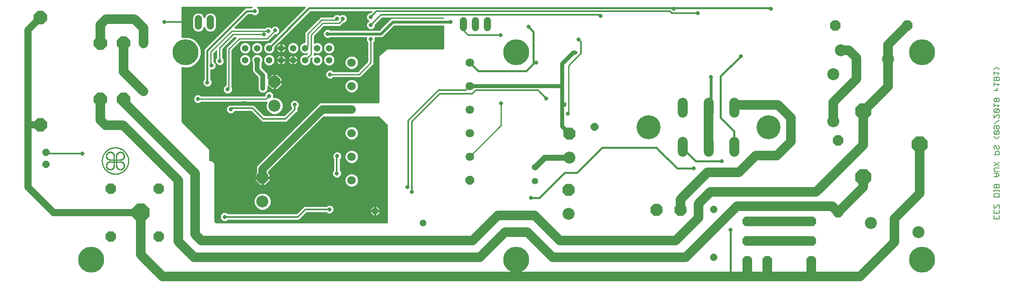
<source format=gbl>
G75*
%MOIN*%
%OFA0B0*%
%FSLAX25Y25*%
%IPPOS*%
%LPD*%
%AMOC8*
5,1,8,0,0,1.08239X$1,22.5*
%
%ADD10C,0.00500*%
%ADD11C,0.01000*%
%ADD12C,0.00100*%
%ADD13OC8,0.08850*%
%ADD14C,0.10000*%
%ADD15OC8,0.06000*%
%ADD16OC8,0.10000*%
%ADD17C,0.05315*%
%ADD18OC8,0.08268*%
%ADD19C,0.07087*%
%ADD20OC8,0.07087*%
%ADD21OC8,0.13386*%
%ADD22OC8,0.11268*%
%ADD23C,0.20000*%
%ADD24OC8,0.08600*%
%ADD25OC8,0.15000*%
%ADD26C,0.08250*%
%ADD27C,0.05906*%
%ADD28C,0.05400*%
%ADD29OC8,0.06496*%
%ADD30OC8,0.05400*%
%ADD31OC8,0.05906*%
%ADD32C,0.21654*%
%ADD33C,0.08000*%
%ADD34OC8,0.03175*%
%ADD35C,0.01600*%
%ADD36C,0.01200*%
%ADD37C,0.02400*%
%ADD38C,0.06000*%
%ADD39C,0.04000*%
%ADD40R,0.03175X0.03175*%
%ADD41C,0.07000*%
%ADD42OC8,0.03962*%
%ADD43C,0.05000*%
%ADD44C,0.03200*%
D10*
X0870449Y0115721D02*
X0870449Y0118724D01*
X0870449Y0120325D02*
X0870449Y0123328D01*
X0870449Y0124929D02*
X0870449Y0127932D01*
X0870449Y0124929D02*
X0871200Y0124929D01*
X0874203Y0127932D01*
X0874953Y0127932D01*
X0874953Y0124929D01*
X0874953Y0123328D02*
X0874953Y0120325D01*
X0870449Y0120325D01*
X0872701Y0120325D02*
X0872701Y0121827D01*
X0874953Y0118724D02*
X0874953Y0115721D01*
X0870449Y0115721D01*
X0872701Y0115721D02*
X0872701Y0117223D01*
X0870449Y0134137D02*
X0870449Y0136389D01*
X0871200Y0137140D01*
X0874203Y0137140D01*
X0874953Y0136389D01*
X0874953Y0134137D01*
X0870449Y0134137D01*
X0870449Y0138741D02*
X0870449Y0140242D01*
X0870449Y0139492D02*
X0874953Y0139492D01*
X0874953Y0140242D02*
X0874953Y0138741D01*
X0874953Y0141810D02*
X0874953Y0144062D01*
X0874203Y0144813D01*
X0873452Y0144813D01*
X0872701Y0144062D01*
X0872701Y0141810D01*
X0870449Y0141810D02*
X0870449Y0144062D01*
X0871200Y0144813D01*
X0871951Y0144813D01*
X0872701Y0144062D01*
X0870449Y0141810D02*
X0874953Y0141810D01*
X0873452Y0151018D02*
X0874953Y0152519D01*
X0873452Y0154021D01*
X0870449Y0154021D01*
X0871200Y0155622D02*
X0870449Y0156373D01*
X0870449Y0157874D01*
X0871200Y0158625D01*
X0874953Y0158625D01*
X0874953Y0160226D02*
X0870449Y0163228D01*
X0870449Y0160226D02*
X0874953Y0163228D01*
X0874953Y0169434D02*
X0874953Y0171686D01*
X0874203Y0172436D01*
X0872701Y0172436D01*
X0871951Y0171686D01*
X0871951Y0169434D01*
X0870449Y0169434D02*
X0874953Y0169434D01*
X0874203Y0174038D02*
X0873452Y0174038D01*
X0872701Y0174788D01*
X0872701Y0176290D01*
X0871951Y0177040D01*
X0871200Y0177040D01*
X0870449Y0176290D01*
X0870449Y0174788D01*
X0871200Y0174038D01*
X0874203Y0174038D02*
X0874953Y0174788D01*
X0874953Y0176290D01*
X0874203Y0177040D01*
X0873452Y0183246D02*
X0874953Y0184747D01*
X0874203Y0186315D02*
X0874953Y0187065D01*
X0874953Y0188567D01*
X0874203Y0189317D01*
X0871200Y0186315D01*
X0870449Y0187065D01*
X0870449Y0188567D01*
X0871200Y0189317D01*
X0874203Y0189317D01*
X0874203Y0190919D02*
X0873452Y0190919D01*
X0872701Y0191669D01*
X0872701Y0193921D01*
X0871200Y0193921D02*
X0874203Y0193921D01*
X0874953Y0193171D01*
X0874953Y0191669D01*
X0874203Y0190919D01*
X0871200Y0190919D02*
X0870449Y0191669D01*
X0870449Y0193171D01*
X0871200Y0193921D01*
X0870449Y0195523D02*
X0874953Y0198525D01*
X0874203Y0200127D02*
X0874953Y0200877D01*
X0874953Y0202379D01*
X0874203Y0203129D01*
X0873452Y0203129D01*
X0870449Y0200127D01*
X0870449Y0203129D01*
X0871200Y0204731D02*
X0874203Y0207733D01*
X0871200Y0207733D01*
X0870449Y0206982D01*
X0870449Y0205481D01*
X0871200Y0204731D01*
X0874203Y0204731D01*
X0874953Y0205481D01*
X0874953Y0206982D01*
X0874203Y0207733D01*
X0873452Y0209334D02*
X0874953Y0210836D01*
X0870449Y0210836D01*
X0870449Y0212337D02*
X0870449Y0209334D01*
X0871200Y0213938D02*
X0871951Y0213938D01*
X0872701Y0214689D01*
X0872701Y0216190D01*
X0871951Y0216941D01*
X0871200Y0216941D01*
X0870449Y0216190D01*
X0870449Y0214689D01*
X0871200Y0213938D01*
X0872701Y0214689D02*
X0873452Y0213938D01*
X0874203Y0213938D01*
X0874953Y0214689D01*
X0874953Y0216190D01*
X0874203Y0216941D01*
X0873452Y0216941D01*
X0872701Y0216190D01*
X0871951Y0223146D02*
X0873452Y0224648D01*
X0873452Y0225398D01*
X0873452Y0226983D02*
X0874953Y0228484D01*
X0870449Y0228484D01*
X0870449Y0226983D02*
X0870449Y0229985D01*
X0870449Y0231587D02*
X0870449Y0233839D01*
X0871200Y0234589D01*
X0871951Y0234589D01*
X0872701Y0233839D01*
X0872701Y0231587D01*
X0870449Y0231587D02*
X0874953Y0231587D01*
X0874953Y0233839D01*
X0874203Y0234589D01*
X0873452Y0234589D01*
X0872701Y0233839D01*
X0873452Y0236191D02*
X0874953Y0237692D01*
X0870449Y0237692D01*
X0870449Y0236191D02*
X0870449Y0239193D01*
X0870449Y0240795D02*
X0871951Y0242296D01*
X0873452Y0242296D01*
X0874953Y0240795D01*
X0873452Y0223146D02*
X0870449Y0223146D01*
X0871200Y0186315D02*
X0874203Y0186315D01*
X0873452Y0183246D02*
X0871951Y0183246D01*
X0870449Y0184747D01*
X0871200Y0155622D02*
X0874953Y0155622D01*
X0872701Y0154021D02*
X0872701Y0151018D01*
X0873452Y0151018D02*
X0870449Y0151018D01*
D11*
X0515949Y0204614D02*
X0515199Y0203864D01*
X0515949Y0204614D02*
X0515949Y0243864D01*
X0517074Y0244989D01*
X0512199Y0211364D02*
X0510449Y0211364D01*
X0459699Y0212364D02*
X0459699Y0194124D01*
X0433412Y0167837D01*
X0364699Y0167953D02*
X0340630Y0167953D01*
X0340630Y0166955D02*
X0364699Y0166955D01*
X0364699Y0165956D02*
X0340316Y0165956D01*
X0340630Y0166714D02*
X0339771Y0164640D01*
X0338184Y0163052D01*
X0336109Y0162193D01*
X0333864Y0162193D01*
X0331790Y0163052D01*
X0330203Y0164640D01*
X0329344Y0166714D01*
X0329344Y0168959D01*
X0330203Y0171033D01*
X0331790Y0172621D01*
X0333864Y0173480D01*
X0336109Y0173480D01*
X0338184Y0172621D01*
X0339771Y0171033D01*
X0340630Y0168959D01*
X0340630Y0166714D01*
X0339903Y0164958D02*
X0364699Y0164958D01*
X0364699Y0163959D02*
X0339090Y0163959D01*
X0337962Y0162961D02*
X0364699Y0162961D01*
X0364699Y0161962D02*
X0325399Y0161962D01*
X0325399Y0160964D02*
X0364699Y0160964D01*
X0364699Y0159965D02*
X0325399Y0159965D01*
X0325399Y0158967D02*
X0364699Y0158967D01*
X0364699Y0157968D02*
X0325399Y0157968D01*
X0325399Y0156970D02*
X0364699Y0156970D01*
X0364699Y0155971D02*
X0325807Y0155971D01*
X0325399Y0156379D02*
X0325399Y0165599D01*
X0326637Y0166837D01*
X0326637Y0169892D01*
X0324477Y0172052D01*
X0321422Y0172052D01*
X0319262Y0169892D01*
X0319262Y0166837D01*
X0319999Y0166099D01*
X0319999Y0156379D01*
X0319012Y0155392D01*
X0319012Y0152337D01*
X0321172Y0150177D01*
X0324227Y0150177D01*
X0326387Y0152337D01*
X0326387Y0155392D01*
X0325399Y0156379D01*
X0326387Y0154973D02*
X0364699Y0154973D01*
X0364699Y0153974D02*
X0326387Y0153974D01*
X0326387Y0152976D02*
X0331887Y0152976D01*
X0331790Y0152936D02*
X0330203Y0151348D01*
X0329344Y0149274D01*
X0329344Y0147029D01*
X0330203Y0144955D01*
X0331790Y0143367D01*
X0333864Y0142508D01*
X0336109Y0142508D01*
X0338184Y0143367D01*
X0339771Y0144955D01*
X0340630Y0147029D01*
X0340630Y0149274D01*
X0339771Y0151348D01*
X0338184Y0152936D01*
X0336109Y0153795D01*
X0333864Y0153795D01*
X0331790Y0152936D01*
X0330832Y0151977D02*
X0326027Y0151977D01*
X0325029Y0150979D02*
X0330050Y0150979D01*
X0329636Y0149980D02*
X0265699Y0149980D01*
X0265699Y0149864D02*
X0265699Y0150864D01*
X0266999Y0150864D01*
X0266999Y0152974D01*
X0265699Y0154274D01*
X0265699Y0155114D01*
X0311699Y0201114D01*
X0357699Y0201114D01*
X0364699Y0194114D01*
X0364699Y0112814D01*
X0221732Y0112814D01*
X0220899Y0113647D01*
X0220899Y0161850D01*
X0220336Y0163210D01*
X0219295Y0164251D01*
X0217935Y0164814D01*
X0216699Y0164814D01*
X0216699Y0174114D01*
X0193699Y0197114D01*
X0193699Y0242362D01*
X0194793Y0242069D01*
X0198197Y0242069D01*
X0201484Y0242950D01*
X0204432Y0244652D01*
X0206839Y0247059D01*
X0208541Y0250007D01*
X0209422Y0253294D01*
X0209422Y0256698D01*
X0208541Y0259986D01*
X0206839Y0262933D01*
X0204432Y0265340D01*
X0201484Y0267042D01*
X0198197Y0267923D01*
X0194793Y0267923D01*
X0193699Y0267630D01*
X0193699Y0292638D01*
X0252008Y0292638D01*
X0251885Y0292514D01*
X0247123Y0292514D01*
X0246057Y0292073D01*
X0245241Y0291257D01*
X0245241Y0291257D01*
X0212241Y0258257D01*
X0211799Y0257191D01*
X0211799Y0232179D01*
X0211012Y0231392D01*
X0211012Y0228337D01*
X0213172Y0226177D01*
X0216227Y0226177D01*
X0218387Y0228337D01*
X0218387Y0231392D01*
X0217599Y0232179D01*
X0217599Y0240427D01*
X0219727Y0240427D01*
X0221887Y0242587D01*
X0221887Y0245642D01*
X0220299Y0247229D01*
X0220299Y0254287D01*
X0222349Y0256337D01*
X0222349Y0250479D01*
X0221262Y0249392D01*
X0221262Y0246337D01*
X0223422Y0244177D01*
X0226477Y0244177D01*
X0228637Y0246337D01*
X0228637Y0249392D01*
X0227549Y0250479D01*
X0227549Y0257787D01*
X0237276Y0267514D01*
X0238673Y0267514D01*
X0231227Y0260068D01*
X0230495Y0259337D01*
X0230099Y0258381D01*
X0230099Y0227729D01*
X0228012Y0225642D01*
X0228012Y0222587D01*
X0230172Y0220427D01*
X0233227Y0220427D01*
X0235387Y0222587D01*
X0235387Y0225642D01*
X0235299Y0225729D01*
X0235299Y0256787D01*
X0242526Y0264014D01*
X0264967Y0264014D01*
X0265922Y0264410D01*
X0271189Y0269677D01*
X0272727Y0269677D01*
X0274887Y0271837D01*
X0274887Y0274892D01*
X0272727Y0277052D01*
X0269672Y0277052D01*
X0268074Y0275454D01*
X0266977Y0276552D01*
X0263922Y0276552D01*
X0262835Y0275464D01*
X0237651Y0275464D01*
X0248901Y0286714D01*
X0251885Y0286714D01*
X0252672Y0285927D01*
X0255727Y0285927D01*
X0257887Y0288087D01*
X0257887Y0291142D01*
X0256391Y0292638D01*
X0296122Y0292638D01*
X0266898Y0263414D01*
X0265245Y0263414D01*
X0263480Y0262683D01*
X0262130Y0261333D01*
X0261399Y0259569D01*
X0261399Y0257659D01*
X0262130Y0255895D01*
X0263480Y0254545D01*
X0265245Y0253814D01*
X0267154Y0253814D01*
X0268918Y0254545D01*
X0270269Y0255895D01*
X0270999Y0257659D01*
X0270999Y0259313D01*
X0300901Y0289214D01*
X0351731Y0289214D01*
X0350818Y0288302D01*
X0349422Y0288302D01*
X0347262Y0286142D01*
X0347262Y0283087D01*
X0349110Y0281239D01*
X0347262Y0279392D01*
X0347262Y0276337D01*
X0349422Y0274177D01*
X0352477Y0274177D01*
X0354637Y0276337D01*
X0354637Y0277733D01*
X0360568Y0283664D01*
X0411699Y0283664D01*
X0368543Y0283664D01*
X0367330Y0283162D01*
X0358083Y0273914D01*
X0316864Y0273914D01*
X0316477Y0274302D01*
X0313422Y0274302D01*
X0311262Y0272142D01*
X0311262Y0269087D01*
X0313422Y0266927D01*
X0316477Y0266927D01*
X0316864Y0267314D01*
X0347262Y0267314D01*
X0347262Y0264587D01*
X0348349Y0263499D01*
X0348349Y0247441D01*
X0340123Y0239214D01*
X0319564Y0239214D01*
X0318477Y0240302D01*
X0315422Y0240302D01*
X0313262Y0238142D01*
X0313262Y0235087D01*
X0315422Y0232927D01*
X0318477Y0232927D01*
X0319564Y0234014D01*
X0341717Y0234014D01*
X0342672Y0234410D01*
X0343404Y0235141D01*
X0352422Y0244160D01*
X0353154Y0244891D01*
X0353549Y0245847D01*
X0353549Y0263499D01*
X0354637Y0264587D01*
X0354637Y0267314D01*
X0360106Y0267314D01*
X0361319Y0267817D01*
X0370566Y0277064D01*
X0411699Y0277064D01*
X0411699Y0258114D01*
X0364699Y0258114D01*
X0357699Y0252114D01*
X0357699Y0213114D01*
X0308699Y0213114D01*
X0255699Y0160114D01*
X0255699Y0154274D01*
X0254399Y0152974D01*
X0254399Y0150864D01*
X0255699Y0150864D01*
X0255699Y0149864D01*
X0254399Y0149864D01*
X0254399Y0147755D01*
X0258090Y0144064D01*
X0260199Y0144064D01*
X0260199Y0148114D01*
X0261199Y0148114D01*
X0261199Y0144064D01*
X0263309Y0144064D01*
X0266999Y0147755D01*
X0266999Y0149864D01*
X0265699Y0149864D01*
X0266999Y0148982D02*
X0329344Y0148982D01*
X0329344Y0147983D02*
X0266999Y0147983D01*
X0266229Y0146985D02*
X0329362Y0146985D01*
X0329776Y0145986D02*
X0265231Y0145986D01*
X0264232Y0144988D02*
X0330189Y0144988D01*
X0331168Y0143989D02*
X0220899Y0143989D01*
X0220899Y0142991D02*
X0332700Y0142991D01*
X0337274Y0142991D02*
X0364699Y0142991D01*
X0364699Y0143989D02*
X0338805Y0143989D01*
X0339785Y0144988D02*
X0364699Y0144988D01*
X0364699Y0145986D02*
X0340198Y0145986D01*
X0340612Y0146985D02*
X0364699Y0146985D01*
X0364699Y0147983D02*
X0340630Y0147983D01*
X0340630Y0148982D02*
X0364699Y0148982D01*
X0364699Y0149980D02*
X0340338Y0149980D01*
X0339924Y0150979D02*
X0364699Y0150979D01*
X0364699Y0151977D02*
X0339142Y0151977D01*
X0338087Y0152976D02*
X0364699Y0152976D01*
X0364699Y0141992D02*
X0220899Y0141992D01*
X0220899Y0140994D02*
X0364699Y0140994D01*
X0364699Y0139995D02*
X0220899Y0139995D01*
X0220899Y0138997D02*
X0364699Y0138997D01*
X0364699Y0137998D02*
X0220899Y0137998D01*
X0220899Y0137000D02*
X0258166Y0137000D01*
X0259287Y0137464D02*
X0256678Y0136383D01*
X0254680Y0134386D01*
X0253599Y0131776D01*
X0253599Y0128952D01*
X0254680Y0126342D01*
X0256678Y0124345D01*
X0259287Y0123264D01*
X0262112Y0123264D01*
X0264721Y0124345D01*
X0266719Y0126342D01*
X0267799Y0128952D01*
X0267799Y0131776D01*
X0266719Y0134386D01*
X0264721Y0136383D01*
X0262112Y0137464D01*
X0259287Y0137464D01*
X0256295Y0136001D02*
X0220899Y0136001D01*
X0220899Y0135003D02*
X0255297Y0135003D01*
X0254522Y0134004D02*
X0220899Y0134004D01*
X0220899Y0133005D02*
X0254109Y0133005D01*
X0253695Y0132007D02*
X0220899Y0132007D01*
X0220899Y0131008D02*
X0253599Y0131008D01*
X0253599Y0130010D02*
X0220899Y0130010D01*
X0220899Y0129011D02*
X0253599Y0129011D01*
X0253988Y0128013D02*
X0220899Y0128013D01*
X0220899Y0127014D02*
X0254402Y0127014D01*
X0255007Y0126016D02*
X0220899Y0126016D01*
X0220899Y0125017D02*
X0256005Y0125017D01*
X0257465Y0124019D02*
X0220899Y0124019D01*
X0220899Y0123020D02*
X0291787Y0123020D01*
X0290789Y0122022D02*
X0220899Y0122022D01*
X0220899Y0121023D02*
X0227394Y0121023D01*
X0227672Y0121302D02*
X0225512Y0119142D01*
X0225512Y0116087D01*
X0227672Y0113927D01*
X0230727Y0113927D01*
X0231714Y0114914D01*
X0290737Y0114914D01*
X0291729Y0115325D01*
X0297568Y0121164D01*
X0313935Y0121164D01*
X0314922Y0120177D01*
X0317977Y0120177D01*
X0320137Y0122337D01*
X0320137Y0125392D01*
X0317977Y0127552D01*
X0314922Y0127552D01*
X0313935Y0126564D01*
X0295912Y0126564D01*
X0294920Y0126153D01*
X0289081Y0120314D01*
X0231714Y0120314D01*
X0230727Y0121302D01*
X0227672Y0121302D01*
X0226395Y0120025D02*
X0220899Y0120025D01*
X0220899Y0119026D02*
X0225512Y0119026D01*
X0225512Y0118028D02*
X0220899Y0118028D01*
X0220899Y0117029D02*
X0225512Y0117029D01*
X0225568Y0116031D02*
X0220899Y0116031D01*
X0220899Y0115032D02*
X0226567Y0115032D01*
X0227565Y0114034D02*
X0220899Y0114034D01*
X0221511Y0113035D02*
X0364699Y0113035D01*
X0364699Y0114034D02*
X0230834Y0114034D01*
X0231005Y0121023D02*
X0289790Y0121023D01*
X0292786Y0124019D02*
X0263934Y0124019D01*
X0265394Y0125017D02*
X0293784Y0125017D01*
X0294783Y0126016D02*
X0266392Y0126016D01*
X0266997Y0127014D02*
X0314385Y0127014D01*
X0318514Y0127014D02*
X0364699Y0127014D01*
X0364699Y0126016D02*
X0356705Y0126016D01*
X0356106Y0126614D02*
X0354849Y0126614D01*
X0354849Y0123014D01*
X0354049Y0123014D01*
X0354049Y0122214D01*
X0350449Y0122214D01*
X0350449Y0120957D01*
X0352793Y0118614D01*
X0354049Y0118614D01*
X0354049Y0122214D01*
X0354849Y0122214D01*
X0354849Y0118614D01*
X0356106Y0118614D01*
X0358449Y0120957D01*
X0358449Y0122214D01*
X0354850Y0122214D01*
X0354850Y0123014D01*
X0358449Y0123014D01*
X0358449Y0124271D01*
X0356106Y0126614D01*
X0354849Y0126016D02*
X0354049Y0126016D01*
X0354049Y0126614D02*
X0352793Y0126614D01*
X0350449Y0124271D01*
X0350449Y0123014D01*
X0354049Y0123014D01*
X0354049Y0126614D01*
X0354049Y0125017D02*
X0354849Y0125017D01*
X0354849Y0124019D02*
X0354049Y0124019D01*
X0354049Y0123020D02*
X0354849Y0123020D01*
X0354849Y0122022D02*
X0354049Y0122022D01*
X0354049Y0121023D02*
X0354849Y0121023D01*
X0354849Y0120025D02*
X0354049Y0120025D01*
X0354049Y0119026D02*
X0354849Y0119026D01*
X0356518Y0119026D02*
X0364699Y0119026D01*
X0364699Y0118028D02*
X0294431Y0118028D01*
X0293433Y0117029D02*
X0364699Y0117029D01*
X0364699Y0116031D02*
X0292434Y0116031D01*
X0291022Y0115032D02*
X0364699Y0115032D01*
X0352380Y0119026D02*
X0295430Y0119026D01*
X0296429Y0120025D02*
X0351382Y0120025D01*
X0350449Y0121023D02*
X0318823Y0121023D01*
X0319822Y0122022D02*
X0350449Y0122022D01*
X0350449Y0123020D02*
X0320137Y0123020D01*
X0320137Y0124019D02*
X0350449Y0124019D01*
X0351196Y0125017D02*
X0320137Y0125017D01*
X0319512Y0126016D02*
X0352194Y0126016D01*
X0357703Y0125017D02*
X0364699Y0125017D01*
X0364699Y0124019D02*
X0358449Y0124019D01*
X0358449Y0123020D02*
X0364699Y0123020D01*
X0364699Y0122022D02*
X0358449Y0122022D01*
X0358449Y0121023D02*
X0364699Y0121023D01*
X0364699Y0120025D02*
X0357517Y0120025D01*
X0364699Y0128013D02*
X0267411Y0128013D01*
X0267799Y0129011D02*
X0364699Y0129011D01*
X0364699Y0130010D02*
X0267799Y0130010D01*
X0267799Y0131008D02*
X0364699Y0131008D01*
X0364699Y0132007D02*
X0267704Y0132007D01*
X0267290Y0133005D02*
X0364699Y0133005D01*
X0364699Y0134004D02*
X0266877Y0134004D01*
X0266102Y0135003D02*
X0364699Y0135003D01*
X0364699Y0136001D02*
X0265104Y0136001D01*
X0263233Y0137000D02*
X0364699Y0137000D01*
X0320370Y0150979D02*
X0266999Y0150979D01*
X0266999Y0151977D02*
X0319372Y0151977D01*
X0319012Y0152976D02*
X0266997Y0152976D01*
X0265999Y0153974D02*
X0319012Y0153974D01*
X0319012Y0154973D02*
X0265699Y0154973D01*
X0266557Y0155971D02*
X0319592Y0155971D01*
X0319999Y0156970D02*
X0267555Y0156970D01*
X0268554Y0157968D02*
X0319999Y0157968D01*
X0319999Y0158967D02*
X0269552Y0158967D01*
X0270551Y0159965D02*
X0319999Y0159965D01*
X0319999Y0160964D02*
X0271549Y0160964D01*
X0272548Y0161962D02*
X0319999Y0161962D01*
X0319999Y0162961D02*
X0273546Y0162961D01*
X0274545Y0163959D02*
X0319999Y0163959D01*
X0319999Y0164958D02*
X0275543Y0164958D01*
X0276542Y0165956D02*
X0319999Y0165956D01*
X0319262Y0166955D02*
X0277540Y0166955D01*
X0278539Y0167953D02*
X0319262Y0167953D01*
X0319262Y0168952D02*
X0279537Y0168952D01*
X0280536Y0169950D02*
X0319321Y0169950D01*
X0320319Y0170949D02*
X0281534Y0170949D01*
X0282533Y0171947D02*
X0321318Y0171947D01*
X0324581Y0171947D02*
X0331117Y0171947D01*
X0330168Y0170949D02*
X0325579Y0170949D01*
X0326578Y0169950D02*
X0329754Y0169950D01*
X0329344Y0168952D02*
X0326637Y0168952D01*
X0326637Y0167953D02*
X0329344Y0167953D01*
X0329344Y0166955D02*
X0326637Y0166955D01*
X0325756Y0165956D02*
X0329657Y0165956D01*
X0330071Y0164958D02*
X0325399Y0164958D01*
X0325399Y0163959D02*
X0330883Y0163959D01*
X0332011Y0162961D02*
X0325399Y0162961D01*
X0340630Y0168952D02*
X0364699Y0168952D01*
X0364699Y0169950D02*
X0340220Y0169950D01*
X0339806Y0170949D02*
X0364699Y0170949D01*
X0364699Y0171947D02*
X0338857Y0171947D01*
X0337398Y0172946D02*
X0364699Y0172946D01*
X0364699Y0173944D02*
X0284530Y0173944D01*
X0283531Y0172946D02*
X0332575Y0172946D01*
X0333864Y0181878D02*
X0336109Y0181878D01*
X0338184Y0182737D01*
X0339771Y0184325D01*
X0340630Y0186399D01*
X0340630Y0188644D01*
X0339771Y0190718D01*
X0338184Y0192306D01*
X0336109Y0193165D01*
X0333864Y0193165D01*
X0331790Y0192306D01*
X0330203Y0190718D01*
X0329344Y0188644D01*
X0329344Y0186399D01*
X0330203Y0184325D01*
X0331790Y0182737D01*
X0333864Y0181878D01*
X0333733Y0181933D02*
X0292518Y0181933D01*
X0293516Y0182931D02*
X0331597Y0182931D01*
X0330598Y0183930D02*
X0294515Y0183930D01*
X0295513Y0184928D02*
X0329953Y0184928D01*
X0329539Y0185927D02*
X0296512Y0185927D01*
X0297510Y0186925D02*
X0329344Y0186925D01*
X0329344Y0187924D02*
X0298509Y0187924D01*
X0299507Y0188922D02*
X0329459Y0188922D01*
X0329872Y0189921D02*
X0300506Y0189921D01*
X0301504Y0190919D02*
X0330404Y0190919D01*
X0331402Y0191918D02*
X0302503Y0191918D01*
X0303501Y0192916D02*
X0333264Y0192916D01*
X0336710Y0192916D02*
X0364699Y0192916D01*
X0364699Y0191918D02*
X0338572Y0191918D01*
X0339570Y0190919D02*
X0364699Y0190919D01*
X0364699Y0189921D02*
X0340101Y0189921D01*
X0340515Y0188922D02*
X0364699Y0188922D01*
X0364699Y0187924D02*
X0340630Y0187924D01*
X0340630Y0186925D02*
X0364699Y0186925D01*
X0364699Y0185927D02*
X0340434Y0185927D01*
X0340021Y0184928D02*
X0364699Y0184928D01*
X0364699Y0183930D02*
X0339376Y0183930D01*
X0338377Y0182931D02*
X0364699Y0182931D01*
X0364699Y0181933D02*
X0336240Y0181933D01*
X0364699Y0180934D02*
X0291519Y0180934D01*
X0290521Y0179936D02*
X0364699Y0179936D01*
X0364699Y0178937D02*
X0289522Y0178937D01*
X0288524Y0177939D02*
X0364699Y0177939D01*
X0364699Y0176940D02*
X0287525Y0176940D01*
X0286527Y0175941D02*
X0364699Y0175941D01*
X0364699Y0174943D02*
X0285528Y0174943D01*
X0275521Y0179936D02*
X0210878Y0179936D01*
X0209880Y0180934D02*
X0276519Y0180934D01*
X0277518Y0181933D02*
X0208881Y0181933D01*
X0207883Y0182931D02*
X0278516Y0182931D01*
X0279515Y0183930D02*
X0206884Y0183930D01*
X0205886Y0184928D02*
X0280513Y0184928D01*
X0281512Y0185927D02*
X0204887Y0185927D01*
X0203889Y0186925D02*
X0282510Y0186925D01*
X0283509Y0187924D02*
X0202890Y0187924D01*
X0201892Y0188922D02*
X0284507Y0188922D01*
X0285506Y0189921D02*
X0200893Y0189921D01*
X0199894Y0190919D02*
X0286504Y0190919D01*
X0287503Y0191918D02*
X0198896Y0191918D01*
X0197897Y0192916D02*
X0288501Y0192916D01*
X0289500Y0193915D02*
X0196899Y0193915D01*
X0195900Y0194913D02*
X0290498Y0194913D01*
X0291497Y0195912D02*
X0194902Y0195912D01*
X0193903Y0196910D02*
X0292496Y0196910D01*
X0293494Y0197909D02*
X0282062Y0197909D01*
X0281479Y0197325D02*
X0288979Y0204825D01*
X0289738Y0205585D01*
X0290149Y0206577D01*
X0290149Y0208849D01*
X0291137Y0209837D01*
X0291137Y0212892D01*
X0288977Y0215052D01*
X0285922Y0215052D01*
X0283762Y0212892D01*
X0283762Y0209837D01*
X0284749Y0208849D01*
X0284749Y0208233D01*
X0278831Y0202314D01*
X0262318Y0202314D01*
X0254738Y0209894D01*
X0253979Y0210653D01*
X0252987Y0211064D01*
X0234662Y0211064D01*
X0234632Y0211052D01*
X0232672Y0211052D01*
X0230512Y0208892D01*
X0230512Y0205837D01*
X0232672Y0203677D01*
X0235727Y0203677D01*
X0237714Y0205664D01*
X0251331Y0205664D01*
X0258911Y0198085D01*
X0259670Y0197325D01*
X0260662Y0196914D01*
X0280487Y0196914D01*
X0281479Y0197325D01*
X0283061Y0198907D02*
X0294493Y0198907D01*
X0295491Y0199906D02*
X0284059Y0199906D01*
X0285058Y0200904D02*
X0296490Y0200904D01*
X0297488Y0201903D02*
X0286056Y0201903D01*
X0287055Y0202901D02*
X0298487Y0202901D01*
X0299485Y0203900D02*
X0288053Y0203900D01*
X0289052Y0204898D02*
X0300484Y0204898D01*
X0301482Y0205897D02*
X0289868Y0205897D01*
X0290149Y0206895D02*
X0302481Y0206895D01*
X0303479Y0207894D02*
X0290149Y0207894D01*
X0290192Y0208892D02*
X0304478Y0208892D01*
X0305476Y0209891D02*
X0291137Y0209891D01*
X0291137Y0210889D02*
X0306475Y0210889D01*
X0307473Y0211888D02*
X0291137Y0211888D01*
X0291137Y0212886D02*
X0308472Y0212886D01*
X0290143Y0213885D02*
X0357699Y0213885D01*
X0357699Y0214883D02*
X0289145Y0214883D01*
X0285754Y0214883D02*
X0276221Y0214883D01*
X0276719Y0214386D02*
X0274721Y0216383D01*
X0272112Y0217464D01*
X0269887Y0217464D01*
X0269887Y0220142D01*
X0267727Y0222302D01*
X0264672Y0222302D01*
X0262512Y0220142D01*
X0262512Y0218714D01*
X0209564Y0218714D01*
X0208477Y0219802D01*
X0205422Y0219802D01*
X0203262Y0217642D01*
X0203262Y0214587D01*
X0205422Y0212427D01*
X0208477Y0212427D01*
X0209564Y0213514D01*
X0264217Y0213514D01*
X0264341Y0213565D01*
X0263599Y0211776D01*
X0263599Y0208952D01*
X0264680Y0206342D01*
X0266678Y0204345D01*
X0269287Y0203264D01*
X0272112Y0203264D01*
X0274721Y0204345D01*
X0276719Y0206342D01*
X0277799Y0208952D01*
X0277799Y0211776D01*
X0276719Y0214386D01*
X0276926Y0213885D02*
X0284755Y0213885D01*
X0283762Y0212886D02*
X0277340Y0212886D01*
X0277753Y0211888D02*
X0283762Y0211888D01*
X0283762Y0210889D02*
X0277799Y0210889D01*
X0277799Y0209891D02*
X0283762Y0209891D01*
X0284707Y0208892D02*
X0277775Y0208892D01*
X0277361Y0207894D02*
X0284411Y0207894D01*
X0283412Y0206895D02*
X0276948Y0206895D01*
X0276273Y0205897D02*
X0282414Y0205897D01*
X0281415Y0204898D02*
X0275275Y0204898D01*
X0273646Y0203900D02*
X0280417Y0203900D01*
X0279418Y0202901D02*
X0261731Y0202901D01*
X0260732Y0203900D02*
X0267753Y0203900D01*
X0266124Y0204898D02*
X0259734Y0204898D01*
X0258735Y0205897D02*
X0265126Y0205897D01*
X0264451Y0206895D02*
X0257737Y0206895D01*
X0256738Y0207894D02*
X0264038Y0207894D01*
X0263624Y0208892D02*
X0255740Y0208892D01*
X0254741Y0209891D02*
X0263599Y0209891D01*
X0263599Y0210889D02*
X0253408Y0210889D01*
X0254738Y0209894D02*
X0254738Y0209894D01*
X0263646Y0211888D02*
X0193699Y0211888D01*
X0193699Y0212886D02*
X0204962Y0212886D01*
X0203964Y0213885D02*
X0193699Y0213885D01*
X0193699Y0214883D02*
X0203262Y0214883D01*
X0203262Y0215882D02*
X0193699Y0215882D01*
X0193699Y0216880D02*
X0203262Y0216880D01*
X0203499Y0217879D02*
X0193699Y0217879D01*
X0193699Y0218877D02*
X0204498Y0218877D01*
X0206949Y0216114D02*
X0263699Y0216114D01*
X0266199Y0218614D01*
X0262512Y0218877D02*
X0209401Y0218877D01*
X0208936Y0212886D02*
X0264059Y0212886D01*
X0269887Y0217879D02*
X0357699Y0217879D01*
X0357699Y0218877D02*
X0269887Y0218877D01*
X0269887Y0219876D02*
X0357699Y0219876D01*
X0357699Y0220874D02*
X0269154Y0220874D01*
X0268155Y0221873D02*
X0332356Y0221873D01*
X0331790Y0222108D02*
X0333864Y0221248D01*
X0336109Y0221248D01*
X0338184Y0222108D01*
X0339771Y0223695D01*
X0340630Y0225769D01*
X0340630Y0228014D01*
X0339771Y0230088D01*
X0338184Y0231676D01*
X0336109Y0232535D01*
X0333864Y0232535D01*
X0331790Y0231676D01*
X0330203Y0230088D01*
X0329344Y0228014D01*
X0329344Y0225769D01*
X0330203Y0223695D01*
X0331790Y0222108D01*
X0331026Y0222872D02*
X0264478Y0222872D01*
X0264444Y0222837D02*
X0265031Y0223424D01*
X0265031Y0224253D01*
X0265049Y0224299D01*
X0265049Y0227105D01*
X0268090Y0224064D01*
X0270199Y0224064D01*
X0270199Y0229864D01*
X0271199Y0229864D01*
X0271199Y0224064D01*
X0273309Y0224064D01*
X0276999Y0227755D01*
X0276999Y0229864D01*
X0271200Y0229864D01*
X0271200Y0230864D01*
X0276999Y0230864D01*
X0276999Y0232974D01*
X0273309Y0236664D01*
X0271199Y0236664D01*
X0271199Y0230864D01*
X0270199Y0230864D01*
X0270199Y0236664D01*
X0268090Y0236664D01*
X0265049Y0233624D01*
X0265049Y0236680D01*
X0264425Y0238187D01*
X0260299Y0242312D01*
X0260299Y0245969D01*
X0260999Y0247659D01*
X0260999Y0249569D01*
X0260269Y0251333D01*
X0258918Y0252683D01*
X0257154Y0253414D01*
X0255245Y0253414D01*
X0253480Y0252683D01*
X0252130Y0251333D01*
X0251399Y0249569D01*
X0251399Y0247659D01*
X0252099Y0245969D01*
X0252099Y0239799D01*
X0252724Y0238292D01*
X0253877Y0237138D01*
X0256849Y0234166D01*
X0256849Y0224299D01*
X0256868Y0224253D01*
X0256868Y0223424D01*
X0257455Y0222837D01*
X0257474Y0222792D01*
X0258627Y0221638D01*
X0258673Y0221619D01*
X0259259Y0221033D01*
X0260088Y0221033D01*
X0260134Y0221014D01*
X0261765Y0221014D01*
X0261811Y0221033D01*
X0262640Y0221033D01*
X0263226Y0221619D01*
X0263272Y0221638D01*
X0264425Y0222792D01*
X0264444Y0222837D01*
X0264244Y0221873D02*
X0263507Y0221873D01*
X0263245Y0220874D02*
X0233675Y0220874D01*
X0234673Y0221873D02*
X0258392Y0221873D01*
X0257421Y0222872D02*
X0235387Y0222872D01*
X0235387Y0223870D02*
X0256868Y0223870D01*
X0256849Y0224869D02*
X0235387Y0224869D01*
X0235299Y0225867D02*
X0256849Y0225867D01*
X0256849Y0226866D02*
X0235299Y0226866D01*
X0235299Y0227864D02*
X0256849Y0227864D01*
X0256849Y0228863D02*
X0235299Y0228863D01*
X0235299Y0229861D02*
X0256849Y0229861D01*
X0256849Y0230860D02*
X0235299Y0230860D01*
X0235299Y0231858D02*
X0256849Y0231858D01*
X0256849Y0232857D02*
X0235299Y0232857D01*
X0235299Y0233855D02*
X0256849Y0233855D01*
X0256162Y0234854D02*
X0235299Y0234854D01*
X0235299Y0235852D02*
X0255163Y0235852D01*
X0254165Y0236851D02*
X0235299Y0236851D01*
X0235299Y0237849D02*
X0253166Y0237849D01*
X0252493Y0238848D02*
X0235299Y0238848D01*
X0235299Y0239846D02*
X0252099Y0239846D01*
X0252099Y0240845D02*
X0235299Y0240845D01*
X0235299Y0241843D02*
X0252099Y0241843D01*
X0252099Y0242842D02*
X0235299Y0242842D01*
X0235299Y0243840D02*
X0245182Y0243840D01*
X0245245Y0243814D02*
X0247154Y0243814D01*
X0248918Y0244545D01*
X0250269Y0245895D01*
X0250999Y0247659D01*
X0250999Y0249569D01*
X0250269Y0251333D01*
X0248918Y0252683D01*
X0247154Y0253414D01*
X0245245Y0253414D01*
X0243480Y0252683D01*
X0242130Y0251333D01*
X0241399Y0249569D01*
X0241399Y0247659D01*
X0242130Y0245895D01*
X0243480Y0244545D01*
X0245245Y0243814D01*
X0247217Y0243840D02*
X0252099Y0243840D01*
X0252099Y0244839D02*
X0249212Y0244839D01*
X0250211Y0245837D02*
X0252099Y0245837D01*
X0251741Y0246836D02*
X0250658Y0246836D01*
X0250999Y0247834D02*
X0251399Y0247834D01*
X0251399Y0248833D02*
X0250999Y0248833D01*
X0250891Y0249831D02*
X0251508Y0249831D01*
X0251922Y0250830D02*
X0250477Y0250830D01*
X0249773Y0251828D02*
X0252625Y0251828D01*
X0253827Y0252827D02*
X0248572Y0252827D01*
X0247181Y0253825D02*
X0255218Y0253825D01*
X0255245Y0253814D02*
X0257154Y0253814D01*
X0258918Y0254545D01*
X0260269Y0255895D01*
X0260999Y0257659D01*
X0260999Y0259569D01*
X0260269Y0261333D01*
X0258918Y0262683D01*
X0257154Y0263414D01*
X0255245Y0263414D01*
X0253480Y0262683D01*
X0252130Y0261333D01*
X0251399Y0259569D01*
X0251399Y0257659D01*
X0252130Y0255895D01*
X0253480Y0254545D01*
X0255245Y0253814D01*
X0257181Y0253825D02*
X0265218Y0253825D01*
X0265245Y0253414D02*
X0263480Y0252683D01*
X0262130Y0251333D01*
X0261399Y0249569D01*
X0261399Y0247659D01*
X0262130Y0245895D01*
X0263480Y0244545D01*
X0265245Y0243814D01*
X0267154Y0243814D01*
X0268918Y0244545D01*
X0270269Y0245895D01*
X0270999Y0247659D01*
X0270999Y0249569D01*
X0270269Y0251333D01*
X0268918Y0252683D01*
X0267154Y0253414D01*
X0265245Y0253414D01*
X0263827Y0252827D02*
X0258572Y0252827D01*
X0259773Y0251828D02*
X0262625Y0251828D01*
X0261922Y0250830D02*
X0260477Y0250830D01*
X0260891Y0249831D02*
X0261508Y0249831D01*
X0261399Y0248833D02*
X0260999Y0248833D01*
X0260999Y0247834D02*
X0261399Y0247834D01*
X0261741Y0246836D02*
X0260658Y0246836D01*
X0260299Y0245837D02*
X0262188Y0245837D01*
X0263187Y0244839D02*
X0260299Y0244839D01*
X0260299Y0243840D02*
X0265182Y0243840D01*
X0267217Y0243840D02*
X0295182Y0243840D01*
X0295245Y0243814D02*
X0297154Y0243814D01*
X0298918Y0244545D01*
X0300269Y0245895D01*
X0300999Y0247659D01*
X0300999Y0249569D01*
X0300950Y0249688D01*
X0301801Y0250539D01*
X0301399Y0249569D01*
X0301399Y0247659D01*
X0302130Y0245895D01*
X0303480Y0244545D01*
X0305245Y0243814D01*
X0307154Y0243814D01*
X0308918Y0244545D01*
X0310269Y0245895D01*
X0310999Y0247659D01*
X0310999Y0249569D01*
X0310269Y0251333D01*
X0308918Y0252683D01*
X0307154Y0253414D01*
X0305245Y0253414D01*
X0303659Y0252757D01*
X0303799Y0253097D01*
X0303799Y0254413D01*
X0305245Y0253814D01*
X0307154Y0253814D01*
X0308918Y0254545D01*
X0310269Y0255895D01*
X0310999Y0257659D01*
X0310999Y0259569D01*
X0310269Y0261333D01*
X0308918Y0262683D01*
X0307154Y0263414D01*
X0305245Y0263414D01*
X0303799Y0262816D01*
X0303799Y0268537D01*
X0309172Y0273910D01*
X0309922Y0274660D01*
X0309922Y0274660D01*
X0312026Y0276764D01*
X0324967Y0276764D01*
X0325922Y0277160D01*
X0326654Y0277891D01*
X0328189Y0279427D01*
X0328977Y0279427D01*
X0331137Y0281587D01*
X0331137Y0284642D01*
X0328977Y0286802D01*
X0325922Y0286802D01*
X0325199Y0286079D01*
X0324477Y0286802D01*
X0321422Y0286802D01*
X0319335Y0284714D01*
X0309432Y0284714D01*
X0308477Y0284318D01*
X0307745Y0283587D01*
X0296977Y0272818D01*
X0296977Y0272818D01*
X0296245Y0272087D01*
X0295849Y0271131D01*
X0295849Y0263414D01*
X0295245Y0263414D01*
X0293480Y0262683D01*
X0292130Y0261333D01*
X0291399Y0259569D01*
X0291399Y0257659D01*
X0292130Y0255895D01*
X0293480Y0254545D01*
X0295245Y0253814D01*
X0297154Y0253814D01*
X0298124Y0254216D01*
X0297273Y0253365D01*
X0297154Y0253414D01*
X0295245Y0253414D01*
X0293480Y0252683D01*
X0292130Y0251333D01*
X0291399Y0249569D01*
X0291399Y0247659D01*
X0292130Y0245895D01*
X0293480Y0244545D01*
X0295245Y0243814D01*
X0297217Y0243840D02*
X0305182Y0243840D01*
X0307217Y0243840D02*
X0315182Y0243840D01*
X0315245Y0243814D02*
X0317154Y0243814D01*
X0318918Y0244545D01*
X0320269Y0245895D01*
X0320999Y0247659D01*
X0320999Y0249569D01*
X0320269Y0251333D01*
X0318918Y0252683D01*
X0317154Y0253414D01*
X0315245Y0253414D01*
X0313480Y0252683D01*
X0312130Y0251333D01*
X0311399Y0249569D01*
X0311399Y0247659D01*
X0312130Y0245895D01*
X0313480Y0244545D01*
X0315245Y0243814D01*
X0317217Y0243840D02*
X0330012Y0243840D01*
X0330203Y0243380D02*
X0331790Y0241793D01*
X0333864Y0240933D01*
X0336109Y0240933D01*
X0338184Y0241793D01*
X0339771Y0243380D01*
X0340630Y0245454D01*
X0340630Y0247699D01*
X0339771Y0249773D01*
X0338184Y0251361D01*
X0336109Y0252220D01*
X0333864Y0252220D01*
X0331790Y0251361D01*
X0330203Y0249773D01*
X0329344Y0247699D01*
X0329344Y0245454D01*
X0330203Y0243380D01*
X0330741Y0242842D02*
X0260299Y0242842D01*
X0260769Y0241843D02*
X0331740Y0241843D01*
X0329598Y0244839D02*
X0319212Y0244839D01*
X0320211Y0245837D02*
X0329344Y0245837D01*
X0329344Y0246836D02*
X0320658Y0246836D01*
X0320999Y0247834D02*
X0329399Y0247834D01*
X0329813Y0248833D02*
X0320999Y0248833D01*
X0320891Y0249831D02*
X0330261Y0249831D01*
X0331259Y0250830D02*
X0320477Y0250830D01*
X0319773Y0251828D02*
X0332919Y0251828D01*
X0337055Y0251828D02*
X0348349Y0251828D01*
X0348349Y0250830D02*
X0338715Y0250830D01*
X0339713Y0249831D02*
X0348349Y0249831D01*
X0348349Y0248833D02*
X0340161Y0248833D01*
X0340574Y0247834D02*
X0348349Y0247834D01*
X0347744Y0246836D02*
X0340630Y0246836D01*
X0340630Y0245837D02*
X0346746Y0245837D01*
X0345747Y0244839D02*
X0340375Y0244839D01*
X0339962Y0243840D02*
X0344749Y0243840D01*
X0343750Y0242842D02*
X0339233Y0242842D01*
X0338234Y0241843D02*
X0342752Y0241843D01*
X0341753Y0240845D02*
X0261767Y0240845D01*
X0262766Y0239846D02*
X0314967Y0239846D01*
X0313968Y0238848D02*
X0263764Y0238848D01*
X0264565Y0237849D02*
X0313262Y0237849D01*
X0313262Y0236851D02*
X0264979Y0236851D01*
X0265049Y0235852D02*
X0267278Y0235852D01*
X0266279Y0234854D02*
X0265049Y0234854D01*
X0265049Y0233855D02*
X0265281Y0233855D01*
X0270199Y0233855D02*
X0271199Y0233855D01*
X0271199Y0232857D02*
X0270199Y0232857D01*
X0270199Y0231858D02*
X0271199Y0231858D01*
X0271200Y0230860D02*
X0330974Y0230860D01*
X0330109Y0229861D02*
X0276999Y0229861D01*
X0276999Y0228863D02*
X0329695Y0228863D01*
X0329344Y0227864D02*
X0276999Y0227864D01*
X0276110Y0226866D02*
X0329344Y0226866D01*
X0329344Y0225867D02*
X0275112Y0225867D01*
X0274113Y0224869D02*
X0329717Y0224869D01*
X0330130Y0223870D02*
X0265031Y0223870D01*
X0265049Y0224869D02*
X0267286Y0224869D01*
X0266287Y0225867D02*
X0265049Y0225867D01*
X0265049Y0226866D02*
X0265289Y0226866D01*
X0270199Y0226866D02*
X0271199Y0226866D01*
X0271199Y0227864D02*
X0270199Y0227864D01*
X0270199Y0228863D02*
X0271199Y0228863D01*
X0271199Y0229861D02*
X0270199Y0229861D01*
X0270199Y0225867D02*
X0271199Y0225867D01*
X0271199Y0224869D02*
X0270199Y0224869D01*
X0262512Y0219876D02*
X0193699Y0219876D01*
X0193699Y0220874D02*
X0229724Y0220874D01*
X0228726Y0221873D02*
X0193699Y0221873D01*
X0193699Y0222872D02*
X0228012Y0222872D01*
X0228012Y0223870D02*
X0193699Y0223870D01*
X0193699Y0224869D02*
X0228012Y0224869D01*
X0228238Y0225867D02*
X0193699Y0225867D01*
X0193699Y0226866D02*
X0212483Y0226866D01*
X0211485Y0227864D02*
X0193699Y0227864D01*
X0193699Y0228863D02*
X0211012Y0228863D01*
X0211012Y0229861D02*
X0193699Y0229861D01*
X0193699Y0230860D02*
X0211012Y0230860D01*
X0211479Y0231858D02*
X0193699Y0231858D01*
X0193699Y0232857D02*
X0211799Y0232857D01*
X0211799Y0233855D02*
X0193699Y0233855D01*
X0193699Y0234854D02*
X0211799Y0234854D01*
X0211799Y0235852D02*
X0193699Y0235852D01*
X0193699Y0236851D02*
X0211799Y0236851D01*
X0211799Y0237849D02*
X0193699Y0237849D01*
X0193699Y0238848D02*
X0211799Y0238848D01*
X0211799Y0239846D02*
X0193699Y0239846D01*
X0193699Y0240845D02*
X0211799Y0240845D01*
X0211799Y0241843D02*
X0193699Y0241843D01*
X0201079Y0242842D02*
X0211799Y0242842D01*
X0211799Y0243840D02*
X0203026Y0243840D01*
X0204619Y0244839D02*
X0211799Y0244839D01*
X0211799Y0245837D02*
X0205617Y0245837D01*
X0206616Y0246836D02*
X0211799Y0246836D01*
X0211799Y0247834D02*
X0207286Y0247834D01*
X0207863Y0248833D02*
X0211799Y0248833D01*
X0211799Y0249831D02*
X0208439Y0249831D01*
X0208761Y0250830D02*
X0211799Y0250830D01*
X0211799Y0251828D02*
X0209029Y0251828D01*
X0209296Y0252827D02*
X0211799Y0252827D01*
X0211799Y0253825D02*
X0209422Y0253825D01*
X0209422Y0254824D02*
X0211799Y0254824D01*
X0211799Y0255822D02*
X0209422Y0255822D01*
X0209389Y0256821D02*
X0211799Y0256821D01*
X0212060Y0257819D02*
X0209121Y0257819D01*
X0208853Y0258818D02*
X0212802Y0258818D01*
X0213801Y0259816D02*
X0208586Y0259816D01*
X0208062Y0260815D02*
X0214799Y0260815D01*
X0215798Y0261813D02*
X0207485Y0261813D01*
X0206909Y0262812D02*
X0216796Y0262812D01*
X0217795Y0263810D02*
X0205962Y0263810D01*
X0204963Y0264809D02*
X0218793Y0264809D01*
X0219792Y0265808D02*
X0203622Y0265808D01*
X0201893Y0266806D02*
X0220790Y0266806D01*
X0221789Y0267805D02*
X0198638Y0267805D01*
X0194351Y0267805D02*
X0193699Y0267805D01*
X0193699Y0268803D02*
X0222787Y0268803D01*
X0223786Y0269802D02*
X0193699Y0269802D01*
X0193699Y0270800D02*
X0224784Y0270800D01*
X0225783Y0271799D02*
X0193699Y0271799D01*
X0193699Y0272797D02*
X0204532Y0272797D01*
X0204337Y0272878D02*
X0206194Y0272109D01*
X0208205Y0272109D01*
X0210062Y0272878D01*
X0211483Y0274299D01*
X0212199Y0276029D01*
X0212916Y0274299D01*
X0214337Y0272878D01*
X0216194Y0272109D01*
X0218205Y0272109D01*
X0220062Y0272878D01*
X0221483Y0274299D01*
X0222252Y0276156D01*
X0222252Y0284072D01*
X0221483Y0285929D01*
X0220062Y0287350D01*
X0218205Y0288120D01*
X0216194Y0288120D01*
X0214337Y0287350D01*
X0212916Y0285929D01*
X0212199Y0284199D01*
X0211483Y0285929D01*
X0210062Y0287350D01*
X0208205Y0288120D01*
X0206194Y0288120D01*
X0204337Y0287350D01*
X0202916Y0285929D01*
X0202147Y0284072D01*
X0202147Y0276156D01*
X0202916Y0274299D01*
X0204337Y0272878D01*
X0203420Y0273796D02*
X0193699Y0273796D01*
X0193699Y0274794D02*
X0202711Y0274794D01*
X0202297Y0275793D02*
X0193699Y0275793D01*
X0193699Y0276791D02*
X0202147Y0276791D01*
X0202147Y0277790D02*
X0193699Y0277790D01*
X0193699Y0278788D02*
X0202147Y0278788D01*
X0202147Y0279787D02*
X0193699Y0279787D01*
X0193699Y0280785D02*
X0202147Y0280785D01*
X0202147Y0281784D02*
X0193699Y0281784D01*
X0193699Y0282782D02*
X0202147Y0282782D01*
X0202147Y0283781D02*
X0193699Y0283781D01*
X0193699Y0284779D02*
X0202440Y0284779D01*
X0202853Y0285778D02*
X0193699Y0285778D01*
X0193699Y0286776D02*
X0203763Y0286776D01*
X0205362Y0287775D02*
X0193699Y0287775D01*
X0193699Y0288773D02*
X0242757Y0288773D01*
X0241759Y0287775D02*
X0219037Y0287775D01*
X0220636Y0286776D02*
X0240760Y0286776D01*
X0239762Y0285778D02*
X0221546Y0285778D01*
X0221959Y0284779D02*
X0238763Y0284779D01*
X0237765Y0283781D02*
X0222252Y0283781D01*
X0222252Y0282782D02*
X0236766Y0282782D01*
X0235768Y0281784D02*
X0222252Y0281784D01*
X0222252Y0280785D02*
X0234769Y0280785D01*
X0233771Y0279787D02*
X0222252Y0279787D01*
X0222252Y0278788D02*
X0232772Y0278788D01*
X0231774Y0277790D02*
X0222252Y0277790D01*
X0222252Y0276791D02*
X0230775Y0276791D01*
X0229777Y0275793D02*
X0222102Y0275793D01*
X0221688Y0274794D02*
X0228778Y0274794D01*
X0227780Y0273796D02*
X0220979Y0273796D01*
X0219867Y0272797D02*
X0226781Y0272797D01*
X0235199Y0272864D02*
X0217699Y0255364D01*
X0217699Y0244614D01*
X0218199Y0244114D01*
X0220693Y0246836D02*
X0221262Y0246836D01*
X0221262Y0247834D02*
X0220299Y0247834D01*
X0220299Y0248833D02*
X0221262Y0248833D01*
X0221702Y0249831D02*
X0220299Y0249831D01*
X0220299Y0250830D02*
X0222349Y0250830D01*
X0222349Y0251828D02*
X0220299Y0251828D01*
X0220299Y0252827D02*
X0222349Y0252827D01*
X0222349Y0253825D02*
X0220299Y0253825D01*
X0220836Y0254824D02*
X0222349Y0254824D01*
X0222349Y0255822D02*
X0221835Y0255822D01*
X0224949Y0258864D02*
X0236199Y0270114D01*
X0261949Y0270114D01*
X0264449Y0266614D02*
X0271199Y0273364D01*
X0273850Y0270800D02*
X0274284Y0270800D01*
X0274849Y0271799D02*
X0275283Y0271799D01*
X0274887Y0272797D02*
X0276281Y0272797D01*
X0277280Y0273796D02*
X0274887Y0273796D01*
X0274887Y0274794D02*
X0278278Y0274794D01*
X0279277Y0275793D02*
X0273986Y0275793D01*
X0272987Y0276791D02*
X0280275Y0276791D01*
X0281274Y0277790D02*
X0239976Y0277790D01*
X0240975Y0278788D02*
X0282272Y0278788D01*
X0283271Y0279787D02*
X0241973Y0279787D01*
X0242972Y0280785D02*
X0284269Y0280785D01*
X0285268Y0281784D02*
X0243970Y0281784D01*
X0244969Y0282782D02*
X0286266Y0282782D01*
X0287265Y0283781D02*
X0245967Y0283781D01*
X0246966Y0284779D02*
X0288263Y0284779D01*
X0289262Y0285778D02*
X0247964Y0285778D01*
X0243756Y0289772D02*
X0193699Y0289772D01*
X0193699Y0290770D02*
X0244754Y0290770D01*
X0245753Y0291769D02*
X0193699Y0291769D01*
X0209037Y0287775D02*
X0215362Y0287775D01*
X0213763Y0286776D02*
X0210636Y0286776D01*
X0211546Y0285778D02*
X0212853Y0285778D01*
X0212440Y0284779D02*
X0211959Y0284779D01*
X0212102Y0275793D02*
X0212297Y0275793D01*
X0212711Y0274794D02*
X0211688Y0274794D01*
X0210979Y0273796D02*
X0213420Y0273796D01*
X0214532Y0272797D02*
X0209867Y0272797D01*
X0235199Y0272864D02*
X0265449Y0272864D01*
X0263163Y0275793D02*
X0237979Y0275793D01*
X0238978Y0276791D02*
X0269412Y0276791D01*
X0268413Y0275793D02*
X0267736Y0275793D01*
X0282487Y0270800D02*
X0295849Y0270800D01*
X0295849Y0269802D02*
X0281488Y0269802D01*
X0280490Y0268803D02*
X0295849Y0268803D01*
X0295849Y0267805D02*
X0279491Y0267805D01*
X0278493Y0266806D02*
X0295849Y0266806D01*
X0295849Y0265808D02*
X0277494Y0265808D01*
X0276496Y0264809D02*
X0295849Y0264809D01*
X0295849Y0263810D02*
X0275497Y0263810D01*
X0275799Y0262613D02*
X0275033Y0262460D01*
X0274305Y0262159D01*
X0273650Y0261721D01*
X0273092Y0261164D01*
X0272655Y0260509D01*
X0272353Y0259781D01*
X0272201Y0259014D01*
X0275799Y0259014D01*
X0275799Y0258214D01*
X0272201Y0258214D01*
X0272353Y0257447D01*
X0272655Y0256719D01*
X0273092Y0256064D01*
X0273650Y0255507D01*
X0274305Y0255069D01*
X0275033Y0254768D01*
X0275799Y0254615D01*
X0275799Y0258214D01*
X0276599Y0258214D01*
X0276599Y0254615D01*
X0277366Y0254768D01*
X0278094Y0255069D01*
X0278749Y0255507D01*
X0279306Y0256064D01*
X0279744Y0256719D01*
X0280046Y0257447D01*
X0280198Y0258214D01*
X0276600Y0258214D01*
X0276600Y0259014D01*
X0280198Y0259014D01*
X0280046Y0259781D01*
X0279744Y0260509D01*
X0279306Y0261164D01*
X0278749Y0261721D01*
X0278094Y0262159D01*
X0277366Y0262460D01*
X0276599Y0262613D01*
X0276599Y0259014D01*
X0275799Y0259014D01*
X0275799Y0262613D01*
X0275799Y0261813D02*
X0276599Y0261813D01*
X0276599Y0260815D02*
X0275799Y0260815D01*
X0275799Y0259816D02*
X0276599Y0259816D01*
X0276600Y0258818D02*
X0281399Y0258818D01*
X0281399Y0259569D02*
X0281399Y0257659D01*
X0282130Y0255895D01*
X0283480Y0254545D01*
X0285245Y0253814D01*
X0287154Y0253814D01*
X0288918Y0254545D01*
X0290269Y0255895D01*
X0290999Y0257659D01*
X0290999Y0259569D01*
X0290269Y0261333D01*
X0288918Y0262683D01*
X0287154Y0263414D01*
X0285245Y0263414D01*
X0283480Y0262683D01*
X0282130Y0261333D01*
X0281399Y0259569D01*
X0281502Y0259816D02*
X0280031Y0259816D01*
X0279540Y0260815D02*
X0281916Y0260815D01*
X0282611Y0261813D02*
X0278611Y0261813D01*
X0275799Y0258818D02*
X0270999Y0258818D01*
X0270999Y0257819D02*
X0272279Y0257819D01*
X0272613Y0256821D02*
X0270652Y0256821D01*
X0270196Y0255822D02*
X0273334Y0255822D01*
X0274898Y0254824D02*
X0269197Y0254824D01*
X0268572Y0252827D02*
X0293827Y0252827D01*
X0292625Y0251828D02*
X0288589Y0251828D01*
X0288749Y0251721D02*
X0288094Y0252159D01*
X0287366Y0252460D01*
X0286599Y0252613D01*
X0286599Y0249014D01*
X0285799Y0249014D01*
X0285799Y0248214D01*
X0282201Y0248214D01*
X0282353Y0247447D01*
X0282655Y0246719D01*
X0283092Y0246064D01*
X0283650Y0245507D01*
X0284305Y0245069D01*
X0285033Y0244768D01*
X0285799Y0244615D01*
X0285799Y0248214D01*
X0286599Y0248214D01*
X0286599Y0244615D01*
X0287366Y0244768D01*
X0288094Y0245069D01*
X0288749Y0245507D01*
X0289306Y0246064D01*
X0289744Y0246719D01*
X0290046Y0247447D01*
X0290198Y0248214D01*
X0286600Y0248214D01*
X0286600Y0249014D01*
X0290198Y0249014D01*
X0290046Y0249781D01*
X0289744Y0250509D01*
X0289306Y0251164D01*
X0288749Y0251721D01*
X0289530Y0250830D02*
X0291922Y0250830D01*
X0291508Y0249831D02*
X0290025Y0249831D01*
X0291399Y0248833D02*
X0286600Y0248833D01*
X0285799Y0248833D02*
X0276600Y0248833D01*
X0276600Y0249014D02*
X0280198Y0249014D01*
X0280046Y0249781D01*
X0279744Y0250509D01*
X0279306Y0251164D01*
X0278749Y0251721D01*
X0278094Y0252159D01*
X0277366Y0252460D01*
X0276599Y0252613D01*
X0276599Y0249014D01*
X0275799Y0249014D01*
X0275799Y0248214D01*
X0272201Y0248214D01*
X0272353Y0247447D01*
X0272655Y0246719D01*
X0273092Y0246064D01*
X0273650Y0245507D01*
X0274305Y0245069D01*
X0275033Y0244768D01*
X0275799Y0244615D01*
X0275799Y0248214D01*
X0276599Y0248214D01*
X0276599Y0244615D01*
X0277366Y0244768D01*
X0278094Y0245069D01*
X0278749Y0245507D01*
X0279306Y0246064D01*
X0279744Y0246719D01*
X0280046Y0247447D01*
X0280198Y0248214D01*
X0276600Y0248214D01*
X0276600Y0249014D01*
X0275799Y0249014D02*
X0275799Y0252613D01*
X0275033Y0252460D01*
X0274305Y0252159D01*
X0273650Y0251721D01*
X0273092Y0251164D01*
X0272655Y0250509D01*
X0272353Y0249781D01*
X0272201Y0249014D01*
X0275799Y0249014D01*
X0275799Y0248833D02*
X0270999Y0248833D01*
X0270999Y0247834D02*
X0272276Y0247834D01*
X0272607Y0246836D02*
X0270658Y0246836D01*
X0270211Y0245837D02*
X0273320Y0245837D01*
X0274862Y0244839D02*
X0269212Y0244839D01*
X0270891Y0249831D02*
X0272374Y0249831D01*
X0272869Y0250830D02*
X0270477Y0250830D01*
X0269773Y0251828D02*
X0273810Y0251828D01*
X0275799Y0251828D02*
X0276599Y0251828D01*
X0276599Y0250830D02*
X0275799Y0250830D01*
X0275799Y0249831D02*
X0276599Y0249831D01*
X0276599Y0247834D02*
X0275799Y0247834D01*
X0275799Y0246836D02*
X0276599Y0246836D01*
X0276599Y0245837D02*
X0275799Y0245837D01*
X0275799Y0244839D02*
X0276599Y0244839D01*
X0277537Y0244839D02*
X0284862Y0244839D01*
X0285799Y0244839D02*
X0286599Y0244839D01*
X0287537Y0244839D02*
X0293187Y0244839D01*
X0292188Y0245837D02*
X0289079Y0245837D01*
X0289792Y0246836D02*
X0291741Y0246836D01*
X0291399Y0247834D02*
X0290123Y0247834D01*
X0286599Y0247834D02*
X0285799Y0247834D01*
X0285799Y0246836D02*
X0286599Y0246836D01*
X0286599Y0245837D02*
X0285799Y0245837D01*
X0283320Y0245837D02*
X0279079Y0245837D01*
X0279792Y0246836D02*
X0282607Y0246836D01*
X0282276Y0247834D02*
X0280123Y0247834D01*
X0280025Y0249831D02*
X0282374Y0249831D01*
X0282353Y0249781D02*
X0282201Y0249014D01*
X0285799Y0249014D01*
X0285799Y0252613D01*
X0285033Y0252460D01*
X0284305Y0252159D01*
X0283650Y0251721D01*
X0283092Y0251164D01*
X0282655Y0250509D01*
X0282353Y0249781D01*
X0282869Y0250830D02*
X0279530Y0250830D01*
X0278589Y0251828D02*
X0283810Y0251828D01*
X0285799Y0251828D02*
X0286599Y0251828D01*
X0286599Y0250830D02*
X0285799Y0250830D01*
X0285799Y0249831D02*
X0286599Y0249831D01*
X0287181Y0253825D02*
X0295218Y0253825D01*
X0297181Y0253825D02*
X0297734Y0253825D01*
X0301199Y0253614D02*
X0301199Y0269614D01*
X0307699Y0276114D01*
X0308449Y0276864D01*
X0310949Y0279364D01*
X0324449Y0279364D01*
X0327449Y0282364D01*
X0327449Y0283114D01*
X0330001Y0285778D02*
X0347262Y0285778D01*
X0347262Y0284779D02*
X0330999Y0284779D01*
X0331137Y0283781D02*
X0347262Y0283781D01*
X0347567Y0282782D02*
X0331137Y0282782D01*
X0331137Y0281784D02*
X0348565Y0281784D01*
X0348656Y0280785D02*
X0330335Y0280785D01*
X0329337Y0279787D02*
X0347657Y0279787D01*
X0347262Y0278788D02*
X0327550Y0278788D01*
X0326552Y0277790D02*
X0347262Y0277790D01*
X0347262Y0276791D02*
X0325032Y0276791D01*
X0312916Y0273796D02*
X0309058Y0273796D01*
X0310056Y0274794D02*
X0348805Y0274794D01*
X0347806Y0275793D02*
X0311055Y0275793D01*
X0311918Y0272797D02*
X0308059Y0272797D01*
X0307061Y0271799D02*
X0311262Y0271799D01*
X0311262Y0270800D02*
X0306062Y0270800D01*
X0305064Y0269802D02*
X0311262Y0269802D01*
X0311546Y0268803D02*
X0304065Y0268803D01*
X0303799Y0267805D02*
X0312544Y0267805D01*
X0303799Y0266806D02*
X0347262Y0266806D01*
X0347262Y0265808D02*
X0303799Y0265808D01*
X0303799Y0264809D02*
X0347262Y0264809D01*
X0348038Y0263810D02*
X0303799Y0263810D01*
X0308608Y0262812D02*
X0313791Y0262812D01*
X0313480Y0262683D02*
X0312130Y0261333D01*
X0311399Y0259569D01*
X0311399Y0257659D01*
X0312130Y0255895D01*
X0313480Y0254545D01*
X0315245Y0253814D01*
X0317154Y0253814D01*
X0318918Y0254545D01*
X0320269Y0255895D01*
X0320999Y0257659D01*
X0320999Y0259569D01*
X0320269Y0261333D01*
X0318918Y0262683D01*
X0317154Y0263414D01*
X0315245Y0263414D01*
X0313480Y0262683D01*
X0312611Y0261813D02*
X0309788Y0261813D01*
X0310483Y0260815D02*
X0311916Y0260815D01*
X0311502Y0259816D02*
X0310897Y0259816D01*
X0310999Y0258818D02*
X0311399Y0258818D01*
X0311399Y0257819D02*
X0310999Y0257819D01*
X0310652Y0256821D02*
X0311747Y0256821D01*
X0312203Y0255822D02*
X0310196Y0255822D01*
X0309197Y0254824D02*
X0313202Y0254824D01*
X0313827Y0252827D02*
X0308572Y0252827D01*
X0309773Y0251828D02*
X0312625Y0251828D01*
X0311922Y0250830D02*
X0310477Y0250830D01*
X0310891Y0249831D02*
X0311508Y0249831D01*
X0311399Y0248833D02*
X0310999Y0248833D01*
X0310999Y0247834D02*
X0311399Y0247834D01*
X0311741Y0246836D02*
X0310658Y0246836D01*
X0310211Y0245837D02*
X0312188Y0245837D01*
X0313187Y0244839D02*
X0309212Y0244839D01*
X0303187Y0244839D02*
X0299212Y0244839D01*
X0300211Y0245837D02*
X0302188Y0245837D01*
X0301741Y0246836D02*
X0300658Y0246836D01*
X0300999Y0247834D02*
X0301399Y0247834D01*
X0301399Y0248833D02*
X0300999Y0248833D01*
X0301094Y0249831D02*
X0301508Y0249831D01*
X0303688Y0252827D02*
X0303827Y0252827D01*
X0303799Y0253825D02*
X0305218Y0253825D01*
X0307181Y0253825D02*
X0315218Y0253825D01*
X0317181Y0253825D02*
X0348349Y0253825D01*
X0348349Y0252827D02*
X0318572Y0252827D01*
X0319197Y0254824D02*
X0348349Y0254824D01*
X0348349Y0255822D02*
X0320196Y0255822D01*
X0320652Y0256821D02*
X0348349Y0256821D01*
X0348349Y0257819D02*
X0320999Y0257819D01*
X0320999Y0258818D02*
X0348349Y0258818D01*
X0348349Y0259816D02*
X0320897Y0259816D01*
X0320483Y0260815D02*
X0348349Y0260815D01*
X0348349Y0261813D02*
X0319788Y0261813D01*
X0318608Y0262812D02*
X0348349Y0262812D01*
X0350949Y0266114D02*
X0350949Y0246364D01*
X0341199Y0236614D01*
X0316949Y0236614D01*
X0314494Y0233855D02*
X0276118Y0233855D01*
X0276999Y0232857D02*
X0357699Y0232857D01*
X0357699Y0233855D02*
X0319405Y0233855D01*
X0313495Y0234854D02*
X0275120Y0234854D01*
X0274121Y0235852D02*
X0313262Y0235852D01*
X0318932Y0239846D02*
X0340755Y0239846D01*
X0344114Y0235852D02*
X0357699Y0235852D01*
X0357699Y0234854D02*
X0343116Y0234854D01*
X0345113Y0236851D02*
X0357699Y0236851D01*
X0357699Y0237849D02*
X0346111Y0237849D01*
X0347110Y0238848D02*
X0357699Y0238848D01*
X0357699Y0239846D02*
X0348108Y0239846D01*
X0349107Y0240845D02*
X0357699Y0240845D01*
X0357699Y0241843D02*
X0350105Y0241843D01*
X0351104Y0242842D02*
X0357699Y0242842D01*
X0357699Y0243840D02*
X0352102Y0243840D01*
X0353101Y0244839D02*
X0357699Y0244839D01*
X0357699Y0245837D02*
X0353545Y0245837D01*
X0353549Y0246836D02*
X0357699Y0246836D01*
X0357699Y0247834D02*
X0353549Y0247834D01*
X0353549Y0248833D02*
X0357699Y0248833D01*
X0357699Y0249831D02*
X0353549Y0249831D01*
X0353549Y0250830D02*
X0357699Y0250830D01*
X0357699Y0251828D02*
X0353549Y0251828D01*
X0353549Y0252827D02*
X0358531Y0252827D01*
X0359696Y0253825D02*
X0353549Y0253825D01*
X0353549Y0254824D02*
X0360861Y0254824D01*
X0362026Y0255822D02*
X0353549Y0255822D01*
X0353549Y0256821D02*
X0363191Y0256821D01*
X0364356Y0257819D02*
X0353549Y0257819D01*
X0353549Y0258818D02*
X0411699Y0258818D01*
X0411699Y0259816D02*
X0353549Y0259816D01*
X0353549Y0260815D02*
X0411699Y0260815D01*
X0411699Y0261813D02*
X0353549Y0261813D01*
X0353549Y0262812D02*
X0411699Y0262812D01*
X0411699Y0263810D02*
X0353861Y0263810D01*
X0354637Y0264809D02*
X0411699Y0264809D01*
X0411699Y0265808D02*
X0354637Y0265808D01*
X0354637Y0266806D02*
X0411699Y0266806D01*
X0411699Y0267805D02*
X0361290Y0267805D01*
X0362305Y0268803D02*
X0411699Y0268803D01*
X0411699Y0269802D02*
X0363304Y0269802D01*
X0364302Y0270800D02*
X0411699Y0270800D01*
X0411699Y0271799D02*
X0365301Y0271799D01*
X0366299Y0272797D02*
X0411699Y0272797D01*
X0411699Y0273796D02*
X0367298Y0273796D01*
X0368296Y0274794D02*
X0411699Y0274794D01*
X0411699Y0275793D02*
X0369295Y0275793D01*
X0370293Y0276791D02*
X0411699Y0276791D01*
X0411699Y0283664D02*
X0411699Y0283664D01*
X0366951Y0282782D02*
X0359686Y0282782D01*
X0358687Y0281784D02*
X0365952Y0281784D01*
X0364954Y0280785D02*
X0357689Y0280785D01*
X0356690Y0279787D02*
X0363955Y0279787D01*
X0362957Y0278788D02*
X0355692Y0278788D01*
X0354693Y0277790D02*
X0361958Y0277790D01*
X0360960Y0276791D02*
X0354637Y0276791D01*
X0354093Y0275793D02*
X0359961Y0275793D01*
X0358963Y0274794D02*
X0353094Y0274794D01*
X0322949Y0283114D02*
X0321949Y0282114D01*
X0309949Y0282114D01*
X0298449Y0270614D01*
X0298449Y0260864D01*
X0296199Y0258614D01*
X0291747Y0256821D02*
X0290652Y0256821D01*
X0290999Y0257819D02*
X0291399Y0257819D01*
X0291399Y0258818D02*
X0290999Y0258818D01*
X0290897Y0259816D02*
X0291502Y0259816D01*
X0291916Y0260815D02*
X0290483Y0260815D01*
X0289788Y0261813D02*
X0292611Y0261813D01*
X0293791Y0262812D02*
X0288608Y0262812D01*
X0283791Y0262812D02*
X0274498Y0262812D01*
X0273788Y0261813D02*
X0273500Y0261813D01*
X0272859Y0260815D02*
X0272501Y0260815D01*
X0272368Y0259816D02*
X0271503Y0259816D01*
X0275799Y0257819D02*
X0276599Y0257819D01*
X0276599Y0256821D02*
X0275799Y0256821D01*
X0275799Y0255822D02*
X0276599Y0255822D01*
X0276599Y0254824D02*
X0275799Y0254824D01*
X0277501Y0254824D02*
X0283202Y0254824D01*
X0282203Y0255822D02*
X0279065Y0255822D01*
X0279786Y0256821D02*
X0281747Y0256821D01*
X0281399Y0257819D02*
X0280120Y0257819D01*
X0289197Y0254824D02*
X0293202Y0254824D01*
X0292203Y0255822D02*
X0290196Y0255822D01*
X0285218Y0253825D02*
X0267181Y0253825D01*
X0263202Y0254824D02*
X0259197Y0254824D01*
X0260196Y0255822D02*
X0262203Y0255822D01*
X0261747Y0256821D02*
X0260652Y0256821D01*
X0260999Y0257819D02*
X0261399Y0257819D01*
X0261399Y0258818D02*
X0260999Y0258818D01*
X0260897Y0259816D02*
X0261502Y0259816D01*
X0261916Y0260815D02*
X0260483Y0260815D01*
X0259788Y0261813D02*
X0262611Y0261813D01*
X0263791Y0262812D02*
X0258608Y0262812D01*
X0253791Y0262812D02*
X0248608Y0262812D01*
X0248918Y0262683D02*
X0247154Y0263414D01*
X0245245Y0263414D01*
X0243480Y0262683D01*
X0242130Y0261333D01*
X0241399Y0259569D01*
X0241399Y0257659D01*
X0242130Y0255895D01*
X0243480Y0254545D01*
X0245245Y0253814D01*
X0247154Y0253814D01*
X0248918Y0254545D01*
X0250269Y0255895D01*
X0250999Y0257659D01*
X0250999Y0259569D01*
X0250269Y0261333D01*
X0248918Y0262683D01*
X0249788Y0261813D02*
X0252611Y0261813D01*
X0251916Y0260815D02*
X0250483Y0260815D01*
X0250897Y0259816D02*
X0251502Y0259816D01*
X0251399Y0258818D02*
X0250999Y0258818D01*
X0250999Y0257819D02*
X0251399Y0257819D01*
X0251747Y0256821D02*
X0250652Y0256821D01*
X0250196Y0255822D02*
X0252203Y0255822D01*
X0253202Y0254824D02*
X0249197Y0254824D01*
X0245218Y0253825D02*
X0235299Y0253825D01*
X0235299Y0252827D02*
X0243827Y0252827D01*
X0242625Y0251828D02*
X0235299Y0251828D01*
X0235299Y0250830D02*
X0241922Y0250830D01*
X0241508Y0249831D02*
X0235299Y0249831D01*
X0235299Y0248833D02*
X0241399Y0248833D01*
X0241399Y0247834D02*
X0235299Y0247834D01*
X0235299Y0246836D02*
X0241741Y0246836D01*
X0242188Y0245837D02*
X0235299Y0245837D01*
X0235299Y0244839D02*
X0243187Y0244839D01*
X0230099Y0244839D02*
X0227139Y0244839D01*
X0228137Y0245837D02*
X0230099Y0245837D01*
X0230099Y0246836D02*
X0228637Y0246836D01*
X0228637Y0247834D02*
X0230099Y0247834D01*
X0230099Y0248833D02*
X0228637Y0248833D01*
X0228197Y0249831D02*
X0230099Y0249831D01*
X0230099Y0250830D02*
X0227549Y0250830D01*
X0227549Y0251828D02*
X0230099Y0251828D01*
X0230099Y0252827D02*
X0227549Y0252827D01*
X0227549Y0253825D02*
X0230099Y0253825D01*
X0230099Y0254824D02*
X0227549Y0254824D01*
X0227549Y0255822D02*
X0230099Y0255822D01*
X0230099Y0256821D02*
X0227549Y0256821D01*
X0227582Y0257819D02*
X0230099Y0257819D01*
X0230280Y0258818D02*
X0228580Y0258818D01*
X0229579Y0259816D02*
X0230975Y0259816D01*
X0230577Y0260815D02*
X0231973Y0260815D01*
X0231576Y0261813D02*
X0232972Y0261813D01*
X0232574Y0262812D02*
X0233970Y0262812D01*
X0233573Y0263810D02*
X0234969Y0263810D01*
X0234571Y0264809D02*
X0235967Y0264809D01*
X0235570Y0265808D02*
X0236966Y0265808D01*
X0236568Y0266806D02*
X0237964Y0266806D01*
X0241449Y0266614D02*
X0264449Y0266614D01*
X0266321Y0264809D02*
X0268293Y0264809D01*
X0267320Y0265808D02*
X0269292Y0265808D01*
X0268318Y0266806D02*
X0270290Y0266806D01*
X0269317Y0267805D02*
X0271289Y0267805D01*
X0270315Y0268803D02*
X0272287Y0268803D01*
X0272852Y0269802D02*
X0273286Y0269802D01*
X0267295Y0263810D02*
X0242323Y0263810D01*
X0241324Y0262812D02*
X0243791Y0262812D01*
X0242611Y0261813D02*
X0240326Y0261813D01*
X0239327Y0260815D02*
X0241916Y0260815D01*
X0241502Y0259816D02*
X0238329Y0259816D01*
X0237330Y0258818D02*
X0241399Y0258818D01*
X0241399Y0257819D02*
X0236332Y0257819D01*
X0235333Y0256821D02*
X0241747Y0256821D01*
X0242203Y0255822D02*
X0235299Y0255822D01*
X0235299Y0254824D02*
X0243202Y0254824D01*
X0232699Y0257864D02*
X0232699Y0225114D01*
X0231699Y0224114D01*
X0229236Y0226866D02*
X0216916Y0226866D01*
X0217914Y0227864D02*
X0230099Y0227864D01*
X0230099Y0228863D02*
X0218387Y0228863D01*
X0218387Y0229861D02*
X0230099Y0229861D01*
X0230099Y0230860D02*
X0218387Y0230860D01*
X0217920Y0231858D02*
X0230099Y0231858D01*
X0230099Y0232857D02*
X0217599Y0232857D01*
X0217599Y0233855D02*
X0230099Y0233855D01*
X0230099Y0234854D02*
X0217599Y0234854D01*
X0217599Y0235852D02*
X0230099Y0235852D01*
X0230099Y0236851D02*
X0217599Y0236851D01*
X0217599Y0237849D02*
X0230099Y0237849D01*
X0230099Y0238848D02*
X0217599Y0238848D01*
X0217599Y0239846D02*
X0230099Y0239846D01*
X0230099Y0240845D02*
X0220145Y0240845D01*
X0221143Y0241843D02*
X0230099Y0241843D01*
X0230099Y0242842D02*
X0221887Y0242842D01*
X0221887Y0243840D02*
X0230099Y0243840D01*
X0224949Y0247864D02*
X0224949Y0258864D01*
X0232699Y0257864D02*
X0241449Y0266614D01*
X0283485Y0271799D02*
X0296126Y0271799D01*
X0296955Y0272797D02*
X0284484Y0272797D01*
X0285482Y0273796D02*
X0297954Y0273796D01*
X0298952Y0274794D02*
X0286481Y0274794D01*
X0287479Y0275793D02*
X0299951Y0275793D01*
X0300949Y0276791D02*
X0288478Y0276791D01*
X0289476Y0277790D02*
X0301948Y0277790D01*
X0302947Y0278788D02*
X0290475Y0278788D01*
X0291473Y0279787D02*
X0303945Y0279787D01*
X0304944Y0280785D02*
X0292472Y0280785D01*
X0293470Y0281784D02*
X0305942Y0281784D01*
X0306941Y0282782D02*
X0294469Y0282782D01*
X0295467Y0283781D02*
X0307939Y0283781D01*
X0307745Y0283587D02*
X0307745Y0283587D01*
X0300460Y0288773D02*
X0351290Y0288773D01*
X0348895Y0287775D02*
X0299461Y0287775D01*
X0298463Y0286776D02*
X0321397Y0286776D01*
X0320398Y0285778D02*
X0297464Y0285778D01*
X0296466Y0284779D02*
X0319400Y0284779D01*
X0324502Y0286776D02*
X0325897Y0286776D01*
X0329002Y0286776D02*
X0347897Y0286776D01*
X0295253Y0291769D02*
X0257260Y0291769D01*
X0257887Y0290770D02*
X0294254Y0290770D01*
X0293256Y0289772D02*
X0257887Y0289772D01*
X0257887Y0288773D02*
X0292257Y0288773D01*
X0291259Y0287775D02*
X0257575Y0287775D01*
X0256576Y0286776D02*
X0290260Y0286776D01*
X0301199Y0253614D02*
X0296199Y0248614D01*
X0271199Y0235852D02*
X0270199Y0235852D01*
X0270199Y0234854D02*
X0271199Y0234854D01*
X0276999Y0231858D02*
X0332230Y0231858D01*
X0337744Y0231858D02*
X0357699Y0231858D01*
X0357699Y0230860D02*
X0339000Y0230860D01*
X0339865Y0229861D02*
X0357699Y0229861D01*
X0357699Y0228863D02*
X0340279Y0228863D01*
X0340630Y0227864D02*
X0357699Y0227864D01*
X0357699Y0226866D02*
X0340630Y0226866D01*
X0340630Y0225867D02*
X0357699Y0225867D01*
X0357699Y0224869D02*
X0340257Y0224869D01*
X0339843Y0223870D02*
X0357699Y0223870D01*
X0357699Y0222872D02*
X0338947Y0222872D01*
X0337617Y0221873D02*
X0357699Y0221873D01*
X0357699Y0216880D02*
X0273521Y0216880D01*
X0275223Y0215882D02*
X0357699Y0215882D01*
X0357909Y0200904D02*
X0311490Y0200904D01*
X0310491Y0199906D02*
X0358908Y0199906D01*
X0359906Y0198907D02*
X0309493Y0198907D01*
X0308494Y0197909D02*
X0360905Y0197909D01*
X0361903Y0196910D02*
X0307496Y0196910D01*
X0306497Y0195912D02*
X0362902Y0195912D01*
X0363900Y0194913D02*
X0305498Y0194913D01*
X0304500Y0193915D02*
X0364699Y0193915D01*
X0274522Y0178937D02*
X0211877Y0178937D01*
X0212875Y0177939D02*
X0273524Y0177939D01*
X0272525Y0176940D02*
X0213874Y0176940D01*
X0214872Y0175941D02*
X0271527Y0175941D01*
X0270528Y0174943D02*
X0215871Y0174943D01*
X0216699Y0173944D02*
X0269530Y0173944D01*
X0268531Y0172946D02*
X0216699Y0172946D01*
X0216699Y0171947D02*
X0267533Y0171947D01*
X0266534Y0170949D02*
X0216699Y0170949D01*
X0216699Y0169950D02*
X0265536Y0169950D01*
X0264537Y0168952D02*
X0216699Y0168952D01*
X0216699Y0167953D02*
X0263539Y0167953D01*
X0262540Y0166955D02*
X0216699Y0166955D01*
X0216699Y0165956D02*
X0261542Y0165956D01*
X0260543Y0164958D02*
X0216699Y0164958D01*
X0219587Y0163959D02*
X0259545Y0163959D01*
X0258546Y0162961D02*
X0220439Y0162961D01*
X0220853Y0161962D02*
X0257548Y0161962D01*
X0256549Y0160964D02*
X0220899Y0160964D01*
X0220899Y0159965D02*
X0255699Y0159965D01*
X0255699Y0158967D02*
X0220899Y0158967D01*
X0220899Y0157968D02*
X0255699Y0157968D01*
X0255699Y0156970D02*
X0220899Y0156970D01*
X0220899Y0155971D02*
X0255699Y0155971D01*
X0255699Y0154973D02*
X0220899Y0154973D01*
X0220899Y0153974D02*
X0255400Y0153974D01*
X0254402Y0152976D02*
X0220899Y0152976D01*
X0220899Y0151977D02*
X0254399Y0151977D01*
X0254399Y0150979D02*
X0220899Y0150979D01*
X0220899Y0149980D02*
X0255699Y0149980D01*
X0254399Y0148982D02*
X0220899Y0148982D01*
X0220899Y0147983D02*
X0254399Y0147983D01*
X0255169Y0146985D02*
X0220899Y0146985D01*
X0220899Y0145986D02*
X0256168Y0145986D01*
X0257166Y0144988D02*
X0220899Y0144988D01*
X0260199Y0144988D02*
X0261199Y0144988D01*
X0261199Y0145986D02*
X0260199Y0145986D01*
X0260199Y0146985D02*
X0261199Y0146985D01*
X0261199Y0147983D02*
X0260199Y0147983D01*
X0297427Y0121023D02*
X0314076Y0121023D01*
X0142111Y0163616D02*
X0133843Y0163616D01*
X0133843Y0165191D02*
X0142111Y0165191D01*
X0126977Y0164404D02*
X0126980Y0164674D01*
X0126990Y0164944D01*
X0127007Y0165213D01*
X0127030Y0165482D01*
X0127060Y0165751D01*
X0127096Y0166018D01*
X0127139Y0166285D01*
X0127188Y0166550D01*
X0127244Y0166814D01*
X0127307Y0167077D01*
X0127375Y0167338D01*
X0127451Y0167597D01*
X0127532Y0167854D01*
X0127620Y0168110D01*
X0127714Y0168363D01*
X0127814Y0168614D01*
X0127921Y0168862D01*
X0128033Y0169107D01*
X0128152Y0169350D01*
X0128276Y0169589D01*
X0128406Y0169826D01*
X0128542Y0170059D01*
X0128684Y0170289D01*
X0128831Y0170515D01*
X0128984Y0170738D01*
X0129142Y0170957D01*
X0129305Y0171172D01*
X0129474Y0171382D01*
X0129648Y0171589D01*
X0129827Y0171791D01*
X0130010Y0171989D01*
X0130199Y0172182D01*
X0130392Y0172371D01*
X0130590Y0172554D01*
X0130792Y0172733D01*
X0130999Y0172907D01*
X0131209Y0173076D01*
X0131424Y0173239D01*
X0131643Y0173397D01*
X0131866Y0173550D01*
X0132092Y0173697D01*
X0132322Y0173839D01*
X0132555Y0173975D01*
X0132792Y0174105D01*
X0133031Y0174229D01*
X0133274Y0174348D01*
X0133519Y0174460D01*
X0133767Y0174567D01*
X0134018Y0174667D01*
X0134271Y0174761D01*
X0134527Y0174849D01*
X0134784Y0174930D01*
X0135043Y0175006D01*
X0135304Y0175074D01*
X0135567Y0175137D01*
X0135831Y0175193D01*
X0136096Y0175242D01*
X0136363Y0175285D01*
X0136630Y0175321D01*
X0136899Y0175351D01*
X0137168Y0175374D01*
X0137437Y0175391D01*
X0137707Y0175401D01*
X0137977Y0175404D01*
X0138247Y0175401D01*
X0138517Y0175391D01*
X0138786Y0175374D01*
X0139055Y0175351D01*
X0139324Y0175321D01*
X0139591Y0175285D01*
X0139858Y0175242D01*
X0140123Y0175193D01*
X0140387Y0175137D01*
X0140650Y0175074D01*
X0140911Y0175006D01*
X0141170Y0174930D01*
X0141427Y0174849D01*
X0141683Y0174761D01*
X0141936Y0174667D01*
X0142187Y0174567D01*
X0142435Y0174460D01*
X0142680Y0174348D01*
X0142923Y0174229D01*
X0143162Y0174105D01*
X0143399Y0173975D01*
X0143632Y0173839D01*
X0143862Y0173697D01*
X0144088Y0173550D01*
X0144311Y0173397D01*
X0144530Y0173239D01*
X0144745Y0173076D01*
X0144955Y0172907D01*
X0145162Y0172733D01*
X0145364Y0172554D01*
X0145562Y0172371D01*
X0145755Y0172182D01*
X0145944Y0171989D01*
X0146127Y0171791D01*
X0146306Y0171589D01*
X0146480Y0171382D01*
X0146649Y0171172D01*
X0146812Y0170957D01*
X0146970Y0170738D01*
X0147123Y0170515D01*
X0147270Y0170289D01*
X0147412Y0170059D01*
X0147548Y0169826D01*
X0147678Y0169589D01*
X0147802Y0169350D01*
X0147921Y0169107D01*
X0148033Y0168862D01*
X0148140Y0168614D01*
X0148240Y0168363D01*
X0148334Y0168110D01*
X0148422Y0167854D01*
X0148503Y0167597D01*
X0148579Y0167338D01*
X0148647Y0167077D01*
X0148710Y0166814D01*
X0148766Y0166550D01*
X0148815Y0166285D01*
X0148858Y0166018D01*
X0148894Y0165751D01*
X0148924Y0165482D01*
X0148947Y0165213D01*
X0148964Y0164944D01*
X0148974Y0164674D01*
X0148977Y0164404D01*
X0148974Y0164134D01*
X0148964Y0163864D01*
X0148947Y0163595D01*
X0148924Y0163326D01*
X0148894Y0163057D01*
X0148858Y0162790D01*
X0148815Y0162523D01*
X0148766Y0162258D01*
X0148710Y0161994D01*
X0148647Y0161731D01*
X0148579Y0161470D01*
X0148503Y0161211D01*
X0148422Y0160954D01*
X0148334Y0160698D01*
X0148240Y0160445D01*
X0148140Y0160194D01*
X0148033Y0159946D01*
X0147921Y0159701D01*
X0147802Y0159458D01*
X0147678Y0159219D01*
X0147548Y0158982D01*
X0147412Y0158749D01*
X0147270Y0158519D01*
X0147123Y0158293D01*
X0146970Y0158070D01*
X0146812Y0157851D01*
X0146649Y0157636D01*
X0146480Y0157426D01*
X0146306Y0157219D01*
X0146127Y0157017D01*
X0145944Y0156819D01*
X0145755Y0156626D01*
X0145562Y0156437D01*
X0145364Y0156254D01*
X0145162Y0156075D01*
X0144955Y0155901D01*
X0144745Y0155732D01*
X0144530Y0155569D01*
X0144311Y0155411D01*
X0144088Y0155258D01*
X0143862Y0155111D01*
X0143632Y0154969D01*
X0143399Y0154833D01*
X0143162Y0154703D01*
X0142923Y0154579D01*
X0142680Y0154460D01*
X0142435Y0154348D01*
X0142187Y0154241D01*
X0141936Y0154141D01*
X0141683Y0154047D01*
X0141427Y0153959D01*
X0141170Y0153878D01*
X0140911Y0153802D01*
X0140650Y0153734D01*
X0140387Y0153671D01*
X0140123Y0153615D01*
X0139858Y0153566D01*
X0139591Y0153523D01*
X0139324Y0153487D01*
X0139055Y0153457D01*
X0138786Y0153434D01*
X0138517Y0153417D01*
X0138247Y0153407D01*
X0137977Y0153404D01*
X0137707Y0153407D01*
X0137437Y0153417D01*
X0137168Y0153434D01*
X0136899Y0153457D01*
X0136630Y0153487D01*
X0136363Y0153523D01*
X0136096Y0153566D01*
X0135831Y0153615D01*
X0135567Y0153671D01*
X0135304Y0153734D01*
X0135043Y0153802D01*
X0134784Y0153878D01*
X0134527Y0153959D01*
X0134271Y0154047D01*
X0134018Y0154141D01*
X0133767Y0154241D01*
X0133519Y0154348D01*
X0133274Y0154460D01*
X0133031Y0154579D01*
X0132792Y0154703D01*
X0132555Y0154833D01*
X0132322Y0154969D01*
X0132092Y0155111D01*
X0131866Y0155258D01*
X0131643Y0155411D01*
X0131424Y0155569D01*
X0131209Y0155732D01*
X0130999Y0155901D01*
X0130792Y0156075D01*
X0130590Y0156254D01*
X0130392Y0156437D01*
X0130199Y0156626D01*
X0130010Y0156819D01*
X0129827Y0157017D01*
X0129648Y0157219D01*
X0129474Y0157426D01*
X0129305Y0157636D01*
X0129142Y0157851D01*
X0128984Y0158070D01*
X0128831Y0158293D01*
X0128684Y0158519D01*
X0128542Y0158749D01*
X0128406Y0158982D01*
X0128276Y0159219D01*
X0128152Y0159458D01*
X0128033Y0159701D01*
X0127921Y0159946D01*
X0127814Y0160194D01*
X0127714Y0160445D01*
X0127620Y0160698D01*
X0127532Y0160954D01*
X0127451Y0161211D01*
X0127375Y0161470D01*
X0127307Y0161731D01*
X0127244Y0161994D01*
X0127188Y0162258D01*
X0127139Y0162523D01*
X0127096Y0162790D01*
X0127060Y0163057D01*
X0127030Y0163326D01*
X0127007Y0163595D01*
X0126990Y0163864D01*
X0126980Y0164134D01*
X0126977Y0164404D01*
X0136993Y0160467D02*
X0136993Y0168341D01*
X0138961Y0168341D02*
X0138961Y0160467D01*
X0193699Y0197909D02*
X0259087Y0197909D01*
X0258088Y0198907D02*
X0193699Y0198907D01*
X0193699Y0199906D02*
X0257090Y0199906D01*
X0256091Y0200904D02*
X0193699Y0200904D01*
X0193699Y0201903D02*
X0255092Y0201903D01*
X0254094Y0202901D02*
X0193699Y0202901D01*
X0193699Y0203900D02*
X0232449Y0203900D01*
X0231451Y0204898D02*
X0193699Y0204898D01*
X0193699Y0205897D02*
X0230512Y0205897D01*
X0230512Y0206895D02*
X0193699Y0206895D01*
X0193699Y0207894D02*
X0230512Y0207894D01*
X0230513Y0208892D02*
X0193699Y0208892D01*
X0193699Y0209891D02*
X0231511Y0209891D01*
X0232510Y0210889D02*
X0193699Y0210889D01*
X0235950Y0203900D02*
X0253095Y0203900D01*
X0252097Y0204898D02*
X0236948Y0204898D01*
X0222760Y0244839D02*
X0221887Y0244839D01*
X0221762Y0245837D02*
X0221691Y0245837D01*
D12*
X0142147Y0164740D02*
X0142175Y0165640D01*
X0142174Y0165639D02*
X0142279Y0165640D01*
X0142385Y0165645D01*
X0142490Y0165653D01*
X0142594Y0165666D01*
X0142698Y0165682D01*
X0142801Y0165702D01*
X0142904Y0165727D01*
X0143005Y0165755D01*
X0143106Y0165786D01*
X0143205Y0165822D01*
X0143302Y0165861D01*
X0143398Y0165904D01*
X0143493Y0165951D01*
X0143585Y0166001D01*
X0143676Y0166054D01*
X0143765Y0166111D01*
X0143851Y0166171D01*
X0143935Y0166234D01*
X0144017Y0166301D01*
X0144096Y0166370D01*
X0144172Y0166443D01*
X0144246Y0166518D01*
X0144317Y0166596D01*
X0144385Y0166676D01*
X0144449Y0166759D01*
X0144511Y0166845D01*
X0144569Y0166933D01*
X0144624Y0167022D01*
X0144676Y0167114D01*
X0144724Y0167208D01*
X0144768Y0167303D01*
X0144809Y0167400D01*
X0144846Y0167499D01*
X0144880Y0167598D01*
X0144910Y0167699D01*
X0144935Y0167801D01*
X0144957Y0167904D01*
X0144976Y0168008D01*
X0144990Y0168112D01*
X0145000Y0168217D01*
X0145007Y0168322D01*
X0145009Y0168427D01*
X0145007Y0168533D01*
X0145002Y0168638D01*
X0144992Y0168743D01*
X0144979Y0168847D01*
X0144962Y0168951D01*
X0144941Y0169054D01*
X0144916Y0169156D01*
X0144887Y0169257D01*
X0144854Y0169358D01*
X0144818Y0169456D01*
X0144778Y0169554D01*
X0144734Y0169649D01*
X0144687Y0169743D01*
X0144636Y0169836D01*
X0144582Y0169926D01*
X0144524Y0170014D01*
X0144463Y0170100D01*
X0144399Y0170183D01*
X0144332Y0170265D01*
X0144262Y0170343D01*
X0144189Y0170419D01*
X0144113Y0170492D01*
X0144035Y0170562D01*
X0143953Y0170629D01*
X0143870Y0170693D01*
X0143784Y0170754D01*
X0143696Y0170812D01*
X0143606Y0170866D01*
X0143513Y0170917D01*
X0143419Y0170964D01*
X0143324Y0171008D01*
X0143226Y0171048D01*
X0143128Y0171084D01*
X0143027Y0171117D01*
X0142926Y0171146D01*
X0142824Y0171171D01*
X0142721Y0171192D01*
X0142617Y0171209D01*
X0142513Y0171222D01*
X0142408Y0171232D01*
X0142303Y0171237D01*
X0142197Y0171239D01*
X0142092Y0171237D01*
X0141987Y0171230D01*
X0141882Y0171220D01*
X0141778Y0171206D01*
X0141674Y0171187D01*
X0141571Y0171165D01*
X0141469Y0171140D01*
X0141368Y0171110D01*
X0141269Y0171076D01*
X0141170Y0171039D01*
X0141073Y0170998D01*
X0140978Y0170954D01*
X0140884Y0170906D01*
X0140792Y0170854D01*
X0140703Y0170799D01*
X0140615Y0170741D01*
X0140529Y0170679D01*
X0140446Y0170615D01*
X0140366Y0170547D01*
X0140288Y0170476D01*
X0140213Y0170402D01*
X0140140Y0170326D01*
X0140071Y0170247D01*
X0140004Y0170165D01*
X0139941Y0170081D01*
X0139881Y0169995D01*
X0139824Y0169906D01*
X0139771Y0169815D01*
X0139721Y0169723D01*
X0139674Y0169628D01*
X0139631Y0169532D01*
X0139592Y0169435D01*
X0139556Y0169336D01*
X0139525Y0169235D01*
X0139497Y0169134D01*
X0139472Y0169031D01*
X0139452Y0168928D01*
X0139436Y0168824D01*
X0139423Y0168720D01*
X0139415Y0168615D01*
X0139410Y0168509D01*
X0139409Y0168404D01*
X0138510Y0168377D01*
X0138509Y0168497D01*
X0138513Y0168617D01*
X0138521Y0168737D01*
X0138533Y0168857D01*
X0138548Y0168976D01*
X0138568Y0169095D01*
X0138591Y0169213D01*
X0138618Y0169330D01*
X0138649Y0169447D01*
X0138683Y0169562D01*
X0138722Y0169676D01*
X0138764Y0169788D01*
X0138809Y0169900D01*
X0138859Y0170009D01*
X0138912Y0170117D01*
X0138968Y0170224D01*
X0139028Y0170328D01*
X0139091Y0170430D01*
X0139157Y0170531D01*
X0139227Y0170629D01*
X0139299Y0170725D01*
X0139375Y0170818D01*
X0139454Y0170909D01*
X0139536Y0170997D01*
X0139620Y0171083D01*
X0139708Y0171165D01*
X0139797Y0171245D01*
X0139890Y0171322D01*
X0139985Y0171396D01*
X0140082Y0171467D01*
X0140182Y0171534D01*
X0140283Y0171598D01*
X0140387Y0171659D01*
X0140493Y0171717D01*
X0140600Y0171771D01*
X0140709Y0171821D01*
X0140820Y0171868D01*
X0140932Y0171912D01*
X0141046Y0171951D01*
X0141161Y0171987D01*
X0141276Y0172020D01*
X0141393Y0172048D01*
X0141511Y0172073D01*
X0141629Y0172093D01*
X0141749Y0172110D01*
X0141868Y0172123D01*
X0141988Y0172132D01*
X0142108Y0172138D01*
X0142228Y0172139D01*
X0142349Y0172136D01*
X0142469Y0172130D01*
X0142589Y0172119D01*
X0142708Y0172105D01*
X0142827Y0172087D01*
X0142945Y0172065D01*
X0143063Y0172039D01*
X0143179Y0172010D01*
X0143295Y0171976D01*
X0143409Y0171939D01*
X0143522Y0171898D01*
X0143634Y0171854D01*
X0143744Y0171806D01*
X0143853Y0171754D01*
X0143960Y0171699D01*
X0144065Y0171640D01*
X0144168Y0171578D01*
X0144269Y0171513D01*
X0144367Y0171444D01*
X0144464Y0171372D01*
X0144558Y0171298D01*
X0144650Y0171220D01*
X0144739Y0171139D01*
X0144825Y0171055D01*
X0144909Y0170969D01*
X0144990Y0170880D01*
X0145068Y0170788D01*
X0145142Y0170694D01*
X0145214Y0170597D01*
X0145283Y0170499D01*
X0145348Y0170398D01*
X0145410Y0170295D01*
X0145469Y0170190D01*
X0145524Y0170083D01*
X0145576Y0169974D01*
X0145624Y0169864D01*
X0145668Y0169752D01*
X0145709Y0169639D01*
X0145746Y0169525D01*
X0145780Y0169409D01*
X0145809Y0169293D01*
X0145835Y0169175D01*
X0145857Y0169057D01*
X0145875Y0168938D01*
X0145889Y0168819D01*
X0145900Y0168699D01*
X0145906Y0168579D01*
X0145909Y0168458D01*
X0145908Y0168338D01*
X0145902Y0168218D01*
X0145893Y0168098D01*
X0145880Y0167979D01*
X0145863Y0167859D01*
X0145843Y0167741D01*
X0145818Y0167623D01*
X0145790Y0167506D01*
X0145757Y0167391D01*
X0145721Y0167276D01*
X0145682Y0167162D01*
X0145638Y0167050D01*
X0145591Y0166939D01*
X0145541Y0166830D01*
X0145487Y0166723D01*
X0145429Y0166617D01*
X0145368Y0166513D01*
X0145304Y0166412D01*
X0145237Y0166312D01*
X0145166Y0166215D01*
X0145092Y0166120D01*
X0145015Y0166027D01*
X0144935Y0165938D01*
X0144853Y0165850D01*
X0144767Y0165766D01*
X0144679Y0165684D01*
X0144588Y0165605D01*
X0144495Y0165529D01*
X0144399Y0165457D01*
X0144301Y0165387D01*
X0144200Y0165321D01*
X0144098Y0165258D01*
X0143994Y0165198D01*
X0143887Y0165142D01*
X0143779Y0165089D01*
X0143670Y0165039D01*
X0143558Y0164994D01*
X0143446Y0164952D01*
X0143332Y0164913D01*
X0143217Y0164879D01*
X0143100Y0164848D01*
X0142983Y0164821D01*
X0142865Y0164798D01*
X0142746Y0164778D01*
X0142627Y0164763D01*
X0142507Y0164751D01*
X0142387Y0164743D01*
X0142267Y0164739D01*
X0142147Y0164740D01*
X0142150Y0164833D01*
X0142269Y0164834D01*
X0142389Y0164837D01*
X0142508Y0164845D01*
X0142627Y0164857D01*
X0142746Y0164873D01*
X0142864Y0164893D01*
X0142981Y0164917D01*
X0143098Y0164944D01*
X0143213Y0164976D01*
X0143328Y0165011D01*
X0143441Y0165050D01*
X0143552Y0165093D01*
X0143663Y0165139D01*
X0143771Y0165189D01*
X0143878Y0165243D01*
X0143984Y0165300D01*
X0144087Y0165360D01*
X0144188Y0165424D01*
X0144287Y0165492D01*
X0144383Y0165562D01*
X0144478Y0165636D01*
X0144569Y0165713D01*
X0144659Y0165793D01*
X0144745Y0165875D01*
X0144829Y0165961D01*
X0144909Y0166049D01*
X0144987Y0166140D01*
X0145062Y0166234D01*
X0145134Y0166329D01*
X0145202Y0166428D01*
X0145267Y0166528D01*
X0145329Y0166631D01*
X0145387Y0166735D01*
X0145442Y0166841D01*
X0145493Y0166950D01*
X0145541Y0167059D01*
X0145585Y0167171D01*
X0145625Y0167283D01*
X0145661Y0167397D01*
X0145694Y0167512D01*
X0145723Y0167629D01*
X0145748Y0167746D01*
X0145769Y0167863D01*
X0145786Y0167982D01*
X0145799Y0168101D01*
X0145808Y0168220D01*
X0145814Y0168339D01*
X0145815Y0168459D01*
X0145812Y0168579D01*
X0145806Y0168698D01*
X0145795Y0168817D01*
X0145781Y0168936D01*
X0145762Y0169054D01*
X0145740Y0169172D01*
X0145713Y0169289D01*
X0145683Y0169404D01*
X0145649Y0169519D01*
X0145612Y0169633D01*
X0145570Y0169745D01*
X0145525Y0169856D01*
X0145476Y0169965D01*
X0145424Y0170073D01*
X0145368Y0170178D01*
X0145308Y0170282D01*
X0145245Y0170384D01*
X0145179Y0170484D01*
X0145110Y0170581D01*
X0145037Y0170676D01*
X0144961Y0170769D01*
X0144883Y0170859D01*
X0144801Y0170946D01*
X0144716Y0171031D01*
X0144629Y0171113D01*
X0144539Y0171191D01*
X0144446Y0171267D01*
X0144351Y0171340D01*
X0144254Y0171409D01*
X0144154Y0171475D01*
X0144052Y0171538D01*
X0143948Y0171598D01*
X0143843Y0171654D01*
X0143735Y0171706D01*
X0143626Y0171755D01*
X0143515Y0171800D01*
X0143403Y0171842D01*
X0143289Y0171879D01*
X0143174Y0171913D01*
X0143059Y0171943D01*
X0142942Y0171970D01*
X0142824Y0171992D01*
X0142706Y0172011D01*
X0142587Y0172025D01*
X0142468Y0172036D01*
X0142349Y0172042D01*
X0142229Y0172045D01*
X0142109Y0172044D01*
X0141990Y0172038D01*
X0141871Y0172029D01*
X0141752Y0172016D01*
X0141633Y0171999D01*
X0141516Y0171978D01*
X0141399Y0171953D01*
X0141282Y0171924D01*
X0141167Y0171891D01*
X0141053Y0171855D01*
X0140941Y0171815D01*
X0140829Y0171771D01*
X0140720Y0171723D01*
X0140611Y0171672D01*
X0140505Y0171617D01*
X0140401Y0171559D01*
X0140298Y0171497D01*
X0140198Y0171432D01*
X0140099Y0171364D01*
X0140004Y0171292D01*
X0139910Y0171217D01*
X0139819Y0171139D01*
X0139731Y0171059D01*
X0139645Y0170975D01*
X0139563Y0170889D01*
X0139483Y0170799D01*
X0139406Y0170708D01*
X0139332Y0170613D01*
X0139262Y0170517D01*
X0139194Y0170418D01*
X0139130Y0170317D01*
X0139070Y0170214D01*
X0139013Y0170108D01*
X0138959Y0170001D01*
X0138909Y0169893D01*
X0138863Y0169782D01*
X0138820Y0169671D01*
X0138781Y0169558D01*
X0138746Y0169443D01*
X0138714Y0169328D01*
X0138687Y0169211D01*
X0138663Y0169094D01*
X0138643Y0168976D01*
X0138627Y0168857D01*
X0138615Y0168738D01*
X0138607Y0168619D01*
X0138604Y0168499D01*
X0138603Y0168380D01*
X0138697Y0168383D01*
X0138698Y0168500D01*
X0138702Y0168617D01*
X0138709Y0168734D01*
X0138721Y0168851D01*
X0138737Y0168967D01*
X0138757Y0169083D01*
X0138780Y0169198D01*
X0138807Y0169312D01*
X0138838Y0169425D01*
X0138873Y0169537D01*
X0138912Y0169648D01*
X0138954Y0169758D01*
X0139000Y0169866D01*
X0139049Y0169972D01*
X0139102Y0170077D01*
X0139159Y0170180D01*
X0139219Y0170281D01*
X0139282Y0170379D01*
X0139348Y0170476D01*
X0139418Y0170571D01*
X0139491Y0170663D01*
X0139566Y0170752D01*
X0139645Y0170839D01*
X0139727Y0170923D01*
X0139811Y0171005D01*
X0139898Y0171084D01*
X0139988Y0171159D01*
X0140080Y0171232D01*
X0140174Y0171302D01*
X0140271Y0171368D01*
X0140370Y0171431D01*
X0140471Y0171491D01*
X0140574Y0171547D01*
X0140679Y0171600D01*
X0140785Y0171649D01*
X0140893Y0171695D01*
X0141003Y0171737D01*
X0141114Y0171776D01*
X0141226Y0171811D01*
X0141339Y0171841D01*
X0141453Y0171869D01*
X0141568Y0171892D01*
X0141684Y0171911D01*
X0141800Y0171927D01*
X0141917Y0171939D01*
X0142034Y0171947D01*
X0142151Y0171951D01*
X0142268Y0171950D01*
X0142386Y0171947D01*
X0142503Y0171939D01*
X0142620Y0171927D01*
X0142736Y0171911D01*
X0142852Y0171892D01*
X0142966Y0171868D01*
X0143081Y0171841D01*
X0143194Y0171810D01*
X0143306Y0171775D01*
X0143417Y0171737D01*
X0143526Y0171695D01*
X0143634Y0171649D01*
X0143741Y0171599D01*
X0143845Y0171546D01*
X0143948Y0171490D01*
X0144049Y0171430D01*
X0144148Y0171367D01*
X0144245Y0171301D01*
X0144339Y0171231D01*
X0144431Y0171158D01*
X0144521Y0171083D01*
X0144608Y0171004D01*
X0144692Y0170922D01*
X0144774Y0170838D01*
X0144853Y0170751D01*
X0144928Y0170661D01*
X0145001Y0170569D01*
X0145071Y0170475D01*
X0145137Y0170378D01*
X0145200Y0170279D01*
X0145260Y0170178D01*
X0145316Y0170075D01*
X0145369Y0169971D01*
X0145419Y0169864D01*
X0145465Y0169756D01*
X0145507Y0169647D01*
X0145545Y0169536D01*
X0145580Y0169424D01*
X0145611Y0169311D01*
X0145638Y0169196D01*
X0145662Y0169082D01*
X0145681Y0168966D01*
X0145697Y0168850D01*
X0145709Y0168733D01*
X0145717Y0168616D01*
X0145720Y0168498D01*
X0145721Y0168381D01*
X0145717Y0168264D01*
X0145709Y0168147D01*
X0145697Y0168030D01*
X0145681Y0167914D01*
X0145662Y0167798D01*
X0145639Y0167683D01*
X0145611Y0167569D01*
X0145581Y0167456D01*
X0145546Y0167344D01*
X0145507Y0167233D01*
X0145465Y0167123D01*
X0145419Y0167015D01*
X0145370Y0166909D01*
X0145317Y0166804D01*
X0145261Y0166701D01*
X0145201Y0166600D01*
X0145138Y0166501D01*
X0145072Y0166404D01*
X0145002Y0166310D01*
X0144929Y0166218D01*
X0144854Y0166128D01*
X0144775Y0166041D01*
X0144693Y0165957D01*
X0144609Y0165875D01*
X0144522Y0165796D01*
X0144433Y0165721D01*
X0144341Y0165648D01*
X0144246Y0165578D01*
X0144149Y0165512D01*
X0144051Y0165449D01*
X0143950Y0165389D01*
X0143847Y0165332D01*
X0143742Y0165279D01*
X0143636Y0165230D01*
X0143528Y0165184D01*
X0143418Y0165142D01*
X0143307Y0165103D01*
X0143195Y0165068D01*
X0143082Y0165037D01*
X0142968Y0165010D01*
X0142853Y0164987D01*
X0142737Y0164967D01*
X0142621Y0164951D01*
X0142504Y0164939D01*
X0142387Y0164932D01*
X0142270Y0164928D01*
X0142153Y0164927D01*
X0142155Y0165021D01*
X0142272Y0165022D01*
X0142389Y0165026D01*
X0142505Y0165034D01*
X0142621Y0165046D01*
X0142737Y0165062D01*
X0142852Y0165082D01*
X0142966Y0165106D01*
X0143079Y0165134D01*
X0143191Y0165165D01*
X0143302Y0165201D01*
X0143412Y0165240D01*
X0143521Y0165283D01*
X0143628Y0165329D01*
X0143733Y0165380D01*
X0143836Y0165433D01*
X0143938Y0165491D01*
X0144038Y0165551D01*
X0144135Y0165615D01*
X0144230Y0165683D01*
X0144323Y0165753D01*
X0144414Y0165827D01*
X0144501Y0165904D01*
X0144587Y0165983D01*
X0144669Y0166066D01*
X0144749Y0166151D01*
X0144825Y0166239D01*
X0144899Y0166330D01*
X0144969Y0166423D01*
X0145036Y0166518D01*
X0145100Y0166616D01*
X0145161Y0166715D01*
X0145218Y0166817D01*
X0145271Y0166921D01*
X0145321Y0167026D01*
X0145368Y0167133D01*
X0145410Y0167242D01*
X0145449Y0167352D01*
X0145485Y0167463D01*
X0145516Y0167575D01*
X0145544Y0167689D01*
X0145567Y0167803D01*
X0145587Y0167918D01*
X0145603Y0168033D01*
X0145615Y0168149D01*
X0145623Y0168266D01*
X0145627Y0168382D01*
X0145626Y0168499D01*
X0145622Y0168615D01*
X0145614Y0168732D01*
X0145602Y0168848D01*
X0145587Y0168963D01*
X0145567Y0169078D01*
X0145543Y0169193D01*
X0145515Y0169306D01*
X0145484Y0169418D01*
X0145448Y0169529D01*
X0145409Y0169639D01*
X0145367Y0169748D01*
X0145320Y0169855D01*
X0145270Y0169960D01*
X0145216Y0170064D01*
X0145159Y0170165D01*
X0145098Y0170265D01*
X0145034Y0170362D01*
X0144967Y0170458D01*
X0144897Y0170551D01*
X0144823Y0170641D01*
X0144746Y0170729D01*
X0144667Y0170814D01*
X0144584Y0170897D01*
X0144499Y0170976D01*
X0144411Y0171053D01*
X0144321Y0171127D01*
X0144228Y0171197D01*
X0144132Y0171264D01*
X0144035Y0171328D01*
X0143935Y0171389D01*
X0143834Y0171446D01*
X0143730Y0171500D01*
X0143625Y0171550D01*
X0143518Y0171597D01*
X0143409Y0171639D01*
X0143299Y0171678D01*
X0143188Y0171714D01*
X0143076Y0171745D01*
X0142963Y0171773D01*
X0142848Y0171797D01*
X0142733Y0171817D01*
X0142618Y0171832D01*
X0142502Y0171844D01*
X0142385Y0171852D01*
X0142269Y0171856D01*
X0142152Y0171857D01*
X0142036Y0171853D01*
X0141919Y0171845D01*
X0141803Y0171833D01*
X0141688Y0171817D01*
X0141573Y0171797D01*
X0141459Y0171774D01*
X0141345Y0171746D01*
X0141233Y0171715D01*
X0141122Y0171679D01*
X0141012Y0171640D01*
X0140903Y0171598D01*
X0140796Y0171551D01*
X0140691Y0171501D01*
X0140587Y0171448D01*
X0140485Y0171391D01*
X0140386Y0171330D01*
X0140288Y0171266D01*
X0140193Y0171199D01*
X0140100Y0171129D01*
X0140009Y0171055D01*
X0139921Y0170979D01*
X0139836Y0170899D01*
X0139753Y0170817D01*
X0139674Y0170731D01*
X0139597Y0170644D01*
X0139523Y0170553D01*
X0139453Y0170460D01*
X0139385Y0170365D01*
X0139321Y0170268D01*
X0139261Y0170168D01*
X0139203Y0170066D01*
X0139150Y0169963D01*
X0139099Y0169858D01*
X0139053Y0169751D01*
X0139010Y0169642D01*
X0138971Y0169532D01*
X0138935Y0169421D01*
X0138904Y0169309D01*
X0138876Y0169196D01*
X0138852Y0169082D01*
X0138832Y0168967D01*
X0138816Y0168851D01*
X0138804Y0168735D01*
X0138796Y0168619D01*
X0138792Y0168502D01*
X0138791Y0168385D01*
X0138885Y0168388D01*
X0138886Y0168503D01*
X0138890Y0168617D01*
X0138898Y0168731D01*
X0138910Y0168844D01*
X0138926Y0168957D01*
X0138945Y0169070D01*
X0138969Y0169182D01*
X0138996Y0169293D01*
X0139028Y0169402D01*
X0139063Y0169511D01*
X0139101Y0169619D01*
X0139144Y0169725D01*
X0139190Y0169829D01*
X0139239Y0169932D01*
X0139292Y0170033D01*
X0139349Y0170133D01*
X0139409Y0170230D01*
X0139472Y0170325D01*
X0139538Y0170418D01*
X0139608Y0170509D01*
X0139681Y0170597D01*
X0139756Y0170682D01*
X0139835Y0170765D01*
X0139916Y0170846D01*
X0140000Y0170923D01*
X0140087Y0170997D01*
X0140176Y0171069D01*
X0140268Y0171137D01*
X0140361Y0171202D01*
X0140457Y0171264D01*
X0140556Y0171323D01*
X0140656Y0171378D01*
X0140758Y0171429D01*
X0140861Y0171477D01*
X0140966Y0171522D01*
X0141073Y0171563D01*
X0141181Y0171600D01*
X0141290Y0171634D01*
X0141401Y0171663D01*
X0141512Y0171689D01*
X0141624Y0171711D01*
X0141737Y0171729D01*
X0141850Y0171744D01*
X0141964Y0171754D01*
X0142078Y0171760D01*
X0142192Y0171763D01*
X0142306Y0171762D01*
X0142420Y0171756D01*
X0142534Y0171747D01*
X0142648Y0171734D01*
X0142761Y0171717D01*
X0142873Y0171696D01*
X0142985Y0171671D01*
X0143095Y0171643D01*
X0143205Y0171610D01*
X0143313Y0171574D01*
X0143420Y0171534D01*
X0143526Y0171491D01*
X0143630Y0171444D01*
X0143732Y0171393D01*
X0143833Y0171339D01*
X0143932Y0171282D01*
X0144028Y0171221D01*
X0144123Y0171157D01*
X0144215Y0171089D01*
X0144305Y0171019D01*
X0144392Y0170945D01*
X0144477Y0170869D01*
X0144559Y0170789D01*
X0144639Y0170707D01*
X0144715Y0170622D01*
X0144789Y0170535D01*
X0144859Y0170445D01*
X0144927Y0170353D01*
X0144991Y0170258D01*
X0145052Y0170162D01*
X0145109Y0170063D01*
X0145163Y0169962D01*
X0145214Y0169860D01*
X0145261Y0169756D01*
X0145304Y0169650D01*
X0145344Y0169543D01*
X0145380Y0169435D01*
X0145413Y0169325D01*
X0145441Y0169215D01*
X0145466Y0169103D01*
X0145487Y0168991D01*
X0145504Y0168878D01*
X0145517Y0168764D01*
X0145526Y0168650D01*
X0145532Y0168536D01*
X0145533Y0168422D01*
X0145530Y0168308D01*
X0145524Y0168194D01*
X0145514Y0168080D01*
X0145499Y0167967D01*
X0145481Y0167854D01*
X0145459Y0167742D01*
X0145433Y0167631D01*
X0145404Y0167520D01*
X0145370Y0167411D01*
X0145333Y0167303D01*
X0145292Y0167196D01*
X0145247Y0167091D01*
X0145199Y0166988D01*
X0145148Y0166886D01*
X0145093Y0166786D01*
X0145034Y0166687D01*
X0144972Y0166591D01*
X0144907Y0166498D01*
X0144839Y0166406D01*
X0144767Y0166317D01*
X0144693Y0166230D01*
X0144616Y0166146D01*
X0144535Y0166065D01*
X0144452Y0165986D01*
X0144367Y0165911D01*
X0144279Y0165838D01*
X0144188Y0165768D01*
X0144095Y0165702D01*
X0144000Y0165639D01*
X0143903Y0165579D01*
X0143803Y0165522D01*
X0143702Y0165469D01*
X0143599Y0165420D01*
X0143495Y0165374D01*
X0143389Y0165331D01*
X0143281Y0165293D01*
X0143172Y0165258D01*
X0143063Y0165226D01*
X0142952Y0165199D01*
X0142840Y0165175D01*
X0142727Y0165156D01*
X0142614Y0165140D01*
X0142501Y0165128D01*
X0142387Y0165120D01*
X0142273Y0165116D01*
X0142158Y0165115D01*
X0142161Y0165209D01*
X0142274Y0165210D01*
X0142386Y0165214D01*
X0142499Y0165222D01*
X0142611Y0165234D01*
X0142722Y0165250D01*
X0142833Y0165270D01*
X0142943Y0165294D01*
X0143052Y0165321D01*
X0143160Y0165352D01*
X0143267Y0165387D01*
X0143373Y0165426D01*
X0143478Y0165469D01*
X0143580Y0165515D01*
X0143681Y0165564D01*
X0143781Y0165617D01*
X0143878Y0165674D01*
X0143974Y0165734D01*
X0144067Y0165797D01*
X0144158Y0165863D01*
X0144246Y0165933D01*
X0144333Y0166005D01*
X0144416Y0166081D01*
X0144497Y0166159D01*
X0144575Y0166240D01*
X0144650Y0166324D01*
X0144722Y0166410D01*
X0144792Y0166499D01*
X0144858Y0166590D01*
X0144921Y0166684D01*
X0144980Y0166780D01*
X0145036Y0166877D01*
X0145089Y0166977D01*
X0145138Y0167078D01*
X0145184Y0167181D01*
X0145226Y0167285D01*
X0145264Y0167391D01*
X0145299Y0167498D01*
X0145330Y0167607D01*
X0145357Y0167716D01*
X0145380Y0167826D01*
X0145400Y0167937D01*
X0145415Y0168049D01*
X0145427Y0168161D01*
X0145435Y0168273D01*
X0145439Y0168386D01*
X0145438Y0168498D01*
X0145434Y0168611D01*
X0145426Y0168723D01*
X0145415Y0168835D01*
X0145399Y0168947D01*
X0145379Y0169057D01*
X0145356Y0169168D01*
X0145328Y0169277D01*
X0145297Y0169385D01*
X0145262Y0169492D01*
X0145224Y0169598D01*
X0145182Y0169702D01*
X0145136Y0169805D01*
X0145086Y0169906D01*
X0145034Y0170006D01*
X0144977Y0170103D01*
X0144917Y0170199D01*
X0144855Y0170292D01*
X0144788Y0170383D01*
X0144719Y0170472D01*
X0144647Y0170558D01*
X0144571Y0170642D01*
X0144493Y0170723D01*
X0144412Y0170801D01*
X0144328Y0170877D01*
X0144242Y0170949D01*
X0144153Y0171018D01*
X0144062Y0171085D01*
X0143969Y0171147D01*
X0143873Y0171207D01*
X0143776Y0171264D01*
X0143676Y0171316D01*
X0143575Y0171366D01*
X0143472Y0171412D01*
X0143368Y0171454D01*
X0143262Y0171492D01*
X0143155Y0171527D01*
X0143047Y0171558D01*
X0142938Y0171586D01*
X0142827Y0171609D01*
X0142717Y0171629D01*
X0142605Y0171645D01*
X0142493Y0171656D01*
X0142381Y0171664D01*
X0142268Y0171668D01*
X0142156Y0171669D01*
X0142043Y0171665D01*
X0141931Y0171657D01*
X0141819Y0171645D01*
X0141707Y0171630D01*
X0141596Y0171610D01*
X0141486Y0171587D01*
X0141377Y0171560D01*
X0141268Y0171529D01*
X0141161Y0171494D01*
X0141055Y0171456D01*
X0140951Y0171414D01*
X0140848Y0171368D01*
X0140747Y0171319D01*
X0140647Y0171266D01*
X0140550Y0171210D01*
X0140454Y0171151D01*
X0140360Y0171088D01*
X0140269Y0171022D01*
X0140180Y0170952D01*
X0140094Y0170880D01*
X0140010Y0170805D01*
X0139929Y0170727D01*
X0139851Y0170646D01*
X0139775Y0170563D01*
X0139703Y0170476D01*
X0139633Y0170388D01*
X0139567Y0170297D01*
X0139504Y0170204D01*
X0139444Y0170108D01*
X0139387Y0170011D01*
X0139334Y0169911D01*
X0139285Y0169810D01*
X0139239Y0169708D01*
X0139196Y0169603D01*
X0139157Y0169497D01*
X0139122Y0169390D01*
X0139091Y0169282D01*
X0139064Y0169173D01*
X0139040Y0169063D01*
X0139020Y0168952D01*
X0139004Y0168841D01*
X0138992Y0168729D01*
X0138984Y0168616D01*
X0138980Y0168504D01*
X0138979Y0168391D01*
X0139073Y0168394D01*
X0139074Y0168506D01*
X0139078Y0168617D01*
X0139086Y0168729D01*
X0139099Y0168840D01*
X0139115Y0168951D01*
X0139135Y0169061D01*
X0139159Y0169170D01*
X0139187Y0169278D01*
X0139219Y0169385D01*
X0139255Y0169491D01*
X0139294Y0169596D01*
X0139337Y0169699D01*
X0139384Y0169800D01*
X0139434Y0169900D01*
X0139488Y0169998D01*
X0139545Y0170094D01*
X0139606Y0170188D01*
X0139670Y0170280D01*
X0139737Y0170369D01*
X0139808Y0170456D01*
X0139881Y0170540D01*
X0139957Y0170622D01*
X0140037Y0170701D01*
X0140119Y0170777D01*
X0140203Y0170850D01*
X0140290Y0170920D01*
X0140380Y0170986D01*
X0140472Y0171050D01*
X0140566Y0171110D01*
X0140662Y0171167D01*
X0140761Y0171221D01*
X0140861Y0171270D01*
X0140962Y0171317D01*
X0141066Y0171359D01*
X0141171Y0171398D01*
X0141277Y0171433D01*
X0141384Y0171465D01*
X0141492Y0171492D01*
X0141602Y0171516D01*
X0141712Y0171535D01*
X0141822Y0171551D01*
X0141934Y0171563D01*
X0142045Y0171571D01*
X0142157Y0171575D01*
X0142269Y0171574D01*
X0142380Y0171570D01*
X0142492Y0171562D01*
X0142603Y0171550D01*
X0142713Y0171534D01*
X0142823Y0171514D01*
X0142933Y0171490D01*
X0143041Y0171463D01*
X0143148Y0171431D01*
X0143254Y0171396D01*
X0143359Y0171357D01*
X0143462Y0171314D01*
X0143564Y0171267D01*
X0143664Y0171217D01*
X0143762Y0171164D01*
X0143858Y0171106D01*
X0143952Y0171046D01*
X0144044Y0170982D01*
X0144133Y0170915D01*
X0144220Y0170845D01*
X0144305Y0170772D01*
X0144387Y0170696D01*
X0144466Y0170617D01*
X0144542Y0170535D01*
X0144615Y0170450D01*
X0144685Y0170363D01*
X0144752Y0170274D01*
X0144816Y0170182D01*
X0144876Y0170088D01*
X0144934Y0169992D01*
X0144987Y0169894D01*
X0145037Y0169794D01*
X0145084Y0169692D01*
X0145127Y0169589D01*
X0145166Y0169484D01*
X0145201Y0169378D01*
X0145233Y0169271D01*
X0145260Y0169163D01*
X0145284Y0169053D01*
X0145304Y0168943D01*
X0145320Y0168833D01*
X0145332Y0168722D01*
X0145340Y0168610D01*
X0145344Y0168499D01*
X0145345Y0168387D01*
X0145341Y0168275D01*
X0145333Y0168164D01*
X0145321Y0168052D01*
X0145305Y0167942D01*
X0145286Y0167832D01*
X0145262Y0167722D01*
X0145235Y0167614D01*
X0145203Y0167507D01*
X0145168Y0167401D01*
X0145129Y0167296D01*
X0145087Y0167192D01*
X0145040Y0167091D01*
X0144991Y0166991D01*
X0144937Y0166892D01*
X0144880Y0166796D01*
X0144820Y0166702D01*
X0144756Y0166610D01*
X0144690Y0166520D01*
X0144620Y0166433D01*
X0144547Y0166349D01*
X0144471Y0166267D01*
X0144392Y0166187D01*
X0144310Y0166111D01*
X0144226Y0166038D01*
X0144139Y0165967D01*
X0144050Y0165900D01*
X0143958Y0165836D01*
X0143864Y0165775D01*
X0143768Y0165718D01*
X0143670Y0165664D01*
X0143570Y0165614D01*
X0143469Y0165567D01*
X0143366Y0165524D01*
X0143261Y0165485D01*
X0143155Y0165449D01*
X0143048Y0165417D01*
X0142940Y0165389D01*
X0142831Y0165365D01*
X0142721Y0165345D01*
X0142610Y0165329D01*
X0142499Y0165316D01*
X0142387Y0165308D01*
X0142276Y0165304D01*
X0142164Y0165303D01*
X0142167Y0165397D01*
X0142276Y0165398D01*
X0142385Y0165402D01*
X0142494Y0165410D01*
X0142603Y0165423D01*
X0142711Y0165439D01*
X0142818Y0165459D01*
X0142925Y0165482D01*
X0143030Y0165510D01*
X0143135Y0165541D01*
X0143238Y0165577D01*
X0143341Y0165615D01*
X0143441Y0165658D01*
X0143540Y0165704D01*
X0143638Y0165753D01*
X0143733Y0165806D01*
X0143827Y0165863D01*
X0143918Y0165923D01*
X0144007Y0165986D01*
X0144094Y0166052D01*
X0144179Y0166121D01*
X0144261Y0166193D01*
X0144340Y0166268D01*
X0144417Y0166346D01*
X0144490Y0166427D01*
X0144561Y0166510D01*
X0144629Y0166596D01*
X0144693Y0166684D01*
X0144755Y0166774D01*
X0144813Y0166866D01*
X0144868Y0166961D01*
X0144919Y0167057D01*
X0144967Y0167156D01*
X0145011Y0167255D01*
X0145052Y0167357D01*
X0145089Y0167460D01*
X0145122Y0167564D01*
X0145152Y0167669D01*
X0145178Y0167775D01*
X0145200Y0167882D01*
X0145218Y0167990D01*
X0145232Y0168098D01*
X0145242Y0168207D01*
X0145249Y0168316D01*
X0145251Y0168425D01*
X0145250Y0168534D01*
X0145244Y0168643D01*
X0145235Y0168752D01*
X0145222Y0168861D01*
X0145205Y0168968D01*
X0145184Y0169076D01*
X0145159Y0169182D01*
X0145130Y0169287D01*
X0145098Y0169392D01*
X0145062Y0169495D01*
X0145022Y0169597D01*
X0144979Y0169697D01*
X0144932Y0169796D01*
X0144881Y0169892D01*
X0144827Y0169987D01*
X0144770Y0170080D01*
X0144710Y0170171D01*
X0144646Y0170260D01*
X0144579Y0170346D01*
X0144509Y0170430D01*
X0144436Y0170511D01*
X0144360Y0170590D01*
X0144281Y0170666D01*
X0144200Y0170739D01*
X0144116Y0170809D01*
X0144030Y0170876D01*
X0143941Y0170940D01*
X0143850Y0171000D01*
X0143757Y0171057D01*
X0143662Y0171111D01*
X0143566Y0171162D01*
X0143467Y0171209D01*
X0143367Y0171252D01*
X0143265Y0171292D01*
X0143162Y0171328D01*
X0143057Y0171360D01*
X0142952Y0171389D01*
X0142846Y0171414D01*
X0142738Y0171435D01*
X0142631Y0171452D01*
X0142522Y0171465D01*
X0142413Y0171474D01*
X0142304Y0171480D01*
X0142195Y0171481D01*
X0142086Y0171479D01*
X0141977Y0171472D01*
X0141868Y0171462D01*
X0141760Y0171448D01*
X0141652Y0171430D01*
X0141545Y0171408D01*
X0141439Y0171382D01*
X0141334Y0171352D01*
X0141230Y0171319D01*
X0141127Y0171282D01*
X0141025Y0171241D01*
X0140926Y0171197D01*
X0140827Y0171149D01*
X0140731Y0171098D01*
X0140636Y0171043D01*
X0140544Y0170985D01*
X0140454Y0170923D01*
X0140366Y0170859D01*
X0140280Y0170791D01*
X0140197Y0170720D01*
X0140116Y0170647D01*
X0140038Y0170570D01*
X0139963Y0170491D01*
X0139891Y0170409D01*
X0139822Y0170324D01*
X0139756Y0170237D01*
X0139693Y0170148D01*
X0139633Y0170057D01*
X0139576Y0169963D01*
X0139523Y0169868D01*
X0139474Y0169770D01*
X0139428Y0169671D01*
X0139385Y0169571D01*
X0139347Y0169468D01*
X0139311Y0169365D01*
X0139280Y0169260D01*
X0139252Y0169155D01*
X0139229Y0169048D01*
X0139209Y0168941D01*
X0139193Y0168833D01*
X0139180Y0168724D01*
X0139172Y0168615D01*
X0139168Y0168506D01*
X0139167Y0168397D01*
X0139261Y0168400D01*
X0139262Y0168508D01*
X0139266Y0168616D01*
X0139275Y0168724D01*
X0139287Y0168832D01*
X0139304Y0168939D01*
X0139324Y0169045D01*
X0139348Y0169151D01*
X0139376Y0169255D01*
X0139408Y0169359D01*
X0139444Y0169461D01*
X0139483Y0169562D01*
X0139526Y0169661D01*
X0139573Y0169759D01*
X0139623Y0169855D01*
X0139677Y0169949D01*
X0139734Y0170041D01*
X0139795Y0170131D01*
X0139858Y0170218D01*
X0139925Y0170303D01*
X0139995Y0170386D01*
X0140068Y0170466D01*
X0140144Y0170543D01*
X0140223Y0170618D01*
X0140304Y0170689D01*
X0140388Y0170758D01*
X0140475Y0170823D01*
X0140563Y0170885D01*
X0140654Y0170944D01*
X0140747Y0170999D01*
X0140842Y0171051D01*
X0140939Y0171100D01*
X0141038Y0171144D01*
X0141138Y0171186D01*
X0141240Y0171223D01*
X0141342Y0171257D01*
X0141447Y0171287D01*
X0141552Y0171313D01*
X0141658Y0171335D01*
X0141764Y0171353D01*
X0141872Y0171368D01*
X0141980Y0171378D01*
X0142088Y0171385D01*
X0142196Y0171387D01*
X0142304Y0171385D01*
X0142412Y0171380D01*
X0142520Y0171371D01*
X0142628Y0171357D01*
X0142735Y0171340D01*
X0142841Y0171319D01*
X0142946Y0171293D01*
X0143050Y0171264D01*
X0143154Y0171232D01*
X0143256Y0171195D01*
X0143356Y0171155D01*
X0143455Y0171111D01*
X0143552Y0171063D01*
X0143648Y0171012D01*
X0143741Y0170957D01*
X0143833Y0170899D01*
X0143922Y0170838D01*
X0144009Y0170774D01*
X0144094Y0170706D01*
X0144176Y0170635D01*
X0144255Y0170561D01*
X0144331Y0170485D01*
X0144405Y0170406D01*
X0144476Y0170324D01*
X0144544Y0170239D01*
X0144608Y0170152D01*
X0144669Y0170063D01*
X0144727Y0169971D01*
X0144782Y0169878D01*
X0144833Y0169782D01*
X0144881Y0169685D01*
X0144925Y0169586D01*
X0144965Y0169486D01*
X0145002Y0169384D01*
X0145034Y0169280D01*
X0145063Y0169176D01*
X0145089Y0169071D01*
X0145110Y0168965D01*
X0145127Y0168858D01*
X0145141Y0168750D01*
X0145150Y0168642D01*
X0145155Y0168534D01*
X0145157Y0168426D01*
X0145155Y0168318D01*
X0145148Y0168210D01*
X0145138Y0168102D01*
X0145123Y0167994D01*
X0145105Y0167888D01*
X0145083Y0167782D01*
X0145057Y0167677D01*
X0145027Y0167572D01*
X0144993Y0167470D01*
X0144956Y0167368D01*
X0144914Y0167268D01*
X0144870Y0167169D01*
X0144821Y0167072D01*
X0144769Y0166977D01*
X0144714Y0166884D01*
X0144655Y0166793D01*
X0144593Y0166705D01*
X0144528Y0166618D01*
X0144459Y0166534D01*
X0144388Y0166453D01*
X0144313Y0166374D01*
X0144236Y0166298D01*
X0144156Y0166225D01*
X0144073Y0166155D01*
X0143988Y0166088D01*
X0143901Y0166025D01*
X0143811Y0165964D01*
X0143719Y0165907D01*
X0143625Y0165853D01*
X0143529Y0165803D01*
X0143431Y0165756D01*
X0143332Y0165713D01*
X0143231Y0165674D01*
X0143129Y0165638D01*
X0143025Y0165606D01*
X0142921Y0165578D01*
X0142815Y0165554D01*
X0142709Y0165534D01*
X0142602Y0165517D01*
X0142494Y0165505D01*
X0142386Y0165496D01*
X0142278Y0165492D01*
X0142170Y0165491D01*
X0142173Y0165585D01*
X0142279Y0165586D01*
X0142385Y0165590D01*
X0142492Y0165599D01*
X0142597Y0165612D01*
X0142702Y0165628D01*
X0142807Y0165648D01*
X0142911Y0165673D01*
X0143013Y0165701D01*
X0143115Y0165733D01*
X0143215Y0165768D01*
X0143314Y0165808D01*
X0143411Y0165851D01*
X0143507Y0165897D01*
X0143601Y0165948D01*
X0143693Y0166001D01*
X0143783Y0166058D01*
X0143871Y0166119D01*
X0143956Y0166182D01*
X0144039Y0166249D01*
X0144119Y0166319D01*
X0144197Y0166391D01*
X0144272Y0166467D01*
X0144344Y0166545D01*
X0144413Y0166626D01*
X0144479Y0166710D01*
X0144542Y0166796D01*
X0144602Y0166884D01*
X0144658Y0166974D01*
X0144711Y0167067D01*
X0144761Y0167161D01*
X0144807Y0167257D01*
X0144849Y0167355D01*
X0144888Y0167454D01*
X0144922Y0167554D01*
X0144954Y0167656D01*
X0144981Y0167759D01*
X0145004Y0167863D01*
X0145024Y0167968D01*
X0145039Y0168073D01*
X0145051Y0168179D01*
X0145059Y0168285D01*
X0145063Y0168391D01*
X0145062Y0168498D01*
X0145058Y0168604D01*
X0145050Y0168710D01*
X0145038Y0168816D01*
X0145022Y0168921D01*
X0145002Y0169026D01*
X0144978Y0169130D01*
X0144950Y0169233D01*
X0144919Y0169334D01*
X0144884Y0169435D01*
X0144845Y0169534D01*
X0144802Y0169631D01*
X0144756Y0169727D01*
X0144706Y0169821D01*
X0144653Y0169913D01*
X0144596Y0170004D01*
X0144536Y0170092D01*
X0144473Y0170177D01*
X0144406Y0170260D01*
X0144337Y0170341D01*
X0144264Y0170419D01*
X0144189Y0170494D01*
X0144111Y0170567D01*
X0144030Y0170636D01*
X0143947Y0170703D01*
X0143862Y0170766D01*
X0143774Y0170826D01*
X0143683Y0170883D01*
X0143591Y0170936D01*
X0143497Y0170986D01*
X0143401Y0171032D01*
X0143304Y0171075D01*
X0143205Y0171114D01*
X0143104Y0171149D01*
X0143003Y0171180D01*
X0142900Y0171208D01*
X0142796Y0171232D01*
X0142691Y0171252D01*
X0142586Y0171268D01*
X0142480Y0171280D01*
X0142374Y0171288D01*
X0142268Y0171292D01*
X0142161Y0171293D01*
X0142055Y0171289D01*
X0141949Y0171281D01*
X0141843Y0171269D01*
X0141738Y0171254D01*
X0141633Y0171234D01*
X0141529Y0171211D01*
X0141426Y0171184D01*
X0141324Y0171152D01*
X0141224Y0171118D01*
X0141125Y0171079D01*
X0141027Y0171037D01*
X0140931Y0170991D01*
X0140837Y0170941D01*
X0140744Y0170888D01*
X0140654Y0170832D01*
X0140566Y0170772D01*
X0140480Y0170709D01*
X0140396Y0170643D01*
X0140315Y0170574D01*
X0140237Y0170502D01*
X0140161Y0170427D01*
X0140089Y0170349D01*
X0140019Y0170269D01*
X0139952Y0170186D01*
X0139889Y0170101D01*
X0139828Y0170013D01*
X0139771Y0169923D01*
X0139718Y0169831D01*
X0139667Y0169737D01*
X0139621Y0169641D01*
X0139578Y0169544D01*
X0139538Y0169445D01*
X0139503Y0169345D01*
X0139471Y0169243D01*
X0139443Y0169141D01*
X0139418Y0169037D01*
X0139398Y0168932D01*
X0139382Y0168827D01*
X0139369Y0168722D01*
X0139360Y0168615D01*
X0139356Y0168509D01*
X0139355Y0168403D01*
X0137444Y0168377D02*
X0136544Y0168405D01*
X0136545Y0168404D02*
X0136544Y0168509D01*
X0136539Y0168615D01*
X0136531Y0168720D01*
X0136518Y0168824D01*
X0136502Y0168928D01*
X0136482Y0169031D01*
X0136457Y0169134D01*
X0136429Y0169235D01*
X0136398Y0169336D01*
X0136362Y0169435D01*
X0136323Y0169532D01*
X0136280Y0169628D01*
X0136233Y0169723D01*
X0136183Y0169815D01*
X0136130Y0169906D01*
X0136073Y0169995D01*
X0136013Y0170081D01*
X0135950Y0170165D01*
X0135883Y0170247D01*
X0135814Y0170326D01*
X0135741Y0170402D01*
X0135666Y0170476D01*
X0135588Y0170547D01*
X0135508Y0170615D01*
X0135425Y0170679D01*
X0135339Y0170741D01*
X0135251Y0170799D01*
X0135162Y0170854D01*
X0135070Y0170906D01*
X0134976Y0170954D01*
X0134881Y0170998D01*
X0134784Y0171039D01*
X0134685Y0171076D01*
X0134586Y0171110D01*
X0134485Y0171140D01*
X0134383Y0171165D01*
X0134280Y0171187D01*
X0134176Y0171206D01*
X0134072Y0171220D01*
X0133967Y0171230D01*
X0133862Y0171237D01*
X0133757Y0171239D01*
X0133651Y0171237D01*
X0133546Y0171232D01*
X0133441Y0171222D01*
X0133337Y0171209D01*
X0133233Y0171192D01*
X0133130Y0171171D01*
X0133028Y0171146D01*
X0132927Y0171117D01*
X0132826Y0171084D01*
X0132728Y0171048D01*
X0132630Y0171008D01*
X0132535Y0170964D01*
X0132441Y0170917D01*
X0132348Y0170866D01*
X0132258Y0170812D01*
X0132170Y0170754D01*
X0132084Y0170693D01*
X0132001Y0170629D01*
X0131919Y0170562D01*
X0131841Y0170492D01*
X0131765Y0170419D01*
X0131692Y0170343D01*
X0131622Y0170265D01*
X0131555Y0170183D01*
X0131491Y0170100D01*
X0131430Y0170014D01*
X0131372Y0169926D01*
X0131318Y0169836D01*
X0131267Y0169743D01*
X0131220Y0169649D01*
X0131176Y0169554D01*
X0131136Y0169456D01*
X0131100Y0169358D01*
X0131067Y0169257D01*
X0131038Y0169156D01*
X0131013Y0169054D01*
X0130992Y0168951D01*
X0130975Y0168847D01*
X0130962Y0168743D01*
X0130952Y0168638D01*
X0130947Y0168533D01*
X0130945Y0168427D01*
X0130947Y0168322D01*
X0130954Y0168217D01*
X0130964Y0168112D01*
X0130978Y0168008D01*
X0130997Y0167904D01*
X0131019Y0167801D01*
X0131044Y0167699D01*
X0131074Y0167598D01*
X0131108Y0167499D01*
X0131145Y0167400D01*
X0131186Y0167303D01*
X0131230Y0167208D01*
X0131278Y0167114D01*
X0131330Y0167022D01*
X0131385Y0166933D01*
X0131443Y0166845D01*
X0131505Y0166759D01*
X0131569Y0166676D01*
X0131637Y0166596D01*
X0131708Y0166518D01*
X0131782Y0166443D01*
X0131858Y0166370D01*
X0131937Y0166301D01*
X0132019Y0166234D01*
X0132103Y0166171D01*
X0132189Y0166111D01*
X0132278Y0166054D01*
X0132369Y0166001D01*
X0132461Y0165951D01*
X0132556Y0165904D01*
X0132652Y0165861D01*
X0132749Y0165822D01*
X0132848Y0165786D01*
X0132949Y0165755D01*
X0133050Y0165727D01*
X0133153Y0165702D01*
X0133256Y0165682D01*
X0133360Y0165666D01*
X0133464Y0165653D01*
X0133569Y0165645D01*
X0133675Y0165640D01*
X0133780Y0165639D01*
X0133807Y0164740D01*
X0133687Y0164739D01*
X0133567Y0164743D01*
X0133447Y0164751D01*
X0133327Y0164763D01*
X0133208Y0164778D01*
X0133089Y0164798D01*
X0132971Y0164821D01*
X0132854Y0164848D01*
X0132737Y0164879D01*
X0132622Y0164913D01*
X0132508Y0164952D01*
X0132396Y0164994D01*
X0132284Y0165039D01*
X0132175Y0165089D01*
X0132067Y0165142D01*
X0131960Y0165198D01*
X0131856Y0165258D01*
X0131754Y0165321D01*
X0131653Y0165387D01*
X0131555Y0165457D01*
X0131459Y0165529D01*
X0131366Y0165605D01*
X0131275Y0165684D01*
X0131187Y0165766D01*
X0131101Y0165850D01*
X0131019Y0165938D01*
X0130939Y0166027D01*
X0130862Y0166120D01*
X0130788Y0166215D01*
X0130717Y0166312D01*
X0130650Y0166412D01*
X0130586Y0166513D01*
X0130525Y0166617D01*
X0130467Y0166723D01*
X0130413Y0166830D01*
X0130363Y0166939D01*
X0130316Y0167050D01*
X0130272Y0167162D01*
X0130233Y0167276D01*
X0130197Y0167391D01*
X0130164Y0167506D01*
X0130136Y0167623D01*
X0130111Y0167741D01*
X0130091Y0167859D01*
X0130074Y0167979D01*
X0130061Y0168098D01*
X0130052Y0168218D01*
X0130046Y0168338D01*
X0130045Y0168458D01*
X0130048Y0168579D01*
X0130054Y0168699D01*
X0130065Y0168819D01*
X0130079Y0168938D01*
X0130097Y0169057D01*
X0130119Y0169175D01*
X0130145Y0169293D01*
X0130174Y0169409D01*
X0130208Y0169525D01*
X0130245Y0169639D01*
X0130286Y0169752D01*
X0130330Y0169864D01*
X0130378Y0169974D01*
X0130430Y0170083D01*
X0130485Y0170190D01*
X0130544Y0170295D01*
X0130606Y0170398D01*
X0130671Y0170499D01*
X0130740Y0170597D01*
X0130812Y0170694D01*
X0130886Y0170788D01*
X0130964Y0170880D01*
X0131045Y0170969D01*
X0131129Y0171055D01*
X0131215Y0171139D01*
X0131304Y0171220D01*
X0131396Y0171298D01*
X0131490Y0171372D01*
X0131587Y0171444D01*
X0131685Y0171513D01*
X0131786Y0171578D01*
X0131889Y0171640D01*
X0131994Y0171699D01*
X0132101Y0171754D01*
X0132210Y0171806D01*
X0132320Y0171854D01*
X0132432Y0171898D01*
X0132545Y0171939D01*
X0132659Y0171976D01*
X0132775Y0172010D01*
X0132891Y0172039D01*
X0133009Y0172065D01*
X0133127Y0172087D01*
X0133246Y0172105D01*
X0133365Y0172119D01*
X0133485Y0172130D01*
X0133605Y0172136D01*
X0133726Y0172139D01*
X0133846Y0172138D01*
X0133966Y0172132D01*
X0134086Y0172123D01*
X0134205Y0172110D01*
X0134325Y0172093D01*
X0134443Y0172073D01*
X0134561Y0172048D01*
X0134678Y0172020D01*
X0134793Y0171987D01*
X0134908Y0171951D01*
X0135022Y0171912D01*
X0135134Y0171868D01*
X0135245Y0171821D01*
X0135354Y0171771D01*
X0135461Y0171717D01*
X0135567Y0171659D01*
X0135671Y0171598D01*
X0135772Y0171534D01*
X0135872Y0171467D01*
X0135969Y0171396D01*
X0136064Y0171322D01*
X0136157Y0171245D01*
X0136246Y0171165D01*
X0136334Y0171083D01*
X0136418Y0170997D01*
X0136500Y0170909D01*
X0136579Y0170818D01*
X0136655Y0170725D01*
X0136727Y0170629D01*
X0136797Y0170531D01*
X0136863Y0170430D01*
X0136926Y0170328D01*
X0136986Y0170224D01*
X0137042Y0170117D01*
X0137095Y0170009D01*
X0137145Y0169900D01*
X0137190Y0169788D01*
X0137232Y0169676D01*
X0137271Y0169562D01*
X0137305Y0169447D01*
X0137336Y0169330D01*
X0137363Y0169213D01*
X0137386Y0169095D01*
X0137406Y0168976D01*
X0137421Y0168857D01*
X0137433Y0168737D01*
X0137441Y0168617D01*
X0137445Y0168497D01*
X0137444Y0168377D01*
X0137351Y0168380D01*
X0137350Y0168499D01*
X0137347Y0168619D01*
X0137339Y0168738D01*
X0137327Y0168857D01*
X0137311Y0168976D01*
X0137291Y0169094D01*
X0137267Y0169211D01*
X0137240Y0169328D01*
X0137208Y0169443D01*
X0137173Y0169558D01*
X0137134Y0169671D01*
X0137091Y0169782D01*
X0137045Y0169893D01*
X0136995Y0170001D01*
X0136941Y0170108D01*
X0136884Y0170214D01*
X0136824Y0170317D01*
X0136760Y0170418D01*
X0136692Y0170517D01*
X0136622Y0170613D01*
X0136548Y0170708D01*
X0136471Y0170799D01*
X0136391Y0170889D01*
X0136309Y0170975D01*
X0136223Y0171059D01*
X0136135Y0171139D01*
X0136044Y0171217D01*
X0135950Y0171292D01*
X0135855Y0171364D01*
X0135756Y0171432D01*
X0135656Y0171497D01*
X0135553Y0171559D01*
X0135449Y0171617D01*
X0135343Y0171672D01*
X0135234Y0171723D01*
X0135125Y0171771D01*
X0135013Y0171815D01*
X0134901Y0171855D01*
X0134787Y0171891D01*
X0134672Y0171924D01*
X0134555Y0171953D01*
X0134438Y0171978D01*
X0134321Y0171999D01*
X0134202Y0172016D01*
X0134083Y0172029D01*
X0133964Y0172038D01*
X0133845Y0172044D01*
X0133725Y0172045D01*
X0133605Y0172042D01*
X0133486Y0172036D01*
X0133367Y0172025D01*
X0133248Y0172011D01*
X0133130Y0171992D01*
X0133012Y0171970D01*
X0132895Y0171943D01*
X0132780Y0171913D01*
X0132665Y0171879D01*
X0132551Y0171842D01*
X0132439Y0171800D01*
X0132328Y0171755D01*
X0132219Y0171706D01*
X0132111Y0171654D01*
X0132006Y0171598D01*
X0131902Y0171538D01*
X0131800Y0171475D01*
X0131700Y0171409D01*
X0131603Y0171340D01*
X0131508Y0171267D01*
X0131415Y0171191D01*
X0131325Y0171113D01*
X0131238Y0171031D01*
X0131153Y0170946D01*
X0131071Y0170859D01*
X0130993Y0170769D01*
X0130917Y0170676D01*
X0130844Y0170581D01*
X0130775Y0170484D01*
X0130709Y0170384D01*
X0130646Y0170282D01*
X0130586Y0170178D01*
X0130530Y0170073D01*
X0130478Y0169965D01*
X0130429Y0169856D01*
X0130384Y0169745D01*
X0130342Y0169633D01*
X0130305Y0169519D01*
X0130271Y0169404D01*
X0130241Y0169289D01*
X0130214Y0169172D01*
X0130192Y0169054D01*
X0130173Y0168936D01*
X0130159Y0168817D01*
X0130148Y0168698D01*
X0130142Y0168579D01*
X0130139Y0168459D01*
X0130140Y0168339D01*
X0130146Y0168220D01*
X0130155Y0168101D01*
X0130168Y0167982D01*
X0130185Y0167863D01*
X0130206Y0167746D01*
X0130231Y0167629D01*
X0130260Y0167512D01*
X0130293Y0167397D01*
X0130329Y0167283D01*
X0130369Y0167171D01*
X0130413Y0167059D01*
X0130461Y0166950D01*
X0130512Y0166841D01*
X0130567Y0166735D01*
X0130625Y0166631D01*
X0130687Y0166528D01*
X0130752Y0166428D01*
X0130820Y0166329D01*
X0130892Y0166234D01*
X0130967Y0166140D01*
X0131045Y0166049D01*
X0131125Y0165961D01*
X0131209Y0165875D01*
X0131295Y0165793D01*
X0131385Y0165713D01*
X0131476Y0165636D01*
X0131571Y0165562D01*
X0131667Y0165492D01*
X0131766Y0165424D01*
X0131867Y0165360D01*
X0131970Y0165300D01*
X0132076Y0165243D01*
X0132183Y0165189D01*
X0132291Y0165139D01*
X0132402Y0165093D01*
X0132513Y0165050D01*
X0132626Y0165011D01*
X0132741Y0164976D01*
X0132856Y0164944D01*
X0132973Y0164917D01*
X0133090Y0164893D01*
X0133208Y0164873D01*
X0133327Y0164857D01*
X0133446Y0164845D01*
X0133565Y0164837D01*
X0133685Y0164834D01*
X0133804Y0164833D01*
X0133801Y0164927D01*
X0133684Y0164928D01*
X0133567Y0164932D01*
X0133450Y0164939D01*
X0133333Y0164951D01*
X0133217Y0164967D01*
X0133101Y0164987D01*
X0132986Y0165010D01*
X0132872Y0165037D01*
X0132759Y0165068D01*
X0132647Y0165103D01*
X0132536Y0165142D01*
X0132426Y0165184D01*
X0132318Y0165230D01*
X0132212Y0165279D01*
X0132107Y0165332D01*
X0132004Y0165389D01*
X0131903Y0165449D01*
X0131805Y0165512D01*
X0131708Y0165578D01*
X0131613Y0165648D01*
X0131521Y0165721D01*
X0131432Y0165796D01*
X0131345Y0165875D01*
X0131261Y0165957D01*
X0131179Y0166041D01*
X0131100Y0166128D01*
X0131025Y0166218D01*
X0130952Y0166310D01*
X0130882Y0166404D01*
X0130816Y0166501D01*
X0130753Y0166600D01*
X0130693Y0166701D01*
X0130637Y0166804D01*
X0130584Y0166909D01*
X0130535Y0167015D01*
X0130489Y0167123D01*
X0130447Y0167233D01*
X0130408Y0167344D01*
X0130373Y0167456D01*
X0130343Y0167569D01*
X0130315Y0167683D01*
X0130292Y0167798D01*
X0130273Y0167914D01*
X0130257Y0168030D01*
X0130245Y0168147D01*
X0130237Y0168264D01*
X0130233Y0168381D01*
X0130234Y0168498D01*
X0130237Y0168616D01*
X0130245Y0168733D01*
X0130257Y0168850D01*
X0130273Y0168966D01*
X0130292Y0169082D01*
X0130316Y0169196D01*
X0130343Y0169311D01*
X0130374Y0169424D01*
X0130409Y0169536D01*
X0130447Y0169647D01*
X0130489Y0169756D01*
X0130535Y0169864D01*
X0130585Y0169971D01*
X0130638Y0170075D01*
X0130694Y0170178D01*
X0130754Y0170279D01*
X0130817Y0170378D01*
X0130883Y0170475D01*
X0130953Y0170569D01*
X0131026Y0170661D01*
X0131101Y0170751D01*
X0131180Y0170838D01*
X0131262Y0170922D01*
X0131346Y0171004D01*
X0131433Y0171083D01*
X0131523Y0171158D01*
X0131615Y0171231D01*
X0131709Y0171301D01*
X0131806Y0171367D01*
X0131905Y0171430D01*
X0132006Y0171490D01*
X0132109Y0171546D01*
X0132213Y0171599D01*
X0132320Y0171649D01*
X0132428Y0171695D01*
X0132537Y0171737D01*
X0132648Y0171775D01*
X0132760Y0171810D01*
X0132873Y0171841D01*
X0132988Y0171868D01*
X0133102Y0171892D01*
X0133218Y0171911D01*
X0133334Y0171927D01*
X0133451Y0171939D01*
X0133568Y0171947D01*
X0133686Y0171950D01*
X0133803Y0171951D01*
X0133920Y0171947D01*
X0134037Y0171939D01*
X0134154Y0171927D01*
X0134270Y0171911D01*
X0134386Y0171892D01*
X0134501Y0171869D01*
X0134615Y0171841D01*
X0134728Y0171811D01*
X0134840Y0171776D01*
X0134951Y0171737D01*
X0135061Y0171695D01*
X0135169Y0171649D01*
X0135275Y0171600D01*
X0135380Y0171547D01*
X0135483Y0171491D01*
X0135584Y0171431D01*
X0135683Y0171368D01*
X0135780Y0171302D01*
X0135874Y0171232D01*
X0135966Y0171159D01*
X0136056Y0171084D01*
X0136143Y0171005D01*
X0136227Y0170923D01*
X0136309Y0170839D01*
X0136388Y0170752D01*
X0136463Y0170663D01*
X0136536Y0170571D01*
X0136606Y0170476D01*
X0136672Y0170379D01*
X0136735Y0170281D01*
X0136795Y0170180D01*
X0136852Y0170077D01*
X0136905Y0169972D01*
X0136954Y0169866D01*
X0137000Y0169758D01*
X0137042Y0169648D01*
X0137081Y0169537D01*
X0137116Y0169425D01*
X0137147Y0169312D01*
X0137174Y0169198D01*
X0137197Y0169083D01*
X0137217Y0168967D01*
X0137233Y0168851D01*
X0137245Y0168734D01*
X0137252Y0168617D01*
X0137256Y0168500D01*
X0137257Y0168383D01*
X0137163Y0168385D01*
X0137162Y0168502D01*
X0137158Y0168619D01*
X0137150Y0168735D01*
X0137138Y0168851D01*
X0137122Y0168967D01*
X0137102Y0169082D01*
X0137078Y0169196D01*
X0137050Y0169309D01*
X0137019Y0169421D01*
X0136983Y0169532D01*
X0136944Y0169642D01*
X0136901Y0169751D01*
X0136855Y0169858D01*
X0136804Y0169963D01*
X0136751Y0170066D01*
X0136693Y0170168D01*
X0136633Y0170268D01*
X0136569Y0170365D01*
X0136501Y0170460D01*
X0136431Y0170553D01*
X0136357Y0170644D01*
X0136280Y0170731D01*
X0136201Y0170817D01*
X0136118Y0170899D01*
X0136033Y0170979D01*
X0135945Y0171055D01*
X0135854Y0171129D01*
X0135761Y0171199D01*
X0135666Y0171266D01*
X0135568Y0171330D01*
X0135469Y0171391D01*
X0135367Y0171448D01*
X0135263Y0171501D01*
X0135158Y0171551D01*
X0135051Y0171598D01*
X0134942Y0171640D01*
X0134832Y0171679D01*
X0134721Y0171715D01*
X0134609Y0171746D01*
X0134495Y0171774D01*
X0134381Y0171797D01*
X0134266Y0171817D01*
X0134151Y0171833D01*
X0134035Y0171845D01*
X0133918Y0171853D01*
X0133802Y0171857D01*
X0133685Y0171856D01*
X0133569Y0171852D01*
X0133452Y0171844D01*
X0133336Y0171832D01*
X0133221Y0171817D01*
X0133106Y0171797D01*
X0132991Y0171773D01*
X0132878Y0171745D01*
X0132766Y0171714D01*
X0132655Y0171678D01*
X0132545Y0171639D01*
X0132436Y0171597D01*
X0132329Y0171550D01*
X0132224Y0171500D01*
X0132120Y0171446D01*
X0132019Y0171389D01*
X0131919Y0171328D01*
X0131822Y0171264D01*
X0131726Y0171197D01*
X0131633Y0171127D01*
X0131543Y0171053D01*
X0131455Y0170976D01*
X0131370Y0170897D01*
X0131287Y0170814D01*
X0131208Y0170729D01*
X0131131Y0170641D01*
X0131057Y0170551D01*
X0130987Y0170458D01*
X0130920Y0170362D01*
X0130856Y0170265D01*
X0130795Y0170165D01*
X0130738Y0170064D01*
X0130684Y0169960D01*
X0130634Y0169855D01*
X0130587Y0169748D01*
X0130545Y0169639D01*
X0130506Y0169529D01*
X0130470Y0169418D01*
X0130439Y0169306D01*
X0130411Y0169193D01*
X0130387Y0169078D01*
X0130367Y0168963D01*
X0130352Y0168848D01*
X0130340Y0168732D01*
X0130332Y0168615D01*
X0130328Y0168499D01*
X0130327Y0168382D01*
X0130331Y0168266D01*
X0130339Y0168149D01*
X0130351Y0168033D01*
X0130367Y0167918D01*
X0130387Y0167803D01*
X0130410Y0167689D01*
X0130438Y0167575D01*
X0130469Y0167463D01*
X0130505Y0167352D01*
X0130544Y0167242D01*
X0130586Y0167133D01*
X0130633Y0167026D01*
X0130683Y0166921D01*
X0130736Y0166817D01*
X0130793Y0166715D01*
X0130854Y0166616D01*
X0130918Y0166518D01*
X0130985Y0166423D01*
X0131055Y0166330D01*
X0131129Y0166239D01*
X0131205Y0166151D01*
X0131285Y0166066D01*
X0131367Y0165983D01*
X0131453Y0165904D01*
X0131540Y0165827D01*
X0131631Y0165753D01*
X0131724Y0165683D01*
X0131819Y0165615D01*
X0131916Y0165551D01*
X0132016Y0165491D01*
X0132118Y0165433D01*
X0132221Y0165380D01*
X0132326Y0165329D01*
X0132433Y0165283D01*
X0132542Y0165240D01*
X0132652Y0165201D01*
X0132763Y0165165D01*
X0132875Y0165134D01*
X0132988Y0165106D01*
X0133102Y0165082D01*
X0133217Y0165062D01*
X0133333Y0165046D01*
X0133449Y0165034D01*
X0133565Y0165026D01*
X0133682Y0165022D01*
X0133799Y0165021D01*
X0133796Y0165115D01*
X0133681Y0165116D01*
X0133567Y0165120D01*
X0133453Y0165128D01*
X0133340Y0165140D01*
X0133227Y0165156D01*
X0133114Y0165175D01*
X0133002Y0165199D01*
X0132891Y0165226D01*
X0132782Y0165258D01*
X0132673Y0165293D01*
X0132565Y0165331D01*
X0132459Y0165374D01*
X0132355Y0165420D01*
X0132252Y0165469D01*
X0132151Y0165522D01*
X0132051Y0165579D01*
X0131954Y0165639D01*
X0131859Y0165702D01*
X0131766Y0165768D01*
X0131675Y0165838D01*
X0131587Y0165911D01*
X0131502Y0165986D01*
X0131419Y0166065D01*
X0131338Y0166146D01*
X0131261Y0166230D01*
X0131187Y0166317D01*
X0131115Y0166406D01*
X0131047Y0166498D01*
X0130982Y0166591D01*
X0130920Y0166687D01*
X0130861Y0166786D01*
X0130806Y0166886D01*
X0130755Y0166988D01*
X0130707Y0167091D01*
X0130662Y0167196D01*
X0130621Y0167303D01*
X0130584Y0167411D01*
X0130550Y0167520D01*
X0130521Y0167631D01*
X0130495Y0167742D01*
X0130473Y0167854D01*
X0130455Y0167967D01*
X0130440Y0168080D01*
X0130430Y0168194D01*
X0130424Y0168308D01*
X0130421Y0168422D01*
X0130422Y0168536D01*
X0130428Y0168650D01*
X0130437Y0168764D01*
X0130450Y0168878D01*
X0130467Y0168991D01*
X0130488Y0169103D01*
X0130513Y0169215D01*
X0130541Y0169325D01*
X0130574Y0169435D01*
X0130610Y0169543D01*
X0130650Y0169650D01*
X0130693Y0169756D01*
X0130740Y0169860D01*
X0130791Y0169962D01*
X0130845Y0170063D01*
X0130902Y0170162D01*
X0130963Y0170258D01*
X0131027Y0170353D01*
X0131095Y0170445D01*
X0131165Y0170535D01*
X0131239Y0170622D01*
X0131315Y0170707D01*
X0131395Y0170789D01*
X0131477Y0170869D01*
X0131562Y0170945D01*
X0131649Y0171019D01*
X0131739Y0171089D01*
X0131831Y0171157D01*
X0131926Y0171221D01*
X0132022Y0171282D01*
X0132121Y0171339D01*
X0132222Y0171393D01*
X0132324Y0171444D01*
X0132428Y0171491D01*
X0132534Y0171534D01*
X0132641Y0171574D01*
X0132749Y0171610D01*
X0132859Y0171643D01*
X0132969Y0171671D01*
X0133081Y0171696D01*
X0133193Y0171717D01*
X0133306Y0171734D01*
X0133420Y0171747D01*
X0133534Y0171756D01*
X0133648Y0171762D01*
X0133762Y0171763D01*
X0133876Y0171760D01*
X0133990Y0171754D01*
X0134104Y0171744D01*
X0134217Y0171729D01*
X0134330Y0171711D01*
X0134442Y0171689D01*
X0134553Y0171663D01*
X0134664Y0171634D01*
X0134773Y0171600D01*
X0134881Y0171563D01*
X0134988Y0171522D01*
X0135093Y0171477D01*
X0135196Y0171429D01*
X0135298Y0171378D01*
X0135398Y0171323D01*
X0135497Y0171264D01*
X0135593Y0171202D01*
X0135686Y0171137D01*
X0135778Y0171069D01*
X0135867Y0170997D01*
X0135954Y0170923D01*
X0136038Y0170846D01*
X0136119Y0170765D01*
X0136198Y0170682D01*
X0136273Y0170597D01*
X0136346Y0170509D01*
X0136416Y0170418D01*
X0136482Y0170325D01*
X0136545Y0170230D01*
X0136605Y0170133D01*
X0136662Y0170033D01*
X0136715Y0169932D01*
X0136764Y0169829D01*
X0136810Y0169725D01*
X0136853Y0169619D01*
X0136891Y0169511D01*
X0136926Y0169402D01*
X0136958Y0169293D01*
X0136985Y0169182D01*
X0137009Y0169070D01*
X0137028Y0168957D01*
X0137044Y0168844D01*
X0137056Y0168731D01*
X0137064Y0168617D01*
X0137068Y0168503D01*
X0137069Y0168388D01*
X0136975Y0168391D01*
X0136974Y0168504D01*
X0136970Y0168616D01*
X0136962Y0168729D01*
X0136950Y0168841D01*
X0136934Y0168952D01*
X0136914Y0169063D01*
X0136890Y0169173D01*
X0136863Y0169282D01*
X0136832Y0169390D01*
X0136797Y0169497D01*
X0136758Y0169603D01*
X0136715Y0169708D01*
X0136669Y0169810D01*
X0136620Y0169911D01*
X0136567Y0170011D01*
X0136510Y0170108D01*
X0136450Y0170204D01*
X0136387Y0170297D01*
X0136321Y0170388D01*
X0136251Y0170476D01*
X0136179Y0170563D01*
X0136103Y0170646D01*
X0136025Y0170727D01*
X0135944Y0170805D01*
X0135860Y0170880D01*
X0135774Y0170952D01*
X0135685Y0171022D01*
X0135594Y0171088D01*
X0135500Y0171151D01*
X0135404Y0171210D01*
X0135307Y0171266D01*
X0135207Y0171319D01*
X0135106Y0171368D01*
X0135003Y0171414D01*
X0134899Y0171456D01*
X0134793Y0171494D01*
X0134686Y0171529D01*
X0134577Y0171560D01*
X0134468Y0171587D01*
X0134358Y0171610D01*
X0134247Y0171630D01*
X0134135Y0171645D01*
X0134023Y0171657D01*
X0133911Y0171665D01*
X0133798Y0171669D01*
X0133686Y0171668D01*
X0133573Y0171664D01*
X0133461Y0171656D01*
X0133349Y0171645D01*
X0133237Y0171629D01*
X0133127Y0171609D01*
X0133016Y0171586D01*
X0132907Y0171558D01*
X0132799Y0171527D01*
X0132692Y0171492D01*
X0132586Y0171454D01*
X0132482Y0171412D01*
X0132379Y0171366D01*
X0132278Y0171316D01*
X0132178Y0171264D01*
X0132081Y0171207D01*
X0131985Y0171147D01*
X0131892Y0171085D01*
X0131801Y0171018D01*
X0131712Y0170949D01*
X0131626Y0170877D01*
X0131542Y0170801D01*
X0131461Y0170723D01*
X0131383Y0170642D01*
X0131307Y0170558D01*
X0131235Y0170472D01*
X0131166Y0170383D01*
X0131099Y0170292D01*
X0131037Y0170199D01*
X0130977Y0170103D01*
X0130920Y0170006D01*
X0130868Y0169906D01*
X0130818Y0169805D01*
X0130772Y0169702D01*
X0130730Y0169598D01*
X0130692Y0169492D01*
X0130657Y0169385D01*
X0130626Y0169277D01*
X0130598Y0169168D01*
X0130575Y0169057D01*
X0130555Y0168947D01*
X0130539Y0168835D01*
X0130528Y0168723D01*
X0130520Y0168611D01*
X0130516Y0168498D01*
X0130515Y0168386D01*
X0130519Y0168273D01*
X0130527Y0168161D01*
X0130539Y0168049D01*
X0130554Y0167937D01*
X0130574Y0167826D01*
X0130597Y0167716D01*
X0130624Y0167607D01*
X0130655Y0167498D01*
X0130690Y0167391D01*
X0130728Y0167285D01*
X0130770Y0167181D01*
X0130816Y0167078D01*
X0130865Y0166977D01*
X0130918Y0166877D01*
X0130974Y0166780D01*
X0131033Y0166684D01*
X0131096Y0166590D01*
X0131162Y0166499D01*
X0131232Y0166410D01*
X0131304Y0166324D01*
X0131379Y0166240D01*
X0131457Y0166159D01*
X0131538Y0166081D01*
X0131621Y0166005D01*
X0131708Y0165933D01*
X0131796Y0165863D01*
X0131887Y0165797D01*
X0131980Y0165734D01*
X0132076Y0165674D01*
X0132173Y0165617D01*
X0132273Y0165564D01*
X0132374Y0165515D01*
X0132476Y0165469D01*
X0132581Y0165426D01*
X0132687Y0165387D01*
X0132794Y0165352D01*
X0132902Y0165321D01*
X0133011Y0165294D01*
X0133121Y0165270D01*
X0133232Y0165250D01*
X0133343Y0165234D01*
X0133455Y0165222D01*
X0133568Y0165214D01*
X0133680Y0165210D01*
X0133793Y0165209D01*
X0133790Y0165303D01*
X0133678Y0165304D01*
X0133567Y0165308D01*
X0133455Y0165316D01*
X0133344Y0165329D01*
X0133233Y0165345D01*
X0133123Y0165365D01*
X0133014Y0165389D01*
X0132906Y0165417D01*
X0132799Y0165449D01*
X0132693Y0165485D01*
X0132588Y0165524D01*
X0132485Y0165567D01*
X0132384Y0165614D01*
X0132284Y0165664D01*
X0132186Y0165718D01*
X0132090Y0165775D01*
X0131996Y0165836D01*
X0131904Y0165900D01*
X0131815Y0165967D01*
X0131728Y0166038D01*
X0131644Y0166111D01*
X0131562Y0166187D01*
X0131483Y0166267D01*
X0131407Y0166349D01*
X0131334Y0166433D01*
X0131264Y0166520D01*
X0131198Y0166610D01*
X0131134Y0166702D01*
X0131074Y0166796D01*
X0131017Y0166892D01*
X0130963Y0166991D01*
X0130914Y0167091D01*
X0130867Y0167192D01*
X0130825Y0167296D01*
X0130786Y0167401D01*
X0130751Y0167507D01*
X0130719Y0167614D01*
X0130692Y0167722D01*
X0130668Y0167832D01*
X0130649Y0167942D01*
X0130633Y0168052D01*
X0130621Y0168164D01*
X0130613Y0168275D01*
X0130609Y0168387D01*
X0130610Y0168499D01*
X0130614Y0168610D01*
X0130622Y0168722D01*
X0130634Y0168833D01*
X0130650Y0168943D01*
X0130670Y0169053D01*
X0130694Y0169163D01*
X0130721Y0169271D01*
X0130753Y0169378D01*
X0130788Y0169484D01*
X0130827Y0169589D01*
X0130870Y0169692D01*
X0130917Y0169794D01*
X0130967Y0169894D01*
X0131020Y0169992D01*
X0131078Y0170088D01*
X0131138Y0170182D01*
X0131202Y0170274D01*
X0131269Y0170363D01*
X0131339Y0170450D01*
X0131412Y0170535D01*
X0131488Y0170617D01*
X0131567Y0170696D01*
X0131649Y0170772D01*
X0131734Y0170845D01*
X0131821Y0170915D01*
X0131910Y0170982D01*
X0132002Y0171046D01*
X0132096Y0171106D01*
X0132192Y0171164D01*
X0132290Y0171217D01*
X0132390Y0171267D01*
X0132492Y0171314D01*
X0132595Y0171357D01*
X0132700Y0171396D01*
X0132806Y0171431D01*
X0132913Y0171463D01*
X0133021Y0171490D01*
X0133131Y0171514D01*
X0133241Y0171534D01*
X0133351Y0171550D01*
X0133462Y0171562D01*
X0133574Y0171570D01*
X0133685Y0171574D01*
X0133797Y0171575D01*
X0133909Y0171571D01*
X0134020Y0171563D01*
X0134132Y0171551D01*
X0134242Y0171535D01*
X0134352Y0171516D01*
X0134462Y0171492D01*
X0134570Y0171465D01*
X0134677Y0171433D01*
X0134783Y0171398D01*
X0134888Y0171359D01*
X0134992Y0171317D01*
X0135093Y0171270D01*
X0135193Y0171221D01*
X0135292Y0171167D01*
X0135388Y0171110D01*
X0135482Y0171050D01*
X0135574Y0170986D01*
X0135664Y0170920D01*
X0135751Y0170850D01*
X0135835Y0170777D01*
X0135917Y0170701D01*
X0135997Y0170622D01*
X0136073Y0170540D01*
X0136146Y0170456D01*
X0136217Y0170369D01*
X0136284Y0170280D01*
X0136348Y0170188D01*
X0136409Y0170094D01*
X0136466Y0169998D01*
X0136520Y0169900D01*
X0136570Y0169800D01*
X0136617Y0169699D01*
X0136660Y0169596D01*
X0136699Y0169491D01*
X0136735Y0169385D01*
X0136767Y0169278D01*
X0136795Y0169170D01*
X0136819Y0169061D01*
X0136839Y0168951D01*
X0136855Y0168840D01*
X0136868Y0168729D01*
X0136876Y0168617D01*
X0136880Y0168506D01*
X0136881Y0168394D01*
X0136787Y0168397D01*
X0136786Y0168506D01*
X0136782Y0168615D01*
X0136774Y0168724D01*
X0136761Y0168833D01*
X0136745Y0168941D01*
X0136725Y0169048D01*
X0136702Y0169155D01*
X0136674Y0169260D01*
X0136643Y0169365D01*
X0136607Y0169468D01*
X0136569Y0169571D01*
X0136526Y0169671D01*
X0136480Y0169770D01*
X0136431Y0169868D01*
X0136378Y0169963D01*
X0136321Y0170057D01*
X0136261Y0170148D01*
X0136198Y0170237D01*
X0136132Y0170324D01*
X0136063Y0170409D01*
X0135991Y0170491D01*
X0135916Y0170570D01*
X0135838Y0170647D01*
X0135757Y0170720D01*
X0135674Y0170791D01*
X0135588Y0170859D01*
X0135500Y0170923D01*
X0135410Y0170985D01*
X0135318Y0171043D01*
X0135223Y0171098D01*
X0135127Y0171149D01*
X0135028Y0171197D01*
X0134929Y0171241D01*
X0134827Y0171282D01*
X0134724Y0171319D01*
X0134620Y0171352D01*
X0134515Y0171382D01*
X0134409Y0171408D01*
X0134302Y0171430D01*
X0134194Y0171448D01*
X0134086Y0171462D01*
X0133977Y0171472D01*
X0133868Y0171479D01*
X0133759Y0171481D01*
X0133650Y0171480D01*
X0133541Y0171474D01*
X0133432Y0171465D01*
X0133323Y0171452D01*
X0133216Y0171435D01*
X0133108Y0171414D01*
X0133002Y0171389D01*
X0132897Y0171360D01*
X0132792Y0171328D01*
X0132689Y0171292D01*
X0132587Y0171252D01*
X0132487Y0171209D01*
X0132388Y0171162D01*
X0132292Y0171111D01*
X0132197Y0171057D01*
X0132104Y0171000D01*
X0132013Y0170940D01*
X0131924Y0170876D01*
X0131838Y0170809D01*
X0131754Y0170739D01*
X0131673Y0170666D01*
X0131594Y0170590D01*
X0131518Y0170511D01*
X0131445Y0170430D01*
X0131375Y0170346D01*
X0131308Y0170260D01*
X0131244Y0170171D01*
X0131184Y0170080D01*
X0131127Y0169987D01*
X0131073Y0169892D01*
X0131022Y0169796D01*
X0130975Y0169697D01*
X0130932Y0169597D01*
X0130892Y0169495D01*
X0130856Y0169392D01*
X0130824Y0169287D01*
X0130795Y0169182D01*
X0130770Y0169076D01*
X0130749Y0168968D01*
X0130732Y0168861D01*
X0130719Y0168752D01*
X0130710Y0168643D01*
X0130704Y0168534D01*
X0130703Y0168425D01*
X0130705Y0168316D01*
X0130712Y0168207D01*
X0130722Y0168098D01*
X0130736Y0167990D01*
X0130754Y0167882D01*
X0130776Y0167775D01*
X0130802Y0167669D01*
X0130832Y0167564D01*
X0130865Y0167460D01*
X0130902Y0167357D01*
X0130943Y0167255D01*
X0130987Y0167156D01*
X0131035Y0167057D01*
X0131086Y0166961D01*
X0131141Y0166866D01*
X0131199Y0166774D01*
X0131261Y0166684D01*
X0131325Y0166596D01*
X0131393Y0166510D01*
X0131464Y0166427D01*
X0131537Y0166346D01*
X0131614Y0166268D01*
X0131693Y0166193D01*
X0131775Y0166121D01*
X0131860Y0166052D01*
X0131947Y0165986D01*
X0132036Y0165923D01*
X0132127Y0165863D01*
X0132221Y0165806D01*
X0132316Y0165753D01*
X0132414Y0165704D01*
X0132513Y0165658D01*
X0132613Y0165615D01*
X0132716Y0165577D01*
X0132819Y0165541D01*
X0132924Y0165510D01*
X0133029Y0165482D01*
X0133136Y0165459D01*
X0133243Y0165439D01*
X0133351Y0165423D01*
X0133460Y0165410D01*
X0133569Y0165402D01*
X0133678Y0165398D01*
X0133787Y0165397D01*
X0133784Y0165491D01*
X0133676Y0165492D01*
X0133568Y0165496D01*
X0133460Y0165505D01*
X0133352Y0165517D01*
X0133245Y0165534D01*
X0133139Y0165554D01*
X0133033Y0165578D01*
X0132929Y0165606D01*
X0132825Y0165638D01*
X0132723Y0165674D01*
X0132622Y0165713D01*
X0132523Y0165756D01*
X0132425Y0165803D01*
X0132329Y0165853D01*
X0132235Y0165907D01*
X0132143Y0165964D01*
X0132053Y0166025D01*
X0131966Y0166088D01*
X0131881Y0166155D01*
X0131798Y0166225D01*
X0131718Y0166298D01*
X0131641Y0166374D01*
X0131566Y0166453D01*
X0131495Y0166534D01*
X0131426Y0166618D01*
X0131361Y0166705D01*
X0131299Y0166793D01*
X0131240Y0166884D01*
X0131185Y0166977D01*
X0131133Y0167072D01*
X0131084Y0167169D01*
X0131040Y0167268D01*
X0130998Y0167368D01*
X0130961Y0167470D01*
X0130927Y0167572D01*
X0130897Y0167677D01*
X0130871Y0167782D01*
X0130849Y0167888D01*
X0130831Y0167994D01*
X0130816Y0168102D01*
X0130806Y0168210D01*
X0130799Y0168318D01*
X0130797Y0168426D01*
X0130799Y0168534D01*
X0130804Y0168642D01*
X0130813Y0168750D01*
X0130827Y0168858D01*
X0130844Y0168965D01*
X0130865Y0169071D01*
X0130891Y0169176D01*
X0130920Y0169280D01*
X0130952Y0169384D01*
X0130989Y0169486D01*
X0131029Y0169586D01*
X0131073Y0169685D01*
X0131121Y0169782D01*
X0131172Y0169878D01*
X0131227Y0169971D01*
X0131285Y0170063D01*
X0131346Y0170152D01*
X0131410Y0170239D01*
X0131478Y0170324D01*
X0131549Y0170406D01*
X0131623Y0170485D01*
X0131699Y0170561D01*
X0131778Y0170635D01*
X0131860Y0170706D01*
X0131945Y0170774D01*
X0132032Y0170838D01*
X0132121Y0170899D01*
X0132213Y0170957D01*
X0132306Y0171012D01*
X0132402Y0171063D01*
X0132499Y0171111D01*
X0132598Y0171155D01*
X0132698Y0171195D01*
X0132800Y0171232D01*
X0132904Y0171264D01*
X0133008Y0171293D01*
X0133113Y0171319D01*
X0133219Y0171340D01*
X0133326Y0171357D01*
X0133434Y0171371D01*
X0133542Y0171380D01*
X0133650Y0171385D01*
X0133758Y0171387D01*
X0133866Y0171385D01*
X0133974Y0171378D01*
X0134082Y0171368D01*
X0134190Y0171353D01*
X0134296Y0171335D01*
X0134402Y0171313D01*
X0134507Y0171287D01*
X0134612Y0171257D01*
X0134714Y0171223D01*
X0134816Y0171186D01*
X0134916Y0171144D01*
X0135015Y0171100D01*
X0135112Y0171051D01*
X0135207Y0170999D01*
X0135300Y0170944D01*
X0135391Y0170885D01*
X0135479Y0170823D01*
X0135566Y0170758D01*
X0135650Y0170689D01*
X0135731Y0170618D01*
X0135810Y0170543D01*
X0135886Y0170466D01*
X0135959Y0170386D01*
X0136029Y0170303D01*
X0136096Y0170218D01*
X0136159Y0170131D01*
X0136220Y0170041D01*
X0136277Y0169949D01*
X0136331Y0169855D01*
X0136381Y0169759D01*
X0136428Y0169661D01*
X0136471Y0169562D01*
X0136510Y0169461D01*
X0136546Y0169359D01*
X0136578Y0169255D01*
X0136606Y0169151D01*
X0136630Y0169045D01*
X0136650Y0168939D01*
X0136667Y0168832D01*
X0136679Y0168724D01*
X0136688Y0168616D01*
X0136692Y0168508D01*
X0136693Y0168400D01*
X0136599Y0168403D01*
X0136598Y0168509D01*
X0136594Y0168615D01*
X0136585Y0168722D01*
X0136572Y0168827D01*
X0136556Y0168932D01*
X0136536Y0169037D01*
X0136511Y0169141D01*
X0136483Y0169243D01*
X0136451Y0169345D01*
X0136416Y0169445D01*
X0136376Y0169544D01*
X0136333Y0169641D01*
X0136287Y0169737D01*
X0136236Y0169831D01*
X0136183Y0169923D01*
X0136126Y0170013D01*
X0136065Y0170101D01*
X0136002Y0170186D01*
X0135935Y0170269D01*
X0135865Y0170349D01*
X0135793Y0170427D01*
X0135717Y0170502D01*
X0135639Y0170574D01*
X0135558Y0170643D01*
X0135474Y0170709D01*
X0135388Y0170772D01*
X0135300Y0170832D01*
X0135210Y0170888D01*
X0135117Y0170941D01*
X0135023Y0170991D01*
X0134927Y0171037D01*
X0134829Y0171079D01*
X0134730Y0171118D01*
X0134630Y0171152D01*
X0134528Y0171184D01*
X0134425Y0171211D01*
X0134321Y0171234D01*
X0134216Y0171254D01*
X0134111Y0171269D01*
X0134005Y0171281D01*
X0133899Y0171289D01*
X0133793Y0171293D01*
X0133686Y0171292D01*
X0133580Y0171288D01*
X0133474Y0171280D01*
X0133368Y0171268D01*
X0133263Y0171252D01*
X0133158Y0171232D01*
X0133054Y0171208D01*
X0132951Y0171180D01*
X0132850Y0171149D01*
X0132749Y0171114D01*
X0132650Y0171075D01*
X0132553Y0171032D01*
X0132457Y0170986D01*
X0132363Y0170936D01*
X0132271Y0170883D01*
X0132180Y0170826D01*
X0132092Y0170766D01*
X0132007Y0170703D01*
X0131924Y0170636D01*
X0131843Y0170567D01*
X0131765Y0170494D01*
X0131690Y0170419D01*
X0131617Y0170341D01*
X0131548Y0170260D01*
X0131481Y0170177D01*
X0131418Y0170092D01*
X0131358Y0170004D01*
X0131301Y0169913D01*
X0131248Y0169821D01*
X0131198Y0169727D01*
X0131152Y0169631D01*
X0131109Y0169534D01*
X0131070Y0169435D01*
X0131035Y0169334D01*
X0131004Y0169233D01*
X0130976Y0169130D01*
X0130952Y0169026D01*
X0130932Y0168921D01*
X0130916Y0168816D01*
X0130904Y0168710D01*
X0130896Y0168604D01*
X0130892Y0168498D01*
X0130891Y0168391D01*
X0130895Y0168285D01*
X0130903Y0168179D01*
X0130915Y0168073D01*
X0130930Y0167968D01*
X0130950Y0167863D01*
X0130973Y0167759D01*
X0131000Y0167656D01*
X0131032Y0167554D01*
X0131066Y0167454D01*
X0131105Y0167355D01*
X0131147Y0167257D01*
X0131193Y0167161D01*
X0131243Y0167067D01*
X0131296Y0166974D01*
X0131352Y0166884D01*
X0131412Y0166796D01*
X0131475Y0166710D01*
X0131541Y0166626D01*
X0131610Y0166545D01*
X0131682Y0166467D01*
X0131757Y0166391D01*
X0131835Y0166319D01*
X0131915Y0166249D01*
X0131998Y0166182D01*
X0132083Y0166119D01*
X0132171Y0166058D01*
X0132261Y0166001D01*
X0132353Y0165948D01*
X0132447Y0165897D01*
X0132543Y0165851D01*
X0132640Y0165808D01*
X0132739Y0165768D01*
X0132839Y0165733D01*
X0132941Y0165701D01*
X0133043Y0165673D01*
X0133147Y0165648D01*
X0133252Y0165628D01*
X0133357Y0165612D01*
X0133462Y0165599D01*
X0133569Y0165590D01*
X0133675Y0165586D01*
X0133781Y0165585D01*
X0133807Y0164067D02*
X0133779Y0163167D01*
X0133780Y0163168D02*
X0133675Y0163167D01*
X0133569Y0163162D01*
X0133464Y0163154D01*
X0133360Y0163141D01*
X0133256Y0163125D01*
X0133153Y0163105D01*
X0133050Y0163080D01*
X0132949Y0163052D01*
X0132848Y0163021D01*
X0132749Y0162985D01*
X0132652Y0162946D01*
X0132556Y0162903D01*
X0132461Y0162856D01*
X0132369Y0162806D01*
X0132278Y0162753D01*
X0132189Y0162696D01*
X0132103Y0162636D01*
X0132019Y0162573D01*
X0131937Y0162506D01*
X0131858Y0162437D01*
X0131782Y0162364D01*
X0131708Y0162289D01*
X0131637Y0162211D01*
X0131569Y0162131D01*
X0131505Y0162048D01*
X0131443Y0161962D01*
X0131385Y0161874D01*
X0131330Y0161785D01*
X0131278Y0161693D01*
X0131230Y0161599D01*
X0131186Y0161504D01*
X0131145Y0161407D01*
X0131108Y0161308D01*
X0131074Y0161209D01*
X0131044Y0161108D01*
X0131019Y0161006D01*
X0130997Y0160903D01*
X0130978Y0160799D01*
X0130964Y0160695D01*
X0130954Y0160590D01*
X0130947Y0160485D01*
X0130945Y0160380D01*
X0130947Y0160274D01*
X0130952Y0160169D01*
X0130962Y0160064D01*
X0130975Y0159960D01*
X0130992Y0159856D01*
X0131013Y0159753D01*
X0131038Y0159651D01*
X0131067Y0159550D01*
X0131100Y0159449D01*
X0131136Y0159351D01*
X0131176Y0159253D01*
X0131220Y0159158D01*
X0131267Y0159064D01*
X0131318Y0158971D01*
X0131372Y0158881D01*
X0131430Y0158793D01*
X0131491Y0158707D01*
X0131555Y0158624D01*
X0131622Y0158542D01*
X0131692Y0158464D01*
X0131765Y0158388D01*
X0131841Y0158315D01*
X0131919Y0158245D01*
X0132001Y0158178D01*
X0132084Y0158114D01*
X0132170Y0158053D01*
X0132258Y0157995D01*
X0132348Y0157941D01*
X0132441Y0157890D01*
X0132535Y0157843D01*
X0132630Y0157799D01*
X0132728Y0157759D01*
X0132826Y0157723D01*
X0132927Y0157690D01*
X0133028Y0157661D01*
X0133130Y0157636D01*
X0133233Y0157615D01*
X0133337Y0157598D01*
X0133441Y0157585D01*
X0133546Y0157575D01*
X0133651Y0157570D01*
X0133757Y0157568D01*
X0133862Y0157570D01*
X0133967Y0157577D01*
X0134072Y0157587D01*
X0134176Y0157601D01*
X0134280Y0157620D01*
X0134383Y0157642D01*
X0134485Y0157667D01*
X0134586Y0157697D01*
X0134685Y0157731D01*
X0134784Y0157768D01*
X0134881Y0157809D01*
X0134976Y0157853D01*
X0135070Y0157901D01*
X0135162Y0157953D01*
X0135251Y0158008D01*
X0135339Y0158066D01*
X0135425Y0158128D01*
X0135508Y0158192D01*
X0135588Y0158260D01*
X0135666Y0158331D01*
X0135741Y0158405D01*
X0135814Y0158481D01*
X0135883Y0158560D01*
X0135950Y0158642D01*
X0136013Y0158726D01*
X0136073Y0158812D01*
X0136130Y0158901D01*
X0136183Y0158992D01*
X0136233Y0159084D01*
X0136280Y0159179D01*
X0136323Y0159275D01*
X0136362Y0159372D01*
X0136398Y0159471D01*
X0136429Y0159572D01*
X0136457Y0159673D01*
X0136482Y0159776D01*
X0136502Y0159879D01*
X0136518Y0159983D01*
X0136531Y0160087D01*
X0136539Y0160192D01*
X0136544Y0160298D01*
X0136545Y0160403D01*
X0137444Y0160430D01*
X0137445Y0160310D01*
X0137441Y0160190D01*
X0137433Y0160070D01*
X0137421Y0159950D01*
X0137406Y0159831D01*
X0137386Y0159712D01*
X0137363Y0159594D01*
X0137336Y0159477D01*
X0137305Y0159360D01*
X0137271Y0159245D01*
X0137232Y0159131D01*
X0137190Y0159019D01*
X0137145Y0158907D01*
X0137095Y0158798D01*
X0137042Y0158690D01*
X0136986Y0158583D01*
X0136926Y0158479D01*
X0136863Y0158377D01*
X0136797Y0158276D01*
X0136727Y0158178D01*
X0136655Y0158082D01*
X0136579Y0157989D01*
X0136500Y0157898D01*
X0136418Y0157810D01*
X0136334Y0157724D01*
X0136246Y0157642D01*
X0136157Y0157562D01*
X0136064Y0157485D01*
X0135969Y0157411D01*
X0135872Y0157340D01*
X0135772Y0157273D01*
X0135671Y0157209D01*
X0135567Y0157148D01*
X0135461Y0157090D01*
X0135354Y0157036D01*
X0135245Y0156986D01*
X0135134Y0156939D01*
X0135022Y0156895D01*
X0134908Y0156856D01*
X0134793Y0156820D01*
X0134678Y0156787D01*
X0134561Y0156759D01*
X0134443Y0156734D01*
X0134325Y0156714D01*
X0134205Y0156697D01*
X0134086Y0156684D01*
X0133966Y0156675D01*
X0133846Y0156669D01*
X0133726Y0156668D01*
X0133605Y0156671D01*
X0133485Y0156677D01*
X0133365Y0156688D01*
X0133246Y0156702D01*
X0133127Y0156720D01*
X0133009Y0156742D01*
X0132891Y0156768D01*
X0132775Y0156797D01*
X0132659Y0156831D01*
X0132545Y0156868D01*
X0132432Y0156909D01*
X0132320Y0156953D01*
X0132210Y0157001D01*
X0132101Y0157053D01*
X0131994Y0157108D01*
X0131889Y0157167D01*
X0131786Y0157229D01*
X0131685Y0157294D01*
X0131587Y0157363D01*
X0131490Y0157435D01*
X0131396Y0157509D01*
X0131304Y0157587D01*
X0131215Y0157668D01*
X0131129Y0157752D01*
X0131045Y0157838D01*
X0130964Y0157927D01*
X0130886Y0158019D01*
X0130812Y0158113D01*
X0130740Y0158210D01*
X0130671Y0158308D01*
X0130606Y0158409D01*
X0130544Y0158512D01*
X0130485Y0158617D01*
X0130430Y0158724D01*
X0130378Y0158833D01*
X0130330Y0158943D01*
X0130286Y0159055D01*
X0130245Y0159168D01*
X0130208Y0159282D01*
X0130174Y0159398D01*
X0130145Y0159514D01*
X0130119Y0159632D01*
X0130097Y0159750D01*
X0130079Y0159869D01*
X0130065Y0159988D01*
X0130054Y0160108D01*
X0130048Y0160228D01*
X0130045Y0160349D01*
X0130046Y0160469D01*
X0130052Y0160589D01*
X0130061Y0160709D01*
X0130074Y0160828D01*
X0130091Y0160948D01*
X0130111Y0161066D01*
X0130136Y0161184D01*
X0130164Y0161301D01*
X0130197Y0161416D01*
X0130233Y0161531D01*
X0130272Y0161645D01*
X0130316Y0161757D01*
X0130363Y0161868D01*
X0130413Y0161977D01*
X0130467Y0162084D01*
X0130525Y0162190D01*
X0130586Y0162294D01*
X0130650Y0162395D01*
X0130717Y0162495D01*
X0130788Y0162592D01*
X0130862Y0162687D01*
X0130939Y0162780D01*
X0131019Y0162869D01*
X0131101Y0162957D01*
X0131187Y0163041D01*
X0131275Y0163123D01*
X0131366Y0163202D01*
X0131459Y0163278D01*
X0131555Y0163350D01*
X0131653Y0163420D01*
X0131754Y0163486D01*
X0131856Y0163549D01*
X0131960Y0163609D01*
X0132067Y0163665D01*
X0132175Y0163718D01*
X0132284Y0163768D01*
X0132396Y0163813D01*
X0132508Y0163855D01*
X0132622Y0163894D01*
X0132737Y0163928D01*
X0132854Y0163959D01*
X0132971Y0163986D01*
X0133089Y0164009D01*
X0133208Y0164029D01*
X0133327Y0164044D01*
X0133447Y0164056D01*
X0133567Y0164064D01*
X0133687Y0164068D01*
X0133807Y0164067D01*
X0133804Y0163974D01*
X0133685Y0163973D01*
X0133565Y0163970D01*
X0133446Y0163962D01*
X0133327Y0163950D01*
X0133208Y0163934D01*
X0133090Y0163914D01*
X0132973Y0163890D01*
X0132856Y0163863D01*
X0132741Y0163831D01*
X0132626Y0163796D01*
X0132513Y0163757D01*
X0132402Y0163714D01*
X0132291Y0163668D01*
X0132183Y0163618D01*
X0132076Y0163564D01*
X0131970Y0163507D01*
X0131867Y0163447D01*
X0131766Y0163383D01*
X0131667Y0163315D01*
X0131571Y0163245D01*
X0131476Y0163171D01*
X0131385Y0163094D01*
X0131295Y0163014D01*
X0131209Y0162932D01*
X0131125Y0162846D01*
X0131045Y0162758D01*
X0130967Y0162667D01*
X0130892Y0162573D01*
X0130820Y0162478D01*
X0130752Y0162379D01*
X0130687Y0162279D01*
X0130625Y0162176D01*
X0130567Y0162072D01*
X0130512Y0161966D01*
X0130461Y0161857D01*
X0130413Y0161748D01*
X0130369Y0161636D01*
X0130329Y0161524D01*
X0130293Y0161410D01*
X0130260Y0161295D01*
X0130231Y0161178D01*
X0130206Y0161061D01*
X0130185Y0160944D01*
X0130168Y0160825D01*
X0130155Y0160706D01*
X0130146Y0160587D01*
X0130140Y0160468D01*
X0130139Y0160348D01*
X0130142Y0160228D01*
X0130148Y0160109D01*
X0130159Y0159990D01*
X0130173Y0159871D01*
X0130192Y0159753D01*
X0130214Y0159635D01*
X0130241Y0159518D01*
X0130271Y0159403D01*
X0130305Y0159288D01*
X0130342Y0159174D01*
X0130384Y0159062D01*
X0130429Y0158951D01*
X0130478Y0158842D01*
X0130530Y0158734D01*
X0130586Y0158629D01*
X0130646Y0158525D01*
X0130709Y0158423D01*
X0130775Y0158323D01*
X0130844Y0158226D01*
X0130917Y0158131D01*
X0130993Y0158038D01*
X0131071Y0157948D01*
X0131153Y0157861D01*
X0131238Y0157776D01*
X0131325Y0157694D01*
X0131415Y0157616D01*
X0131508Y0157540D01*
X0131603Y0157467D01*
X0131700Y0157398D01*
X0131800Y0157332D01*
X0131902Y0157269D01*
X0132006Y0157209D01*
X0132111Y0157153D01*
X0132219Y0157101D01*
X0132328Y0157052D01*
X0132439Y0157007D01*
X0132551Y0156965D01*
X0132665Y0156928D01*
X0132780Y0156894D01*
X0132895Y0156864D01*
X0133012Y0156837D01*
X0133130Y0156815D01*
X0133248Y0156796D01*
X0133367Y0156782D01*
X0133486Y0156771D01*
X0133605Y0156765D01*
X0133725Y0156762D01*
X0133845Y0156763D01*
X0133964Y0156769D01*
X0134083Y0156778D01*
X0134202Y0156791D01*
X0134321Y0156808D01*
X0134438Y0156829D01*
X0134555Y0156854D01*
X0134672Y0156883D01*
X0134787Y0156916D01*
X0134901Y0156952D01*
X0135013Y0156992D01*
X0135125Y0157036D01*
X0135234Y0157084D01*
X0135343Y0157135D01*
X0135449Y0157190D01*
X0135553Y0157248D01*
X0135656Y0157310D01*
X0135756Y0157375D01*
X0135855Y0157443D01*
X0135950Y0157515D01*
X0136044Y0157590D01*
X0136135Y0157668D01*
X0136223Y0157748D01*
X0136309Y0157832D01*
X0136391Y0157918D01*
X0136471Y0158008D01*
X0136548Y0158099D01*
X0136622Y0158194D01*
X0136692Y0158290D01*
X0136760Y0158389D01*
X0136824Y0158490D01*
X0136884Y0158593D01*
X0136941Y0158699D01*
X0136995Y0158806D01*
X0137045Y0158914D01*
X0137091Y0159025D01*
X0137134Y0159136D01*
X0137173Y0159249D01*
X0137208Y0159364D01*
X0137240Y0159479D01*
X0137267Y0159596D01*
X0137291Y0159713D01*
X0137311Y0159831D01*
X0137327Y0159950D01*
X0137339Y0160069D01*
X0137347Y0160188D01*
X0137350Y0160308D01*
X0137351Y0160427D01*
X0137257Y0160424D01*
X0137256Y0160307D01*
X0137252Y0160190D01*
X0137245Y0160073D01*
X0137233Y0159956D01*
X0137217Y0159840D01*
X0137197Y0159724D01*
X0137174Y0159609D01*
X0137147Y0159495D01*
X0137116Y0159382D01*
X0137081Y0159270D01*
X0137042Y0159159D01*
X0137000Y0159049D01*
X0136954Y0158941D01*
X0136905Y0158835D01*
X0136852Y0158730D01*
X0136795Y0158627D01*
X0136735Y0158526D01*
X0136672Y0158428D01*
X0136606Y0158331D01*
X0136536Y0158236D01*
X0136463Y0158144D01*
X0136388Y0158055D01*
X0136309Y0157968D01*
X0136227Y0157884D01*
X0136143Y0157802D01*
X0136056Y0157723D01*
X0135966Y0157648D01*
X0135874Y0157575D01*
X0135780Y0157505D01*
X0135683Y0157439D01*
X0135584Y0157376D01*
X0135483Y0157316D01*
X0135380Y0157260D01*
X0135275Y0157207D01*
X0135169Y0157158D01*
X0135061Y0157112D01*
X0134951Y0157070D01*
X0134840Y0157031D01*
X0134728Y0156996D01*
X0134615Y0156966D01*
X0134501Y0156938D01*
X0134386Y0156915D01*
X0134270Y0156896D01*
X0134154Y0156880D01*
X0134037Y0156868D01*
X0133920Y0156860D01*
X0133803Y0156856D01*
X0133686Y0156857D01*
X0133568Y0156860D01*
X0133451Y0156868D01*
X0133334Y0156880D01*
X0133218Y0156896D01*
X0133102Y0156915D01*
X0132988Y0156939D01*
X0132873Y0156966D01*
X0132760Y0156997D01*
X0132648Y0157032D01*
X0132537Y0157070D01*
X0132428Y0157112D01*
X0132320Y0157158D01*
X0132213Y0157208D01*
X0132109Y0157261D01*
X0132006Y0157317D01*
X0131905Y0157377D01*
X0131806Y0157440D01*
X0131709Y0157506D01*
X0131615Y0157576D01*
X0131523Y0157649D01*
X0131433Y0157724D01*
X0131346Y0157803D01*
X0131262Y0157885D01*
X0131180Y0157969D01*
X0131101Y0158056D01*
X0131026Y0158146D01*
X0130953Y0158238D01*
X0130883Y0158332D01*
X0130817Y0158429D01*
X0130754Y0158528D01*
X0130694Y0158629D01*
X0130638Y0158732D01*
X0130585Y0158836D01*
X0130535Y0158943D01*
X0130489Y0159051D01*
X0130447Y0159160D01*
X0130409Y0159271D01*
X0130374Y0159383D01*
X0130343Y0159496D01*
X0130316Y0159611D01*
X0130292Y0159725D01*
X0130273Y0159841D01*
X0130257Y0159957D01*
X0130245Y0160074D01*
X0130237Y0160191D01*
X0130234Y0160309D01*
X0130233Y0160426D01*
X0130237Y0160543D01*
X0130245Y0160660D01*
X0130257Y0160777D01*
X0130273Y0160893D01*
X0130292Y0161009D01*
X0130315Y0161124D01*
X0130343Y0161238D01*
X0130373Y0161351D01*
X0130408Y0161463D01*
X0130447Y0161574D01*
X0130489Y0161684D01*
X0130535Y0161792D01*
X0130584Y0161898D01*
X0130637Y0162003D01*
X0130693Y0162106D01*
X0130753Y0162207D01*
X0130816Y0162306D01*
X0130882Y0162403D01*
X0130952Y0162497D01*
X0131025Y0162589D01*
X0131100Y0162679D01*
X0131179Y0162766D01*
X0131261Y0162850D01*
X0131345Y0162932D01*
X0131432Y0163011D01*
X0131521Y0163086D01*
X0131613Y0163159D01*
X0131708Y0163229D01*
X0131805Y0163295D01*
X0131903Y0163358D01*
X0132004Y0163418D01*
X0132107Y0163475D01*
X0132212Y0163528D01*
X0132318Y0163577D01*
X0132426Y0163623D01*
X0132536Y0163665D01*
X0132647Y0163704D01*
X0132759Y0163739D01*
X0132872Y0163770D01*
X0132986Y0163797D01*
X0133101Y0163820D01*
X0133217Y0163840D01*
X0133333Y0163856D01*
X0133450Y0163868D01*
X0133567Y0163875D01*
X0133684Y0163879D01*
X0133801Y0163880D01*
X0133799Y0163786D01*
X0133682Y0163785D01*
X0133565Y0163781D01*
X0133449Y0163773D01*
X0133333Y0163761D01*
X0133217Y0163745D01*
X0133102Y0163725D01*
X0132988Y0163701D01*
X0132875Y0163673D01*
X0132763Y0163642D01*
X0132652Y0163606D01*
X0132542Y0163567D01*
X0132433Y0163524D01*
X0132326Y0163478D01*
X0132221Y0163427D01*
X0132118Y0163374D01*
X0132016Y0163316D01*
X0131916Y0163256D01*
X0131819Y0163192D01*
X0131724Y0163124D01*
X0131631Y0163054D01*
X0131540Y0162980D01*
X0131453Y0162903D01*
X0131367Y0162824D01*
X0131285Y0162741D01*
X0131205Y0162656D01*
X0131129Y0162568D01*
X0131055Y0162477D01*
X0130985Y0162384D01*
X0130918Y0162289D01*
X0130854Y0162191D01*
X0130793Y0162092D01*
X0130736Y0161990D01*
X0130683Y0161886D01*
X0130633Y0161781D01*
X0130586Y0161674D01*
X0130544Y0161565D01*
X0130505Y0161455D01*
X0130469Y0161344D01*
X0130438Y0161232D01*
X0130410Y0161118D01*
X0130387Y0161004D01*
X0130367Y0160889D01*
X0130351Y0160774D01*
X0130339Y0160658D01*
X0130331Y0160541D01*
X0130327Y0160425D01*
X0130328Y0160308D01*
X0130332Y0160192D01*
X0130340Y0160075D01*
X0130352Y0159959D01*
X0130367Y0159844D01*
X0130387Y0159729D01*
X0130411Y0159614D01*
X0130439Y0159501D01*
X0130470Y0159389D01*
X0130506Y0159278D01*
X0130545Y0159168D01*
X0130587Y0159059D01*
X0130634Y0158952D01*
X0130684Y0158847D01*
X0130738Y0158743D01*
X0130795Y0158642D01*
X0130856Y0158542D01*
X0130920Y0158445D01*
X0130987Y0158349D01*
X0131057Y0158256D01*
X0131131Y0158166D01*
X0131208Y0158078D01*
X0131287Y0157993D01*
X0131370Y0157910D01*
X0131455Y0157831D01*
X0131543Y0157754D01*
X0131633Y0157680D01*
X0131726Y0157610D01*
X0131822Y0157543D01*
X0131919Y0157479D01*
X0132019Y0157418D01*
X0132120Y0157361D01*
X0132224Y0157307D01*
X0132329Y0157257D01*
X0132436Y0157210D01*
X0132545Y0157168D01*
X0132655Y0157129D01*
X0132766Y0157093D01*
X0132878Y0157062D01*
X0132991Y0157034D01*
X0133106Y0157010D01*
X0133221Y0156990D01*
X0133336Y0156975D01*
X0133452Y0156963D01*
X0133569Y0156955D01*
X0133685Y0156951D01*
X0133802Y0156950D01*
X0133918Y0156954D01*
X0134035Y0156962D01*
X0134151Y0156974D01*
X0134266Y0156990D01*
X0134381Y0157010D01*
X0134495Y0157033D01*
X0134609Y0157061D01*
X0134721Y0157092D01*
X0134832Y0157128D01*
X0134942Y0157167D01*
X0135051Y0157209D01*
X0135158Y0157256D01*
X0135263Y0157306D01*
X0135367Y0157359D01*
X0135469Y0157416D01*
X0135568Y0157477D01*
X0135666Y0157541D01*
X0135761Y0157608D01*
X0135854Y0157678D01*
X0135945Y0157752D01*
X0136033Y0157828D01*
X0136118Y0157908D01*
X0136201Y0157990D01*
X0136280Y0158076D01*
X0136357Y0158163D01*
X0136431Y0158254D01*
X0136501Y0158347D01*
X0136569Y0158442D01*
X0136633Y0158539D01*
X0136693Y0158639D01*
X0136751Y0158741D01*
X0136804Y0158844D01*
X0136855Y0158949D01*
X0136901Y0159056D01*
X0136944Y0159165D01*
X0136983Y0159275D01*
X0137019Y0159386D01*
X0137050Y0159498D01*
X0137078Y0159611D01*
X0137102Y0159725D01*
X0137122Y0159840D01*
X0137138Y0159956D01*
X0137150Y0160072D01*
X0137158Y0160188D01*
X0137162Y0160305D01*
X0137163Y0160422D01*
X0137069Y0160419D01*
X0137068Y0160304D01*
X0137064Y0160190D01*
X0137056Y0160076D01*
X0137044Y0159963D01*
X0137028Y0159850D01*
X0137009Y0159737D01*
X0136985Y0159625D01*
X0136958Y0159514D01*
X0136926Y0159405D01*
X0136891Y0159296D01*
X0136853Y0159188D01*
X0136810Y0159082D01*
X0136764Y0158978D01*
X0136715Y0158875D01*
X0136662Y0158774D01*
X0136605Y0158674D01*
X0136545Y0158577D01*
X0136482Y0158482D01*
X0136416Y0158389D01*
X0136346Y0158298D01*
X0136273Y0158210D01*
X0136198Y0158125D01*
X0136119Y0158042D01*
X0136038Y0157961D01*
X0135954Y0157884D01*
X0135867Y0157810D01*
X0135778Y0157738D01*
X0135686Y0157670D01*
X0135593Y0157605D01*
X0135497Y0157543D01*
X0135398Y0157484D01*
X0135298Y0157429D01*
X0135196Y0157378D01*
X0135093Y0157330D01*
X0134988Y0157285D01*
X0134881Y0157244D01*
X0134773Y0157207D01*
X0134664Y0157173D01*
X0134553Y0157144D01*
X0134442Y0157118D01*
X0134330Y0157096D01*
X0134217Y0157078D01*
X0134104Y0157063D01*
X0133990Y0157053D01*
X0133876Y0157047D01*
X0133762Y0157044D01*
X0133648Y0157045D01*
X0133534Y0157051D01*
X0133420Y0157060D01*
X0133306Y0157073D01*
X0133193Y0157090D01*
X0133081Y0157111D01*
X0132969Y0157136D01*
X0132859Y0157164D01*
X0132749Y0157197D01*
X0132641Y0157233D01*
X0132534Y0157273D01*
X0132428Y0157316D01*
X0132324Y0157363D01*
X0132222Y0157414D01*
X0132121Y0157468D01*
X0132022Y0157525D01*
X0131926Y0157586D01*
X0131831Y0157650D01*
X0131739Y0157718D01*
X0131649Y0157788D01*
X0131562Y0157862D01*
X0131477Y0157938D01*
X0131395Y0158018D01*
X0131315Y0158100D01*
X0131239Y0158185D01*
X0131165Y0158272D01*
X0131095Y0158362D01*
X0131027Y0158454D01*
X0130963Y0158549D01*
X0130902Y0158645D01*
X0130845Y0158744D01*
X0130791Y0158845D01*
X0130740Y0158947D01*
X0130693Y0159051D01*
X0130650Y0159157D01*
X0130610Y0159264D01*
X0130574Y0159372D01*
X0130541Y0159482D01*
X0130513Y0159592D01*
X0130488Y0159704D01*
X0130467Y0159816D01*
X0130450Y0159929D01*
X0130437Y0160043D01*
X0130428Y0160157D01*
X0130422Y0160271D01*
X0130421Y0160385D01*
X0130424Y0160499D01*
X0130430Y0160613D01*
X0130440Y0160727D01*
X0130455Y0160840D01*
X0130473Y0160953D01*
X0130495Y0161065D01*
X0130521Y0161176D01*
X0130550Y0161287D01*
X0130584Y0161396D01*
X0130621Y0161504D01*
X0130662Y0161611D01*
X0130707Y0161716D01*
X0130755Y0161819D01*
X0130806Y0161921D01*
X0130861Y0162021D01*
X0130920Y0162120D01*
X0130982Y0162216D01*
X0131047Y0162309D01*
X0131115Y0162401D01*
X0131187Y0162490D01*
X0131261Y0162577D01*
X0131338Y0162661D01*
X0131419Y0162742D01*
X0131502Y0162821D01*
X0131587Y0162896D01*
X0131675Y0162969D01*
X0131766Y0163039D01*
X0131859Y0163105D01*
X0131954Y0163168D01*
X0132051Y0163228D01*
X0132151Y0163285D01*
X0132252Y0163338D01*
X0132355Y0163387D01*
X0132459Y0163433D01*
X0132565Y0163476D01*
X0132673Y0163514D01*
X0132782Y0163549D01*
X0132891Y0163581D01*
X0133002Y0163608D01*
X0133114Y0163632D01*
X0133227Y0163651D01*
X0133340Y0163667D01*
X0133453Y0163679D01*
X0133567Y0163687D01*
X0133681Y0163691D01*
X0133796Y0163692D01*
X0133793Y0163598D01*
X0133680Y0163597D01*
X0133568Y0163593D01*
X0133455Y0163585D01*
X0133343Y0163573D01*
X0133232Y0163557D01*
X0133121Y0163537D01*
X0133011Y0163513D01*
X0132902Y0163486D01*
X0132794Y0163455D01*
X0132687Y0163420D01*
X0132581Y0163381D01*
X0132476Y0163338D01*
X0132374Y0163292D01*
X0132273Y0163243D01*
X0132173Y0163190D01*
X0132076Y0163133D01*
X0131980Y0163073D01*
X0131887Y0163010D01*
X0131796Y0162944D01*
X0131708Y0162874D01*
X0131621Y0162802D01*
X0131538Y0162726D01*
X0131457Y0162648D01*
X0131379Y0162567D01*
X0131304Y0162483D01*
X0131232Y0162397D01*
X0131162Y0162308D01*
X0131096Y0162217D01*
X0131033Y0162123D01*
X0130974Y0162027D01*
X0130918Y0161930D01*
X0130865Y0161830D01*
X0130816Y0161729D01*
X0130770Y0161626D01*
X0130728Y0161522D01*
X0130690Y0161416D01*
X0130655Y0161309D01*
X0130624Y0161200D01*
X0130597Y0161091D01*
X0130574Y0160981D01*
X0130554Y0160870D01*
X0130539Y0160758D01*
X0130527Y0160646D01*
X0130519Y0160534D01*
X0130515Y0160421D01*
X0130516Y0160309D01*
X0130520Y0160196D01*
X0130528Y0160084D01*
X0130539Y0159972D01*
X0130555Y0159860D01*
X0130575Y0159750D01*
X0130598Y0159639D01*
X0130626Y0159530D01*
X0130657Y0159422D01*
X0130692Y0159315D01*
X0130730Y0159209D01*
X0130772Y0159105D01*
X0130818Y0159002D01*
X0130868Y0158901D01*
X0130920Y0158801D01*
X0130977Y0158704D01*
X0131037Y0158608D01*
X0131099Y0158515D01*
X0131166Y0158424D01*
X0131235Y0158335D01*
X0131307Y0158249D01*
X0131383Y0158165D01*
X0131461Y0158084D01*
X0131542Y0158006D01*
X0131626Y0157930D01*
X0131712Y0157858D01*
X0131801Y0157789D01*
X0131892Y0157722D01*
X0131985Y0157660D01*
X0132081Y0157600D01*
X0132178Y0157543D01*
X0132278Y0157491D01*
X0132379Y0157441D01*
X0132482Y0157395D01*
X0132586Y0157353D01*
X0132692Y0157315D01*
X0132799Y0157280D01*
X0132907Y0157249D01*
X0133016Y0157221D01*
X0133127Y0157198D01*
X0133237Y0157178D01*
X0133349Y0157162D01*
X0133461Y0157151D01*
X0133573Y0157143D01*
X0133686Y0157139D01*
X0133798Y0157138D01*
X0133911Y0157142D01*
X0134023Y0157150D01*
X0134135Y0157162D01*
X0134247Y0157177D01*
X0134358Y0157197D01*
X0134468Y0157220D01*
X0134577Y0157247D01*
X0134686Y0157278D01*
X0134793Y0157313D01*
X0134899Y0157351D01*
X0135003Y0157393D01*
X0135106Y0157439D01*
X0135207Y0157488D01*
X0135307Y0157541D01*
X0135404Y0157597D01*
X0135500Y0157656D01*
X0135594Y0157719D01*
X0135685Y0157785D01*
X0135774Y0157855D01*
X0135860Y0157927D01*
X0135944Y0158002D01*
X0136025Y0158080D01*
X0136103Y0158161D01*
X0136179Y0158244D01*
X0136251Y0158331D01*
X0136321Y0158419D01*
X0136387Y0158510D01*
X0136450Y0158603D01*
X0136510Y0158699D01*
X0136567Y0158796D01*
X0136620Y0158896D01*
X0136669Y0158997D01*
X0136715Y0159099D01*
X0136758Y0159204D01*
X0136797Y0159310D01*
X0136832Y0159417D01*
X0136863Y0159525D01*
X0136890Y0159634D01*
X0136914Y0159744D01*
X0136934Y0159855D01*
X0136950Y0159966D01*
X0136962Y0160078D01*
X0136970Y0160191D01*
X0136974Y0160303D01*
X0136975Y0160416D01*
X0136881Y0160413D01*
X0136880Y0160301D01*
X0136876Y0160190D01*
X0136868Y0160078D01*
X0136855Y0159967D01*
X0136839Y0159856D01*
X0136819Y0159746D01*
X0136795Y0159637D01*
X0136767Y0159529D01*
X0136735Y0159422D01*
X0136699Y0159316D01*
X0136660Y0159211D01*
X0136617Y0159108D01*
X0136570Y0159007D01*
X0136520Y0158907D01*
X0136466Y0158809D01*
X0136409Y0158713D01*
X0136348Y0158619D01*
X0136284Y0158527D01*
X0136217Y0158438D01*
X0136146Y0158351D01*
X0136073Y0158267D01*
X0135997Y0158185D01*
X0135917Y0158106D01*
X0135835Y0158030D01*
X0135751Y0157957D01*
X0135664Y0157887D01*
X0135574Y0157821D01*
X0135482Y0157757D01*
X0135388Y0157697D01*
X0135292Y0157640D01*
X0135193Y0157586D01*
X0135093Y0157537D01*
X0134992Y0157490D01*
X0134888Y0157448D01*
X0134783Y0157409D01*
X0134677Y0157374D01*
X0134570Y0157342D01*
X0134462Y0157315D01*
X0134352Y0157291D01*
X0134242Y0157272D01*
X0134132Y0157256D01*
X0134020Y0157244D01*
X0133909Y0157236D01*
X0133797Y0157232D01*
X0133685Y0157233D01*
X0133574Y0157237D01*
X0133462Y0157245D01*
X0133351Y0157257D01*
X0133241Y0157273D01*
X0133131Y0157293D01*
X0133021Y0157317D01*
X0132913Y0157344D01*
X0132806Y0157376D01*
X0132700Y0157411D01*
X0132595Y0157450D01*
X0132492Y0157493D01*
X0132390Y0157540D01*
X0132290Y0157590D01*
X0132192Y0157643D01*
X0132096Y0157701D01*
X0132002Y0157761D01*
X0131910Y0157825D01*
X0131821Y0157892D01*
X0131734Y0157962D01*
X0131649Y0158035D01*
X0131567Y0158111D01*
X0131488Y0158190D01*
X0131412Y0158272D01*
X0131339Y0158357D01*
X0131269Y0158444D01*
X0131202Y0158533D01*
X0131138Y0158625D01*
X0131078Y0158719D01*
X0131020Y0158815D01*
X0130967Y0158913D01*
X0130917Y0159013D01*
X0130870Y0159115D01*
X0130827Y0159218D01*
X0130788Y0159323D01*
X0130753Y0159429D01*
X0130721Y0159536D01*
X0130694Y0159644D01*
X0130670Y0159754D01*
X0130650Y0159864D01*
X0130634Y0159974D01*
X0130622Y0160085D01*
X0130614Y0160197D01*
X0130610Y0160308D01*
X0130609Y0160420D01*
X0130613Y0160532D01*
X0130621Y0160643D01*
X0130633Y0160755D01*
X0130649Y0160865D01*
X0130668Y0160975D01*
X0130692Y0161085D01*
X0130719Y0161193D01*
X0130751Y0161300D01*
X0130786Y0161406D01*
X0130825Y0161511D01*
X0130867Y0161615D01*
X0130914Y0161716D01*
X0130963Y0161816D01*
X0131017Y0161915D01*
X0131074Y0162011D01*
X0131134Y0162105D01*
X0131198Y0162197D01*
X0131264Y0162287D01*
X0131334Y0162374D01*
X0131407Y0162458D01*
X0131483Y0162540D01*
X0131562Y0162620D01*
X0131644Y0162696D01*
X0131728Y0162769D01*
X0131815Y0162840D01*
X0131904Y0162907D01*
X0131996Y0162971D01*
X0132090Y0163032D01*
X0132186Y0163089D01*
X0132284Y0163143D01*
X0132384Y0163193D01*
X0132485Y0163240D01*
X0132588Y0163283D01*
X0132693Y0163322D01*
X0132799Y0163358D01*
X0132906Y0163390D01*
X0133014Y0163418D01*
X0133123Y0163442D01*
X0133233Y0163462D01*
X0133344Y0163478D01*
X0133455Y0163491D01*
X0133567Y0163499D01*
X0133678Y0163503D01*
X0133790Y0163504D01*
X0133787Y0163410D01*
X0133678Y0163409D01*
X0133569Y0163405D01*
X0133460Y0163397D01*
X0133351Y0163384D01*
X0133243Y0163368D01*
X0133136Y0163348D01*
X0133029Y0163325D01*
X0132924Y0163297D01*
X0132819Y0163266D01*
X0132716Y0163230D01*
X0132613Y0163192D01*
X0132513Y0163149D01*
X0132414Y0163103D01*
X0132316Y0163054D01*
X0132221Y0163001D01*
X0132127Y0162944D01*
X0132036Y0162884D01*
X0131947Y0162821D01*
X0131860Y0162755D01*
X0131775Y0162686D01*
X0131693Y0162614D01*
X0131614Y0162539D01*
X0131537Y0162461D01*
X0131464Y0162380D01*
X0131393Y0162297D01*
X0131325Y0162211D01*
X0131261Y0162123D01*
X0131199Y0162033D01*
X0131141Y0161941D01*
X0131086Y0161846D01*
X0131035Y0161750D01*
X0130987Y0161651D01*
X0130943Y0161552D01*
X0130902Y0161450D01*
X0130865Y0161347D01*
X0130832Y0161243D01*
X0130802Y0161138D01*
X0130776Y0161032D01*
X0130754Y0160925D01*
X0130736Y0160817D01*
X0130722Y0160709D01*
X0130712Y0160600D01*
X0130705Y0160491D01*
X0130703Y0160382D01*
X0130704Y0160273D01*
X0130710Y0160164D01*
X0130719Y0160055D01*
X0130732Y0159946D01*
X0130749Y0159839D01*
X0130770Y0159731D01*
X0130795Y0159625D01*
X0130824Y0159520D01*
X0130856Y0159415D01*
X0130892Y0159312D01*
X0130932Y0159210D01*
X0130975Y0159110D01*
X0131022Y0159011D01*
X0131073Y0158915D01*
X0131127Y0158820D01*
X0131184Y0158727D01*
X0131244Y0158636D01*
X0131308Y0158547D01*
X0131375Y0158461D01*
X0131445Y0158377D01*
X0131518Y0158296D01*
X0131594Y0158217D01*
X0131673Y0158141D01*
X0131754Y0158068D01*
X0131838Y0157998D01*
X0131924Y0157931D01*
X0132013Y0157867D01*
X0132104Y0157807D01*
X0132197Y0157750D01*
X0132292Y0157696D01*
X0132388Y0157645D01*
X0132487Y0157598D01*
X0132587Y0157555D01*
X0132689Y0157515D01*
X0132792Y0157479D01*
X0132897Y0157447D01*
X0133002Y0157418D01*
X0133108Y0157393D01*
X0133216Y0157372D01*
X0133323Y0157355D01*
X0133432Y0157342D01*
X0133541Y0157333D01*
X0133650Y0157327D01*
X0133759Y0157326D01*
X0133868Y0157328D01*
X0133977Y0157335D01*
X0134086Y0157345D01*
X0134194Y0157359D01*
X0134302Y0157377D01*
X0134409Y0157399D01*
X0134515Y0157425D01*
X0134620Y0157455D01*
X0134724Y0157488D01*
X0134827Y0157525D01*
X0134929Y0157566D01*
X0135028Y0157610D01*
X0135127Y0157658D01*
X0135223Y0157709D01*
X0135318Y0157764D01*
X0135410Y0157822D01*
X0135500Y0157884D01*
X0135588Y0157948D01*
X0135674Y0158016D01*
X0135757Y0158087D01*
X0135838Y0158160D01*
X0135916Y0158237D01*
X0135991Y0158316D01*
X0136063Y0158398D01*
X0136132Y0158483D01*
X0136198Y0158570D01*
X0136261Y0158659D01*
X0136321Y0158750D01*
X0136378Y0158844D01*
X0136431Y0158939D01*
X0136480Y0159037D01*
X0136526Y0159136D01*
X0136569Y0159236D01*
X0136607Y0159339D01*
X0136643Y0159442D01*
X0136674Y0159547D01*
X0136702Y0159652D01*
X0136725Y0159759D01*
X0136745Y0159866D01*
X0136761Y0159974D01*
X0136774Y0160083D01*
X0136782Y0160192D01*
X0136786Y0160301D01*
X0136787Y0160410D01*
X0136693Y0160407D01*
X0136692Y0160299D01*
X0136688Y0160191D01*
X0136679Y0160083D01*
X0136667Y0159975D01*
X0136650Y0159868D01*
X0136630Y0159762D01*
X0136606Y0159656D01*
X0136578Y0159552D01*
X0136546Y0159448D01*
X0136510Y0159346D01*
X0136471Y0159245D01*
X0136428Y0159146D01*
X0136381Y0159048D01*
X0136331Y0158952D01*
X0136277Y0158858D01*
X0136220Y0158766D01*
X0136159Y0158676D01*
X0136096Y0158589D01*
X0136029Y0158504D01*
X0135959Y0158421D01*
X0135886Y0158341D01*
X0135810Y0158264D01*
X0135731Y0158189D01*
X0135650Y0158118D01*
X0135566Y0158049D01*
X0135479Y0157984D01*
X0135391Y0157922D01*
X0135300Y0157863D01*
X0135207Y0157808D01*
X0135112Y0157756D01*
X0135015Y0157707D01*
X0134916Y0157663D01*
X0134816Y0157621D01*
X0134714Y0157584D01*
X0134612Y0157550D01*
X0134507Y0157520D01*
X0134402Y0157494D01*
X0134296Y0157472D01*
X0134190Y0157454D01*
X0134082Y0157439D01*
X0133974Y0157429D01*
X0133866Y0157422D01*
X0133758Y0157420D01*
X0133650Y0157422D01*
X0133542Y0157427D01*
X0133434Y0157436D01*
X0133326Y0157450D01*
X0133219Y0157467D01*
X0133113Y0157488D01*
X0133008Y0157514D01*
X0132904Y0157543D01*
X0132800Y0157575D01*
X0132698Y0157612D01*
X0132598Y0157652D01*
X0132499Y0157696D01*
X0132402Y0157744D01*
X0132306Y0157795D01*
X0132213Y0157850D01*
X0132121Y0157908D01*
X0132032Y0157969D01*
X0131945Y0158033D01*
X0131860Y0158101D01*
X0131778Y0158172D01*
X0131699Y0158246D01*
X0131623Y0158322D01*
X0131549Y0158401D01*
X0131478Y0158483D01*
X0131410Y0158568D01*
X0131346Y0158655D01*
X0131285Y0158744D01*
X0131227Y0158836D01*
X0131172Y0158929D01*
X0131121Y0159025D01*
X0131073Y0159122D01*
X0131029Y0159221D01*
X0130989Y0159321D01*
X0130952Y0159423D01*
X0130920Y0159527D01*
X0130891Y0159631D01*
X0130865Y0159736D01*
X0130844Y0159842D01*
X0130827Y0159949D01*
X0130813Y0160057D01*
X0130804Y0160165D01*
X0130799Y0160273D01*
X0130797Y0160381D01*
X0130799Y0160489D01*
X0130806Y0160597D01*
X0130816Y0160705D01*
X0130831Y0160813D01*
X0130849Y0160919D01*
X0130871Y0161025D01*
X0130897Y0161130D01*
X0130927Y0161235D01*
X0130961Y0161337D01*
X0130998Y0161439D01*
X0131040Y0161539D01*
X0131084Y0161638D01*
X0131133Y0161735D01*
X0131185Y0161830D01*
X0131240Y0161923D01*
X0131299Y0162014D01*
X0131361Y0162102D01*
X0131426Y0162189D01*
X0131495Y0162273D01*
X0131566Y0162354D01*
X0131641Y0162433D01*
X0131718Y0162509D01*
X0131798Y0162582D01*
X0131881Y0162652D01*
X0131966Y0162719D01*
X0132053Y0162782D01*
X0132143Y0162843D01*
X0132235Y0162900D01*
X0132329Y0162954D01*
X0132425Y0163004D01*
X0132523Y0163051D01*
X0132622Y0163094D01*
X0132723Y0163133D01*
X0132825Y0163169D01*
X0132929Y0163201D01*
X0133033Y0163229D01*
X0133139Y0163253D01*
X0133245Y0163273D01*
X0133352Y0163290D01*
X0133460Y0163302D01*
X0133568Y0163311D01*
X0133676Y0163315D01*
X0133784Y0163316D01*
X0133781Y0163222D01*
X0133675Y0163221D01*
X0133569Y0163217D01*
X0133462Y0163208D01*
X0133357Y0163195D01*
X0133252Y0163179D01*
X0133147Y0163159D01*
X0133043Y0163134D01*
X0132941Y0163106D01*
X0132839Y0163074D01*
X0132739Y0163039D01*
X0132640Y0162999D01*
X0132543Y0162956D01*
X0132447Y0162910D01*
X0132353Y0162859D01*
X0132261Y0162806D01*
X0132171Y0162749D01*
X0132083Y0162688D01*
X0131998Y0162625D01*
X0131915Y0162558D01*
X0131835Y0162488D01*
X0131757Y0162416D01*
X0131682Y0162340D01*
X0131610Y0162262D01*
X0131541Y0162181D01*
X0131475Y0162097D01*
X0131412Y0162011D01*
X0131352Y0161923D01*
X0131296Y0161833D01*
X0131243Y0161740D01*
X0131193Y0161646D01*
X0131147Y0161550D01*
X0131105Y0161452D01*
X0131066Y0161353D01*
X0131032Y0161253D01*
X0131000Y0161151D01*
X0130973Y0161048D01*
X0130950Y0160944D01*
X0130930Y0160839D01*
X0130915Y0160734D01*
X0130903Y0160628D01*
X0130895Y0160522D01*
X0130891Y0160416D01*
X0130892Y0160309D01*
X0130896Y0160203D01*
X0130904Y0160097D01*
X0130916Y0159991D01*
X0130932Y0159886D01*
X0130952Y0159781D01*
X0130976Y0159677D01*
X0131004Y0159574D01*
X0131035Y0159473D01*
X0131070Y0159372D01*
X0131109Y0159273D01*
X0131152Y0159176D01*
X0131198Y0159080D01*
X0131248Y0158986D01*
X0131301Y0158894D01*
X0131358Y0158803D01*
X0131418Y0158715D01*
X0131481Y0158630D01*
X0131548Y0158547D01*
X0131617Y0158466D01*
X0131690Y0158388D01*
X0131765Y0158313D01*
X0131843Y0158240D01*
X0131924Y0158171D01*
X0132007Y0158104D01*
X0132092Y0158041D01*
X0132180Y0157981D01*
X0132271Y0157924D01*
X0132363Y0157871D01*
X0132457Y0157821D01*
X0132553Y0157775D01*
X0132650Y0157732D01*
X0132749Y0157693D01*
X0132850Y0157658D01*
X0132951Y0157627D01*
X0133054Y0157599D01*
X0133158Y0157575D01*
X0133263Y0157555D01*
X0133368Y0157539D01*
X0133474Y0157527D01*
X0133580Y0157519D01*
X0133686Y0157515D01*
X0133793Y0157514D01*
X0133899Y0157518D01*
X0134005Y0157526D01*
X0134111Y0157538D01*
X0134216Y0157553D01*
X0134321Y0157573D01*
X0134425Y0157596D01*
X0134528Y0157623D01*
X0134630Y0157655D01*
X0134730Y0157689D01*
X0134829Y0157728D01*
X0134927Y0157770D01*
X0135023Y0157816D01*
X0135117Y0157866D01*
X0135210Y0157919D01*
X0135300Y0157975D01*
X0135388Y0158035D01*
X0135474Y0158098D01*
X0135558Y0158164D01*
X0135639Y0158233D01*
X0135717Y0158305D01*
X0135793Y0158380D01*
X0135865Y0158458D01*
X0135935Y0158538D01*
X0136002Y0158621D01*
X0136065Y0158706D01*
X0136126Y0158794D01*
X0136183Y0158884D01*
X0136236Y0158976D01*
X0136287Y0159070D01*
X0136333Y0159166D01*
X0136376Y0159263D01*
X0136416Y0159362D01*
X0136451Y0159462D01*
X0136483Y0159564D01*
X0136511Y0159666D01*
X0136536Y0159770D01*
X0136556Y0159875D01*
X0136572Y0159980D01*
X0136585Y0160085D01*
X0136594Y0160192D01*
X0136598Y0160298D01*
X0136599Y0160404D01*
X0138510Y0160430D02*
X0139410Y0160402D01*
X0139409Y0160403D02*
X0139410Y0160298D01*
X0139415Y0160192D01*
X0139423Y0160087D01*
X0139436Y0159983D01*
X0139452Y0159879D01*
X0139472Y0159776D01*
X0139497Y0159673D01*
X0139525Y0159572D01*
X0139556Y0159471D01*
X0139592Y0159372D01*
X0139631Y0159275D01*
X0139674Y0159179D01*
X0139721Y0159084D01*
X0139771Y0158992D01*
X0139824Y0158901D01*
X0139881Y0158812D01*
X0139941Y0158726D01*
X0140004Y0158642D01*
X0140071Y0158560D01*
X0140140Y0158481D01*
X0140213Y0158405D01*
X0140288Y0158331D01*
X0140366Y0158260D01*
X0140446Y0158192D01*
X0140529Y0158128D01*
X0140615Y0158066D01*
X0140703Y0158008D01*
X0140792Y0157953D01*
X0140884Y0157901D01*
X0140978Y0157853D01*
X0141073Y0157809D01*
X0141170Y0157768D01*
X0141269Y0157731D01*
X0141368Y0157697D01*
X0141469Y0157667D01*
X0141571Y0157642D01*
X0141674Y0157620D01*
X0141778Y0157601D01*
X0141882Y0157587D01*
X0141987Y0157577D01*
X0142092Y0157570D01*
X0142197Y0157568D01*
X0142303Y0157570D01*
X0142408Y0157575D01*
X0142513Y0157585D01*
X0142617Y0157598D01*
X0142721Y0157615D01*
X0142824Y0157636D01*
X0142926Y0157661D01*
X0143027Y0157690D01*
X0143128Y0157723D01*
X0143226Y0157759D01*
X0143324Y0157799D01*
X0143419Y0157843D01*
X0143513Y0157890D01*
X0143606Y0157941D01*
X0143696Y0157995D01*
X0143784Y0158053D01*
X0143870Y0158114D01*
X0143953Y0158178D01*
X0144035Y0158245D01*
X0144113Y0158315D01*
X0144189Y0158388D01*
X0144262Y0158464D01*
X0144332Y0158542D01*
X0144399Y0158624D01*
X0144463Y0158707D01*
X0144524Y0158793D01*
X0144582Y0158881D01*
X0144636Y0158971D01*
X0144687Y0159064D01*
X0144734Y0159158D01*
X0144778Y0159253D01*
X0144818Y0159351D01*
X0144854Y0159449D01*
X0144887Y0159550D01*
X0144916Y0159651D01*
X0144941Y0159753D01*
X0144962Y0159856D01*
X0144979Y0159960D01*
X0144992Y0160064D01*
X0145002Y0160169D01*
X0145007Y0160274D01*
X0145009Y0160380D01*
X0145007Y0160485D01*
X0145000Y0160590D01*
X0144990Y0160695D01*
X0144976Y0160799D01*
X0144957Y0160903D01*
X0144935Y0161006D01*
X0144910Y0161108D01*
X0144880Y0161209D01*
X0144846Y0161308D01*
X0144809Y0161407D01*
X0144768Y0161504D01*
X0144724Y0161599D01*
X0144676Y0161693D01*
X0144624Y0161785D01*
X0144569Y0161874D01*
X0144511Y0161962D01*
X0144449Y0162048D01*
X0144385Y0162131D01*
X0144317Y0162211D01*
X0144246Y0162289D01*
X0144172Y0162364D01*
X0144096Y0162437D01*
X0144017Y0162506D01*
X0143935Y0162573D01*
X0143851Y0162636D01*
X0143765Y0162696D01*
X0143676Y0162753D01*
X0143585Y0162806D01*
X0143493Y0162856D01*
X0143398Y0162903D01*
X0143302Y0162946D01*
X0143205Y0162985D01*
X0143106Y0163021D01*
X0143005Y0163052D01*
X0142904Y0163080D01*
X0142801Y0163105D01*
X0142698Y0163125D01*
X0142594Y0163141D01*
X0142490Y0163154D01*
X0142385Y0163162D01*
X0142279Y0163167D01*
X0142174Y0163168D01*
X0142147Y0164067D01*
X0142267Y0164068D01*
X0142387Y0164064D01*
X0142507Y0164056D01*
X0142627Y0164044D01*
X0142746Y0164029D01*
X0142865Y0164009D01*
X0142983Y0163986D01*
X0143100Y0163959D01*
X0143217Y0163928D01*
X0143332Y0163894D01*
X0143446Y0163855D01*
X0143558Y0163813D01*
X0143670Y0163768D01*
X0143779Y0163718D01*
X0143887Y0163665D01*
X0143994Y0163609D01*
X0144098Y0163549D01*
X0144200Y0163486D01*
X0144301Y0163420D01*
X0144399Y0163350D01*
X0144495Y0163278D01*
X0144588Y0163202D01*
X0144679Y0163123D01*
X0144767Y0163041D01*
X0144853Y0162957D01*
X0144935Y0162869D01*
X0145015Y0162780D01*
X0145092Y0162687D01*
X0145166Y0162592D01*
X0145237Y0162495D01*
X0145304Y0162395D01*
X0145368Y0162294D01*
X0145429Y0162190D01*
X0145487Y0162084D01*
X0145541Y0161977D01*
X0145591Y0161868D01*
X0145638Y0161757D01*
X0145682Y0161645D01*
X0145721Y0161531D01*
X0145757Y0161416D01*
X0145790Y0161301D01*
X0145818Y0161184D01*
X0145843Y0161066D01*
X0145863Y0160948D01*
X0145880Y0160828D01*
X0145893Y0160709D01*
X0145902Y0160589D01*
X0145908Y0160469D01*
X0145909Y0160349D01*
X0145906Y0160228D01*
X0145900Y0160108D01*
X0145889Y0159988D01*
X0145875Y0159869D01*
X0145857Y0159750D01*
X0145835Y0159632D01*
X0145809Y0159514D01*
X0145780Y0159398D01*
X0145746Y0159282D01*
X0145709Y0159168D01*
X0145668Y0159055D01*
X0145624Y0158943D01*
X0145576Y0158833D01*
X0145524Y0158724D01*
X0145469Y0158617D01*
X0145410Y0158512D01*
X0145348Y0158409D01*
X0145283Y0158308D01*
X0145214Y0158210D01*
X0145142Y0158113D01*
X0145068Y0158019D01*
X0144990Y0157927D01*
X0144909Y0157838D01*
X0144825Y0157752D01*
X0144739Y0157668D01*
X0144650Y0157587D01*
X0144558Y0157509D01*
X0144464Y0157435D01*
X0144367Y0157363D01*
X0144269Y0157294D01*
X0144168Y0157229D01*
X0144065Y0157167D01*
X0143960Y0157108D01*
X0143853Y0157053D01*
X0143744Y0157001D01*
X0143634Y0156953D01*
X0143522Y0156909D01*
X0143409Y0156868D01*
X0143295Y0156831D01*
X0143179Y0156797D01*
X0143063Y0156768D01*
X0142945Y0156742D01*
X0142827Y0156720D01*
X0142708Y0156702D01*
X0142589Y0156688D01*
X0142469Y0156677D01*
X0142349Y0156671D01*
X0142228Y0156668D01*
X0142108Y0156669D01*
X0141988Y0156675D01*
X0141868Y0156684D01*
X0141749Y0156697D01*
X0141629Y0156714D01*
X0141511Y0156734D01*
X0141393Y0156759D01*
X0141276Y0156787D01*
X0141161Y0156820D01*
X0141046Y0156856D01*
X0140932Y0156895D01*
X0140820Y0156939D01*
X0140709Y0156986D01*
X0140600Y0157036D01*
X0140493Y0157090D01*
X0140387Y0157148D01*
X0140283Y0157209D01*
X0140182Y0157273D01*
X0140082Y0157340D01*
X0139985Y0157411D01*
X0139890Y0157485D01*
X0139797Y0157562D01*
X0139708Y0157642D01*
X0139620Y0157724D01*
X0139536Y0157810D01*
X0139454Y0157898D01*
X0139375Y0157989D01*
X0139299Y0158082D01*
X0139227Y0158178D01*
X0139157Y0158276D01*
X0139091Y0158377D01*
X0139028Y0158479D01*
X0138968Y0158583D01*
X0138912Y0158690D01*
X0138859Y0158798D01*
X0138809Y0158907D01*
X0138764Y0159019D01*
X0138722Y0159131D01*
X0138683Y0159245D01*
X0138649Y0159360D01*
X0138618Y0159477D01*
X0138591Y0159594D01*
X0138568Y0159712D01*
X0138548Y0159831D01*
X0138533Y0159950D01*
X0138521Y0160070D01*
X0138513Y0160190D01*
X0138509Y0160310D01*
X0138510Y0160430D01*
X0138603Y0160427D01*
X0138604Y0160308D01*
X0138607Y0160188D01*
X0138615Y0160069D01*
X0138627Y0159950D01*
X0138643Y0159831D01*
X0138663Y0159713D01*
X0138687Y0159596D01*
X0138714Y0159479D01*
X0138746Y0159364D01*
X0138781Y0159249D01*
X0138820Y0159136D01*
X0138863Y0159025D01*
X0138909Y0158914D01*
X0138959Y0158806D01*
X0139013Y0158699D01*
X0139070Y0158593D01*
X0139130Y0158490D01*
X0139194Y0158389D01*
X0139262Y0158290D01*
X0139332Y0158194D01*
X0139406Y0158099D01*
X0139483Y0158008D01*
X0139563Y0157918D01*
X0139645Y0157832D01*
X0139731Y0157748D01*
X0139819Y0157668D01*
X0139910Y0157590D01*
X0140004Y0157515D01*
X0140099Y0157443D01*
X0140198Y0157375D01*
X0140298Y0157310D01*
X0140401Y0157248D01*
X0140505Y0157190D01*
X0140611Y0157135D01*
X0140720Y0157084D01*
X0140829Y0157036D01*
X0140941Y0156992D01*
X0141053Y0156952D01*
X0141167Y0156916D01*
X0141282Y0156883D01*
X0141399Y0156854D01*
X0141516Y0156829D01*
X0141633Y0156808D01*
X0141752Y0156791D01*
X0141871Y0156778D01*
X0141990Y0156769D01*
X0142109Y0156763D01*
X0142229Y0156762D01*
X0142349Y0156765D01*
X0142468Y0156771D01*
X0142587Y0156782D01*
X0142706Y0156796D01*
X0142824Y0156815D01*
X0142942Y0156837D01*
X0143059Y0156864D01*
X0143174Y0156894D01*
X0143289Y0156928D01*
X0143403Y0156965D01*
X0143515Y0157007D01*
X0143626Y0157052D01*
X0143735Y0157101D01*
X0143843Y0157153D01*
X0143948Y0157209D01*
X0144052Y0157269D01*
X0144154Y0157332D01*
X0144254Y0157398D01*
X0144351Y0157467D01*
X0144446Y0157540D01*
X0144539Y0157616D01*
X0144629Y0157694D01*
X0144716Y0157776D01*
X0144801Y0157861D01*
X0144883Y0157948D01*
X0144961Y0158038D01*
X0145037Y0158131D01*
X0145110Y0158226D01*
X0145179Y0158323D01*
X0145245Y0158423D01*
X0145308Y0158525D01*
X0145368Y0158629D01*
X0145424Y0158734D01*
X0145476Y0158842D01*
X0145525Y0158951D01*
X0145570Y0159062D01*
X0145612Y0159174D01*
X0145649Y0159288D01*
X0145683Y0159403D01*
X0145713Y0159518D01*
X0145740Y0159635D01*
X0145762Y0159753D01*
X0145781Y0159871D01*
X0145795Y0159990D01*
X0145806Y0160109D01*
X0145812Y0160228D01*
X0145815Y0160348D01*
X0145814Y0160468D01*
X0145808Y0160587D01*
X0145799Y0160706D01*
X0145786Y0160825D01*
X0145769Y0160944D01*
X0145748Y0161061D01*
X0145723Y0161178D01*
X0145694Y0161295D01*
X0145661Y0161410D01*
X0145625Y0161524D01*
X0145585Y0161636D01*
X0145541Y0161748D01*
X0145493Y0161857D01*
X0145442Y0161966D01*
X0145387Y0162072D01*
X0145329Y0162176D01*
X0145267Y0162279D01*
X0145202Y0162379D01*
X0145134Y0162478D01*
X0145062Y0162573D01*
X0144987Y0162667D01*
X0144909Y0162758D01*
X0144829Y0162846D01*
X0144745Y0162932D01*
X0144659Y0163014D01*
X0144569Y0163094D01*
X0144478Y0163171D01*
X0144383Y0163245D01*
X0144287Y0163315D01*
X0144188Y0163383D01*
X0144087Y0163447D01*
X0143984Y0163507D01*
X0143878Y0163564D01*
X0143771Y0163618D01*
X0143663Y0163668D01*
X0143552Y0163714D01*
X0143441Y0163757D01*
X0143328Y0163796D01*
X0143213Y0163831D01*
X0143098Y0163863D01*
X0142981Y0163890D01*
X0142864Y0163914D01*
X0142746Y0163934D01*
X0142627Y0163950D01*
X0142508Y0163962D01*
X0142389Y0163970D01*
X0142269Y0163973D01*
X0142150Y0163974D01*
X0142153Y0163880D01*
X0142270Y0163879D01*
X0142387Y0163875D01*
X0142504Y0163868D01*
X0142621Y0163856D01*
X0142737Y0163840D01*
X0142853Y0163820D01*
X0142968Y0163797D01*
X0143082Y0163770D01*
X0143195Y0163739D01*
X0143307Y0163704D01*
X0143418Y0163665D01*
X0143528Y0163623D01*
X0143636Y0163577D01*
X0143742Y0163528D01*
X0143847Y0163475D01*
X0143950Y0163418D01*
X0144051Y0163358D01*
X0144149Y0163295D01*
X0144246Y0163229D01*
X0144341Y0163159D01*
X0144433Y0163086D01*
X0144522Y0163011D01*
X0144609Y0162932D01*
X0144693Y0162850D01*
X0144775Y0162766D01*
X0144854Y0162679D01*
X0144929Y0162589D01*
X0145002Y0162497D01*
X0145072Y0162403D01*
X0145138Y0162306D01*
X0145201Y0162207D01*
X0145261Y0162106D01*
X0145317Y0162003D01*
X0145370Y0161898D01*
X0145419Y0161792D01*
X0145465Y0161684D01*
X0145507Y0161574D01*
X0145546Y0161463D01*
X0145581Y0161351D01*
X0145611Y0161238D01*
X0145639Y0161124D01*
X0145662Y0161009D01*
X0145681Y0160893D01*
X0145697Y0160777D01*
X0145709Y0160660D01*
X0145717Y0160543D01*
X0145721Y0160426D01*
X0145720Y0160309D01*
X0145717Y0160191D01*
X0145709Y0160074D01*
X0145697Y0159957D01*
X0145681Y0159841D01*
X0145662Y0159725D01*
X0145638Y0159611D01*
X0145611Y0159496D01*
X0145580Y0159383D01*
X0145545Y0159271D01*
X0145507Y0159160D01*
X0145465Y0159051D01*
X0145419Y0158943D01*
X0145369Y0158836D01*
X0145316Y0158732D01*
X0145260Y0158629D01*
X0145200Y0158528D01*
X0145137Y0158429D01*
X0145071Y0158332D01*
X0145001Y0158238D01*
X0144928Y0158146D01*
X0144853Y0158056D01*
X0144774Y0157969D01*
X0144692Y0157885D01*
X0144608Y0157803D01*
X0144521Y0157724D01*
X0144431Y0157649D01*
X0144339Y0157576D01*
X0144245Y0157506D01*
X0144148Y0157440D01*
X0144049Y0157377D01*
X0143948Y0157317D01*
X0143845Y0157261D01*
X0143741Y0157208D01*
X0143634Y0157158D01*
X0143526Y0157112D01*
X0143417Y0157070D01*
X0143306Y0157032D01*
X0143194Y0156997D01*
X0143081Y0156966D01*
X0142966Y0156939D01*
X0142852Y0156915D01*
X0142736Y0156896D01*
X0142620Y0156880D01*
X0142503Y0156868D01*
X0142386Y0156860D01*
X0142268Y0156857D01*
X0142151Y0156856D01*
X0142034Y0156860D01*
X0141917Y0156868D01*
X0141800Y0156880D01*
X0141684Y0156896D01*
X0141568Y0156915D01*
X0141453Y0156938D01*
X0141339Y0156966D01*
X0141226Y0156996D01*
X0141114Y0157031D01*
X0141003Y0157070D01*
X0140893Y0157112D01*
X0140785Y0157158D01*
X0140679Y0157207D01*
X0140574Y0157260D01*
X0140471Y0157316D01*
X0140370Y0157376D01*
X0140271Y0157439D01*
X0140174Y0157505D01*
X0140080Y0157575D01*
X0139988Y0157648D01*
X0139898Y0157723D01*
X0139811Y0157802D01*
X0139727Y0157884D01*
X0139645Y0157968D01*
X0139566Y0158055D01*
X0139491Y0158144D01*
X0139418Y0158236D01*
X0139348Y0158331D01*
X0139282Y0158428D01*
X0139219Y0158526D01*
X0139159Y0158627D01*
X0139102Y0158730D01*
X0139049Y0158835D01*
X0139000Y0158941D01*
X0138954Y0159049D01*
X0138912Y0159159D01*
X0138873Y0159270D01*
X0138838Y0159382D01*
X0138807Y0159495D01*
X0138780Y0159609D01*
X0138757Y0159724D01*
X0138737Y0159840D01*
X0138721Y0159956D01*
X0138709Y0160073D01*
X0138702Y0160190D01*
X0138698Y0160307D01*
X0138697Y0160424D01*
X0138791Y0160422D01*
X0138792Y0160305D01*
X0138796Y0160188D01*
X0138804Y0160072D01*
X0138816Y0159956D01*
X0138832Y0159840D01*
X0138852Y0159725D01*
X0138876Y0159611D01*
X0138904Y0159498D01*
X0138935Y0159386D01*
X0138971Y0159275D01*
X0139010Y0159165D01*
X0139053Y0159056D01*
X0139099Y0158949D01*
X0139150Y0158844D01*
X0139203Y0158741D01*
X0139261Y0158639D01*
X0139321Y0158539D01*
X0139385Y0158442D01*
X0139453Y0158347D01*
X0139523Y0158254D01*
X0139597Y0158163D01*
X0139674Y0158076D01*
X0139753Y0157990D01*
X0139836Y0157908D01*
X0139921Y0157828D01*
X0140009Y0157752D01*
X0140100Y0157678D01*
X0140193Y0157608D01*
X0140288Y0157541D01*
X0140386Y0157477D01*
X0140485Y0157416D01*
X0140587Y0157359D01*
X0140691Y0157306D01*
X0140796Y0157256D01*
X0140903Y0157209D01*
X0141012Y0157167D01*
X0141122Y0157128D01*
X0141233Y0157092D01*
X0141345Y0157061D01*
X0141459Y0157033D01*
X0141573Y0157010D01*
X0141688Y0156990D01*
X0141803Y0156974D01*
X0141919Y0156962D01*
X0142036Y0156954D01*
X0142152Y0156950D01*
X0142269Y0156951D01*
X0142385Y0156955D01*
X0142502Y0156963D01*
X0142618Y0156975D01*
X0142733Y0156990D01*
X0142848Y0157010D01*
X0142963Y0157034D01*
X0143076Y0157062D01*
X0143188Y0157093D01*
X0143299Y0157129D01*
X0143409Y0157168D01*
X0143518Y0157210D01*
X0143625Y0157257D01*
X0143730Y0157307D01*
X0143834Y0157361D01*
X0143935Y0157418D01*
X0144035Y0157479D01*
X0144132Y0157543D01*
X0144228Y0157610D01*
X0144321Y0157680D01*
X0144411Y0157754D01*
X0144499Y0157831D01*
X0144584Y0157910D01*
X0144667Y0157993D01*
X0144746Y0158078D01*
X0144823Y0158166D01*
X0144897Y0158256D01*
X0144967Y0158349D01*
X0145034Y0158445D01*
X0145098Y0158542D01*
X0145159Y0158642D01*
X0145216Y0158743D01*
X0145270Y0158847D01*
X0145320Y0158952D01*
X0145367Y0159059D01*
X0145409Y0159168D01*
X0145448Y0159278D01*
X0145484Y0159389D01*
X0145515Y0159501D01*
X0145543Y0159614D01*
X0145567Y0159729D01*
X0145587Y0159844D01*
X0145602Y0159959D01*
X0145614Y0160075D01*
X0145622Y0160192D01*
X0145626Y0160308D01*
X0145627Y0160425D01*
X0145623Y0160541D01*
X0145615Y0160658D01*
X0145603Y0160774D01*
X0145587Y0160889D01*
X0145567Y0161004D01*
X0145544Y0161118D01*
X0145516Y0161232D01*
X0145485Y0161344D01*
X0145449Y0161455D01*
X0145410Y0161565D01*
X0145368Y0161674D01*
X0145321Y0161781D01*
X0145271Y0161886D01*
X0145218Y0161990D01*
X0145161Y0162092D01*
X0145100Y0162191D01*
X0145036Y0162289D01*
X0144969Y0162384D01*
X0144899Y0162477D01*
X0144825Y0162568D01*
X0144749Y0162656D01*
X0144669Y0162741D01*
X0144587Y0162824D01*
X0144501Y0162903D01*
X0144414Y0162980D01*
X0144323Y0163054D01*
X0144230Y0163124D01*
X0144135Y0163192D01*
X0144038Y0163256D01*
X0143938Y0163316D01*
X0143836Y0163374D01*
X0143733Y0163427D01*
X0143628Y0163478D01*
X0143521Y0163524D01*
X0143412Y0163567D01*
X0143302Y0163606D01*
X0143191Y0163642D01*
X0143079Y0163673D01*
X0142966Y0163701D01*
X0142852Y0163725D01*
X0142737Y0163745D01*
X0142621Y0163761D01*
X0142505Y0163773D01*
X0142389Y0163781D01*
X0142272Y0163785D01*
X0142155Y0163786D01*
X0142158Y0163692D01*
X0142273Y0163691D01*
X0142387Y0163687D01*
X0142501Y0163679D01*
X0142614Y0163667D01*
X0142727Y0163651D01*
X0142840Y0163632D01*
X0142952Y0163608D01*
X0143063Y0163581D01*
X0143172Y0163549D01*
X0143281Y0163514D01*
X0143389Y0163476D01*
X0143495Y0163433D01*
X0143599Y0163387D01*
X0143702Y0163338D01*
X0143803Y0163285D01*
X0143903Y0163228D01*
X0144000Y0163168D01*
X0144095Y0163105D01*
X0144188Y0163039D01*
X0144279Y0162969D01*
X0144367Y0162896D01*
X0144452Y0162821D01*
X0144535Y0162742D01*
X0144616Y0162661D01*
X0144693Y0162577D01*
X0144767Y0162490D01*
X0144839Y0162401D01*
X0144907Y0162309D01*
X0144972Y0162216D01*
X0145034Y0162120D01*
X0145093Y0162021D01*
X0145148Y0161921D01*
X0145199Y0161819D01*
X0145247Y0161716D01*
X0145292Y0161611D01*
X0145333Y0161504D01*
X0145370Y0161396D01*
X0145404Y0161287D01*
X0145433Y0161176D01*
X0145459Y0161065D01*
X0145481Y0160953D01*
X0145499Y0160840D01*
X0145514Y0160727D01*
X0145524Y0160613D01*
X0145530Y0160499D01*
X0145533Y0160385D01*
X0145532Y0160271D01*
X0145526Y0160157D01*
X0145517Y0160043D01*
X0145504Y0159929D01*
X0145487Y0159816D01*
X0145466Y0159704D01*
X0145441Y0159592D01*
X0145413Y0159482D01*
X0145380Y0159372D01*
X0145344Y0159264D01*
X0145304Y0159157D01*
X0145261Y0159051D01*
X0145214Y0158947D01*
X0145163Y0158845D01*
X0145109Y0158744D01*
X0145052Y0158645D01*
X0144991Y0158549D01*
X0144927Y0158454D01*
X0144859Y0158362D01*
X0144789Y0158272D01*
X0144715Y0158185D01*
X0144639Y0158100D01*
X0144559Y0158018D01*
X0144477Y0157938D01*
X0144392Y0157862D01*
X0144305Y0157788D01*
X0144215Y0157718D01*
X0144123Y0157650D01*
X0144028Y0157586D01*
X0143932Y0157525D01*
X0143833Y0157468D01*
X0143732Y0157414D01*
X0143630Y0157363D01*
X0143526Y0157316D01*
X0143420Y0157273D01*
X0143313Y0157233D01*
X0143205Y0157197D01*
X0143095Y0157164D01*
X0142985Y0157136D01*
X0142873Y0157111D01*
X0142761Y0157090D01*
X0142648Y0157073D01*
X0142534Y0157060D01*
X0142420Y0157051D01*
X0142306Y0157045D01*
X0142192Y0157044D01*
X0142078Y0157047D01*
X0141964Y0157053D01*
X0141850Y0157063D01*
X0141737Y0157078D01*
X0141624Y0157096D01*
X0141512Y0157118D01*
X0141401Y0157144D01*
X0141290Y0157173D01*
X0141181Y0157207D01*
X0141073Y0157244D01*
X0140966Y0157285D01*
X0140861Y0157330D01*
X0140758Y0157378D01*
X0140656Y0157429D01*
X0140556Y0157484D01*
X0140457Y0157543D01*
X0140361Y0157605D01*
X0140268Y0157670D01*
X0140176Y0157738D01*
X0140087Y0157810D01*
X0140000Y0157884D01*
X0139916Y0157961D01*
X0139835Y0158042D01*
X0139756Y0158125D01*
X0139681Y0158210D01*
X0139608Y0158298D01*
X0139538Y0158389D01*
X0139472Y0158482D01*
X0139409Y0158577D01*
X0139349Y0158674D01*
X0139292Y0158774D01*
X0139239Y0158875D01*
X0139190Y0158978D01*
X0139144Y0159082D01*
X0139101Y0159188D01*
X0139063Y0159296D01*
X0139028Y0159405D01*
X0138996Y0159514D01*
X0138969Y0159625D01*
X0138945Y0159737D01*
X0138926Y0159850D01*
X0138910Y0159963D01*
X0138898Y0160076D01*
X0138890Y0160190D01*
X0138886Y0160304D01*
X0138885Y0160419D01*
X0138979Y0160416D01*
X0138980Y0160303D01*
X0138984Y0160191D01*
X0138992Y0160078D01*
X0139004Y0159966D01*
X0139020Y0159855D01*
X0139040Y0159744D01*
X0139064Y0159634D01*
X0139091Y0159525D01*
X0139122Y0159417D01*
X0139157Y0159310D01*
X0139196Y0159204D01*
X0139239Y0159099D01*
X0139285Y0158997D01*
X0139334Y0158896D01*
X0139387Y0158796D01*
X0139444Y0158699D01*
X0139504Y0158603D01*
X0139567Y0158510D01*
X0139633Y0158419D01*
X0139703Y0158331D01*
X0139775Y0158244D01*
X0139851Y0158161D01*
X0139929Y0158080D01*
X0140010Y0158002D01*
X0140094Y0157927D01*
X0140180Y0157855D01*
X0140269Y0157785D01*
X0140360Y0157719D01*
X0140454Y0157656D01*
X0140550Y0157597D01*
X0140647Y0157541D01*
X0140747Y0157488D01*
X0140848Y0157439D01*
X0140951Y0157393D01*
X0141055Y0157351D01*
X0141161Y0157313D01*
X0141268Y0157278D01*
X0141377Y0157247D01*
X0141486Y0157220D01*
X0141596Y0157197D01*
X0141707Y0157177D01*
X0141819Y0157162D01*
X0141931Y0157150D01*
X0142043Y0157142D01*
X0142156Y0157138D01*
X0142268Y0157139D01*
X0142381Y0157143D01*
X0142493Y0157151D01*
X0142605Y0157162D01*
X0142717Y0157178D01*
X0142827Y0157198D01*
X0142938Y0157221D01*
X0143047Y0157249D01*
X0143155Y0157280D01*
X0143262Y0157315D01*
X0143368Y0157353D01*
X0143472Y0157395D01*
X0143575Y0157441D01*
X0143676Y0157491D01*
X0143776Y0157543D01*
X0143873Y0157600D01*
X0143969Y0157660D01*
X0144062Y0157722D01*
X0144153Y0157789D01*
X0144242Y0157858D01*
X0144328Y0157930D01*
X0144412Y0158006D01*
X0144493Y0158084D01*
X0144571Y0158165D01*
X0144647Y0158249D01*
X0144719Y0158335D01*
X0144788Y0158424D01*
X0144855Y0158515D01*
X0144917Y0158608D01*
X0144977Y0158704D01*
X0145034Y0158801D01*
X0145086Y0158901D01*
X0145136Y0159002D01*
X0145182Y0159105D01*
X0145224Y0159209D01*
X0145262Y0159315D01*
X0145297Y0159422D01*
X0145328Y0159530D01*
X0145356Y0159639D01*
X0145379Y0159750D01*
X0145399Y0159860D01*
X0145415Y0159972D01*
X0145426Y0160084D01*
X0145434Y0160196D01*
X0145438Y0160309D01*
X0145439Y0160421D01*
X0145435Y0160534D01*
X0145427Y0160646D01*
X0145415Y0160758D01*
X0145400Y0160870D01*
X0145380Y0160981D01*
X0145357Y0161091D01*
X0145330Y0161200D01*
X0145299Y0161309D01*
X0145264Y0161416D01*
X0145226Y0161522D01*
X0145184Y0161626D01*
X0145138Y0161729D01*
X0145089Y0161830D01*
X0145036Y0161930D01*
X0144980Y0162027D01*
X0144921Y0162123D01*
X0144858Y0162217D01*
X0144792Y0162308D01*
X0144722Y0162397D01*
X0144650Y0162483D01*
X0144575Y0162567D01*
X0144497Y0162648D01*
X0144416Y0162726D01*
X0144333Y0162802D01*
X0144246Y0162874D01*
X0144158Y0162944D01*
X0144067Y0163010D01*
X0143974Y0163073D01*
X0143878Y0163133D01*
X0143781Y0163190D01*
X0143681Y0163243D01*
X0143580Y0163292D01*
X0143478Y0163338D01*
X0143373Y0163381D01*
X0143267Y0163420D01*
X0143160Y0163455D01*
X0143052Y0163486D01*
X0142943Y0163513D01*
X0142833Y0163537D01*
X0142722Y0163557D01*
X0142611Y0163573D01*
X0142499Y0163585D01*
X0142386Y0163593D01*
X0142274Y0163597D01*
X0142161Y0163598D01*
X0142164Y0163504D01*
X0142276Y0163503D01*
X0142387Y0163499D01*
X0142499Y0163491D01*
X0142610Y0163478D01*
X0142721Y0163462D01*
X0142831Y0163442D01*
X0142940Y0163418D01*
X0143048Y0163390D01*
X0143155Y0163358D01*
X0143261Y0163322D01*
X0143366Y0163283D01*
X0143469Y0163240D01*
X0143570Y0163193D01*
X0143670Y0163143D01*
X0143768Y0163089D01*
X0143864Y0163032D01*
X0143958Y0162971D01*
X0144050Y0162907D01*
X0144139Y0162840D01*
X0144226Y0162769D01*
X0144310Y0162696D01*
X0144392Y0162620D01*
X0144471Y0162540D01*
X0144547Y0162458D01*
X0144620Y0162374D01*
X0144690Y0162287D01*
X0144756Y0162197D01*
X0144820Y0162105D01*
X0144880Y0162011D01*
X0144937Y0161915D01*
X0144991Y0161816D01*
X0145040Y0161716D01*
X0145087Y0161615D01*
X0145129Y0161511D01*
X0145168Y0161406D01*
X0145203Y0161300D01*
X0145235Y0161193D01*
X0145262Y0161085D01*
X0145286Y0160975D01*
X0145305Y0160865D01*
X0145321Y0160755D01*
X0145333Y0160643D01*
X0145341Y0160532D01*
X0145345Y0160420D01*
X0145344Y0160308D01*
X0145340Y0160197D01*
X0145332Y0160085D01*
X0145320Y0159974D01*
X0145304Y0159864D01*
X0145284Y0159754D01*
X0145260Y0159644D01*
X0145233Y0159536D01*
X0145201Y0159429D01*
X0145166Y0159323D01*
X0145127Y0159218D01*
X0145084Y0159115D01*
X0145037Y0159013D01*
X0144987Y0158913D01*
X0144934Y0158815D01*
X0144876Y0158719D01*
X0144816Y0158625D01*
X0144752Y0158533D01*
X0144685Y0158444D01*
X0144615Y0158357D01*
X0144542Y0158272D01*
X0144466Y0158190D01*
X0144387Y0158111D01*
X0144305Y0158035D01*
X0144220Y0157962D01*
X0144133Y0157892D01*
X0144044Y0157825D01*
X0143952Y0157761D01*
X0143858Y0157701D01*
X0143762Y0157643D01*
X0143664Y0157590D01*
X0143564Y0157540D01*
X0143462Y0157493D01*
X0143359Y0157450D01*
X0143254Y0157411D01*
X0143148Y0157376D01*
X0143041Y0157344D01*
X0142933Y0157317D01*
X0142823Y0157293D01*
X0142713Y0157273D01*
X0142603Y0157257D01*
X0142492Y0157245D01*
X0142380Y0157237D01*
X0142269Y0157233D01*
X0142157Y0157232D01*
X0142045Y0157236D01*
X0141934Y0157244D01*
X0141822Y0157256D01*
X0141712Y0157272D01*
X0141602Y0157291D01*
X0141492Y0157315D01*
X0141384Y0157342D01*
X0141277Y0157374D01*
X0141171Y0157409D01*
X0141066Y0157448D01*
X0140962Y0157490D01*
X0140861Y0157537D01*
X0140761Y0157586D01*
X0140662Y0157640D01*
X0140566Y0157697D01*
X0140472Y0157757D01*
X0140380Y0157821D01*
X0140290Y0157887D01*
X0140203Y0157957D01*
X0140119Y0158030D01*
X0140037Y0158106D01*
X0139957Y0158185D01*
X0139881Y0158267D01*
X0139808Y0158351D01*
X0139737Y0158438D01*
X0139670Y0158527D01*
X0139606Y0158619D01*
X0139545Y0158713D01*
X0139488Y0158809D01*
X0139434Y0158907D01*
X0139384Y0159007D01*
X0139337Y0159108D01*
X0139294Y0159211D01*
X0139255Y0159316D01*
X0139219Y0159422D01*
X0139187Y0159529D01*
X0139159Y0159637D01*
X0139135Y0159746D01*
X0139115Y0159856D01*
X0139099Y0159967D01*
X0139086Y0160078D01*
X0139078Y0160190D01*
X0139074Y0160301D01*
X0139073Y0160413D01*
X0139167Y0160410D01*
X0139168Y0160301D01*
X0139172Y0160192D01*
X0139180Y0160083D01*
X0139193Y0159974D01*
X0139209Y0159866D01*
X0139229Y0159759D01*
X0139252Y0159652D01*
X0139280Y0159547D01*
X0139311Y0159442D01*
X0139347Y0159339D01*
X0139385Y0159236D01*
X0139428Y0159136D01*
X0139474Y0159037D01*
X0139523Y0158939D01*
X0139576Y0158844D01*
X0139633Y0158750D01*
X0139693Y0158659D01*
X0139756Y0158570D01*
X0139822Y0158483D01*
X0139891Y0158398D01*
X0139963Y0158316D01*
X0140038Y0158237D01*
X0140116Y0158160D01*
X0140197Y0158087D01*
X0140280Y0158016D01*
X0140366Y0157948D01*
X0140454Y0157884D01*
X0140544Y0157822D01*
X0140636Y0157764D01*
X0140731Y0157709D01*
X0140827Y0157658D01*
X0140926Y0157610D01*
X0141025Y0157566D01*
X0141127Y0157525D01*
X0141230Y0157488D01*
X0141334Y0157455D01*
X0141439Y0157425D01*
X0141545Y0157399D01*
X0141652Y0157377D01*
X0141760Y0157359D01*
X0141868Y0157345D01*
X0141977Y0157335D01*
X0142086Y0157328D01*
X0142195Y0157326D01*
X0142304Y0157327D01*
X0142413Y0157333D01*
X0142522Y0157342D01*
X0142631Y0157355D01*
X0142738Y0157372D01*
X0142846Y0157393D01*
X0142952Y0157418D01*
X0143057Y0157447D01*
X0143162Y0157479D01*
X0143265Y0157515D01*
X0143367Y0157555D01*
X0143467Y0157598D01*
X0143566Y0157645D01*
X0143662Y0157696D01*
X0143757Y0157750D01*
X0143850Y0157807D01*
X0143941Y0157867D01*
X0144030Y0157931D01*
X0144116Y0157998D01*
X0144200Y0158068D01*
X0144281Y0158141D01*
X0144360Y0158217D01*
X0144436Y0158296D01*
X0144509Y0158377D01*
X0144579Y0158461D01*
X0144646Y0158547D01*
X0144710Y0158636D01*
X0144770Y0158727D01*
X0144827Y0158820D01*
X0144881Y0158915D01*
X0144932Y0159011D01*
X0144979Y0159110D01*
X0145022Y0159210D01*
X0145062Y0159312D01*
X0145098Y0159415D01*
X0145130Y0159520D01*
X0145159Y0159625D01*
X0145184Y0159731D01*
X0145205Y0159839D01*
X0145222Y0159946D01*
X0145235Y0160055D01*
X0145244Y0160164D01*
X0145250Y0160273D01*
X0145251Y0160382D01*
X0145249Y0160491D01*
X0145242Y0160600D01*
X0145232Y0160709D01*
X0145218Y0160817D01*
X0145200Y0160925D01*
X0145178Y0161032D01*
X0145152Y0161138D01*
X0145122Y0161243D01*
X0145089Y0161347D01*
X0145052Y0161450D01*
X0145011Y0161552D01*
X0144967Y0161651D01*
X0144919Y0161750D01*
X0144868Y0161846D01*
X0144813Y0161941D01*
X0144755Y0162033D01*
X0144693Y0162123D01*
X0144629Y0162211D01*
X0144561Y0162297D01*
X0144490Y0162380D01*
X0144417Y0162461D01*
X0144340Y0162539D01*
X0144261Y0162614D01*
X0144179Y0162686D01*
X0144094Y0162755D01*
X0144007Y0162821D01*
X0143918Y0162884D01*
X0143827Y0162944D01*
X0143733Y0163001D01*
X0143638Y0163054D01*
X0143540Y0163103D01*
X0143441Y0163149D01*
X0143341Y0163192D01*
X0143238Y0163230D01*
X0143135Y0163266D01*
X0143030Y0163297D01*
X0142925Y0163325D01*
X0142818Y0163348D01*
X0142711Y0163368D01*
X0142603Y0163384D01*
X0142494Y0163397D01*
X0142385Y0163405D01*
X0142276Y0163409D01*
X0142167Y0163410D01*
X0142170Y0163316D01*
X0142278Y0163315D01*
X0142386Y0163311D01*
X0142494Y0163302D01*
X0142602Y0163290D01*
X0142709Y0163273D01*
X0142815Y0163253D01*
X0142921Y0163229D01*
X0143025Y0163201D01*
X0143129Y0163169D01*
X0143231Y0163133D01*
X0143332Y0163094D01*
X0143431Y0163051D01*
X0143529Y0163004D01*
X0143625Y0162954D01*
X0143719Y0162900D01*
X0143811Y0162843D01*
X0143901Y0162782D01*
X0143988Y0162719D01*
X0144073Y0162652D01*
X0144156Y0162582D01*
X0144236Y0162509D01*
X0144313Y0162433D01*
X0144388Y0162354D01*
X0144459Y0162273D01*
X0144528Y0162189D01*
X0144593Y0162102D01*
X0144655Y0162014D01*
X0144714Y0161923D01*
X0144769Y0161830D01*
X0144821Y0161735D01*
X0144870Y0161638D01*
X0144914Y0161539D01*
X0144956Y0161439D01*
X0144993Y0161337D01*
X0145027Y0161235D01*
X0145057Y0161130D01*
X0145083Y0161025D01*
X0145105Y0160919D01*
X0145123Y0160813D01*
X0145138Y0160705D01*
X0145148Y0160597D01*
X0145155Y0160489D01*
X0145157Y0160381D01*
X0145155Y0160273D01*
X0145150Y0160165D01*
X0145141Y0160057D01*
X0145127Y0159949D01*
X0145110Y0159842D01*
X0145089Y0159736D01*
X0145063Y0159631D01*
X0145034Y0159527D01*
X0145002Y0159423D01*
X0144965Y0159321D01*
X0144925Y0159221D01*
X0144881Y0159122D01*
X0144833Y0159025D01*
X0144782Y0158929D01*
X0144727Y0158836D01*
X0144669Y0158744D01*
X0144608Y0158655D01*
X0144544Y0158568D01*
X0144476Y0158483D01*
X0144405Y0158401D01*
X0144331Y0158322D01*
X0144255Y0158246D01*
X0144176Y0158172D01*
X0144094Y0158101D01*
X0144009Y0158033D01*
X0143922Y0157969D01*
X0143833Y0157908D01*
X0143741Y0157850D01*
X0143648Y0157795D01*
X0143552Y0157744D01*
X0143455Y0157696D01*
X0143356Y0157652D01*
X0143256Y0157612D01*
X0143154Y0157575D01*
X0143050Y0157543D01*
X0142946Y0157514D01*
X0142841Y0157488D01*
X0142735Y0157467D01*
X0142628Y0157450D01*
X0142520Y0157436D01*
X0142412Y0157427D01*
X0142304Y0157422D01*
X0142196Y0157420D01*
X0142088Y0157422D01*
X0141980Y0157429D01*
X0141872Y0157439D01*
X0141764Y0157454D01*
X0141658Y0157472D01*
X0141552Y0157494D01*
X0141447Y0157520D01*
X0141342Y0157550D01*
X0141240Y0157584D01*
X0141138Y0157621D01*
X0141038Y0157663D01*
X0140939Y0157707D01*
X0140842Y0157756D01*
X0140747Y0157808D01*
X0140654Y0157863D01*
X0140563Y0157922D01*
X0140475Y0157984D01*
X0140388Y0158049D01*
X0140304Y0158118D01*
X0140223Y0158189D01*
X0140144Y0158264D01*
X0140068Y0158341D01*
X0139995Y0158421D01*
X0139925Y0158504D01*
X0139858Y0158589D01*
X0139795Y0158676D01*
X0139734Y0158766D01*
X0139677Y0158858D01*
X0139623Y0158952D01*
X0139573Y0159048D01*
X0139526Y0159146D01*
X0139483Y0159245D01*
X0139444Y0159346D01*
X0139408Y0159448D01*
X0139376Y0159552D01*
X0139348Y0159656D01*
X0139324Y0159762D01*
X0139304Y0159868D01*
X0139287Y0159975D01*
X0139275Y0160083D01*
X0139266Y0160191D01*
X0139262Y0160299D01*
X0139261Y0160407D01*
X0139355Y0160404D01*
X0139356Y0160298D01*
X0139360Y0160192D01*
X0139369Y0160085D01*
X0139382Y0159980D01*
X0139398Y0159875D01*
X0139418Y0159770D01*
X0139443Y0159666D01*
X0139471Y0159564D01*
X0139503Y0159462D01*
X0139538Y0159362D01*
X0139578Y0159263D01*
X0139621Y0159166D01*
X0139667Y0159070D01*
X0139718Y0158976D01*
X0139771Y0158884D01*
X0139828Y0158794D01*
X0139889Y0158706D01*
X0139952Y0158621D01*
X0140019Y0158538D01*
X0140089Y0158458D01*
X0140161Y0158380D01*
X0140237Y0158305D01*
X0140315Y0158233D01*
X0140396Y0158164D01*
X0140480Y0158098D01*
X0140566Y0158035D01*
X0140654Y0157975D01*
X0140744Y0157919D01*
X0140837Y0157866D01*
X0140931Y0157816D01*
X0141027Y0157770D01*
X0141125Y0157728D01*
X0141224Y0157689D01*
X0141324Y0157655D01*
X0141426Y0157623D01*
X0141529Y0157596D01*
X0141633Y0157573D01*
X0141738Y0157553D01*
X0141843Y0157538D01*
X0141949Y0157526D01*
X0142055Y0157518D01*
X0142161Y0157514D01*
X0142268Y0157515D01*
X0142374Y0157519D01*
X0142480Y0157527D01*
X0142586Y0157539D01*
X0142691Y0157555D01*
X0142796Y0157575D01*
X0142900Y0157599D01*
X0143003Y0157627D01*
X0143104Y0157658D01*
X0143205Y0157693D01*
X0143304Y0157732D01*
X0143401Y0157775D01*
X0143497Y0157821D01*
X0143591Y0157871D01*
X0143683Y0157924D01*
X0143774Y0157981D01*
X0143862Y0158041D01*
X0143947Y0158104D01*
X0144030Y0158171D01*
X0144111Y0158240D01*
X0144189Y0158313D01*
X0144264Y0158388D01*
X0144337Y0158466D01*
X0144406Y0158547D01*
X0144473Y0158630D01*
X0144536Y0158715D01*
X0144596Y0158803D01*
X0144653Y0158894D01*
X0144706Y0158986D01*
X0144756Y0159080D01*
X0144802Y0159176D01*
X0144845Y0159273D01*
X0144884Y0159372D01*
X0144919Y0159473D01*
X0144950Y0159574D01*
X0144978Y0159677D01*
X0145002Y0159781D01*
X0145022Y0159886D01*
X0145038Y0159991D01*
X0145050Y0160097D01*
X0145058Y0160203D01*
X0145062Y0160309D01*
X0145063Y0160416D01*
X0145059Y0160522D01*
X0145051Y0160628D01*
X0145039Y0160734D01*
X0145024Y0160839D01*
X0145004Y0160944D01*
X0144981Y0161048D01*
X0144954Y0161151D01*
X0144922Y0161253D01*
X0144888Y0161353D01*
X0144849Y0161452D01*
X0144807Y0161550D01*
X0144761Y0161646D01*
X0144711Y0161740D01*
X0144658Y0161833D01*
X0144602Y0161923D01*
X0144542Y0162011D01*
X0144479Y0162097D01*
X0144413Y0162181D01*
X0144344Y0162262D01*
X0144272Y0162340D01*
X0144197Y0162416D01*
X0144119Y0162488D01*
X0144039Y0162558D01*
X0143956Y0162625D01*
X0143871Y0162688D01*
X0143783Y0162749D01*
X0143693Y0162806D01*
X0143601Y0162859D01*
X0143507Y0162910D01*
X0143411Y0162956D01*
X0143314Y0162999D01*
X0143215Y0163039D01*
X0143115Y0163074D01*
X0143013Y0163106D01*
X0142911Y0163134D01*
X0142807Y0163159D01*
X0142702Y0163179D01*
X0142597Y0163195D01*
X0142492Y0163208D01*
X0142385Y0163217D01*
X0142279Y0163221D01*
X0142173Y0163222D01*
D13*
X0740699Y0181614D03*
X0740699Y0121614D03*
X0738199Y0277364D03*
X0798199Y0277364D03*
D14*
X0742764Y0256854D03*
X0782135Y0249374D03*
X0736449Y0236734D03*
X0736449Y0197364D03*
X0516449Y0167114D03*
X0515949Y0120114D03*
X0768014Y0112354D03*
X0807385Y0104874D03*
X0270699Y0210364D03*
X0260699Y0130364D03*
D15*
X0161418Y0222396D03*
X0161418Y0262396D03*
X0636949Y0123864D03*
X0636949Y0083864D03*
D16*
X0609042Y0123614D03*
X0589357Y0123614D03*
X0515949Y0140114D03*
X0516449Y0187114D03*
X0270699Y0230364D03*
X0260699Y0150364D03*
D17*
X0487949Y0147459D03*
X0487949Y0159270D03*
D18*
X0664932Y0113900D03*
X0681467Y0113900D03*
X0718199Y0113900D03*
X0718199Y0097364D03*
X0681467Y0097364D03*
X0664932Y0097364D03*
X0664932Y0080829D03*
X0681467Y0080829D03*
X0718199Y0080829D03*
D19*
X0433412Y0167837D03*
X0433412Y0187522D03*
X0433412Y0207207D03*
X0433412Y0226892D03*
X0433412Y0246577D03*
X0334987Y0246577D03*
X0334987Y0226892D03*
X0334987Y0207207D03*
X0334987Y0187522D03*
X0334987Y0167837D03*
X0334987Y0148152D03*
D20*
X0433412Y0148152D03*
D21*
X0761455Y0150665D03*
X0808699Y0178224D03*
X0761455Y0205783D03*
D22*
X0145038Y0215843D03*
X0125550Y0215843D03*
X0075432Y0194445D03*
X0125550Y0262654D03*
X0145038Y0262654D03*
X0075432Y0284051D03*
D23*
X0582449Y0192614D03*
X0682449Y0192614D03*
D24*
X0174054Y0141138D03*
X0134054Y0141138D03*
X0134054Y0101138D03*
X0174054Y0101138D03*
D25*
X0159093Y0121138D03*
D26*
X0610949Y0172239D02*
X0610949Y0180489D01*
X0632449Y0180489D02*
X0632449Y0172239D01*
X0653949Y0172239D02*
X0653949Y0180489D01*
X0653949Y0204739D02*
X0653949Y0212989D01*
X0632449Y0212989D02*
X0632449Y0204739D01*
X0610949Y0204739D02*
X0610949Y0212989D01*
D27*
X0448199Y0275661D02*
X0448199Y0281567D01*
X0438199Y0281567D02*
X0438199Y0275661D01*
X0428199Y0275661D02*
X0428199Y0281567D01*
X0217199Y0283067D02*
X0217199Y0277161D01*
X0207199Y0277161D02*
X0207199Y0283067D01*
D28*
X0246199Y0258614D03*
X0256199Y0258614D03*
X0266199Y0258614D03*
X0276199Y0258614D03*
X0286199Y0258614D03*
X0296199Y0258614D03*
X0306199Y0258614D03*
X0316199Y0258614D03*
X0316199Y0248614D03*
X0306199Y0248614D03*
X0296199Y0248614D03*
X0286199Y0248614D03*
X0276199Y0248614D03*
X0266199Y0248614D03*
X0256199Y0248614D03*
X0246199Y0248614D03*
D29*
X0537699Y0192864D03*
D30*
X0354449Y0122614D03*
X0394449Y0112614D03*
D31*
X0080353Y0161413D03*
X0080353Y0171413D03*
D32*
X0196495Y0254996D03*
X0472085Y0254996D03*
X0810668Y0254996D03*
X0810668Y0081768D03*
X0472085Y0081768D03*
X0117755Y0081768D03*
D33*
X0159093Y0085970D02*
X0177199Y0067864D01*
X0472199Y0067864D01*
X0651199Y0067864D01*
X0664199Y0067864D01*
X0664932Y0068596D01*
X0664932Y0080829D01*
X0681467Y0080829D02*
X0681467Y0068596D01*
X0682199Y0067864D01*
X0718699Y0067864D01*
X0718199Y0068364D01*
X0718199Y0080829D01*
X0718699Y0067864D02*
X0758949Y0067864D01*
X0787699Y0096614D01*
X0787699Y0116114D01*
X0808699Y0137114D01*
X0808699Y0178224D01*
X0761455Y0177620D02*
X0722199Y0138364D01*
X0633949Y0138364D01*
X0624199Y0128614D01*
X0624199Y0116864D01*
X0605199Y0097864D01*
X0508449Y0097864D01*
X0487449Y0118864D01*
X0456949Y0118864D01*
X0435949Y0097864D01*
X0209699Y0097864D01*
X0204449Y0103114D01*
X0204449Y0154114D01*
X0145038Y0213526D01*
X0145038Y0215843D01*
X0161418Y0222396D02*
X0145038Y0238776D01*
X0145038Y0262654D01*
X0161418Y0262396D02*
X0161418Y0275396D01*
X0153949Y0282864D01*
X0130199Y0282864D01*
X0125550Y0278215D01*
X0125550Y0262654D01*
X0125550Y0215843D02*
X0125550Y0198514D01*
X0129949Y0194114D01*
X0144449Y0194114D01*
X0190449Y0148114D01*
X0190449Y0097114D01*
X0203699Y0083864D01*
X0441949Y0083864D01*
X0462949Y0104864D01*
X0481449Y0104864D01*
X0502449Y0083864D01*
X0613699Y0083864D01*
X0656199Y0126364D01*
X0735949Y0126364D01*
X0740699Y0121614D01*
X0761455Y0142370D01*
X0761455Y0150665D01*
X0701199Y0180614D02*
X0689449Y0168864D01*
X0671949Y0168864D01*
X0657949Y0154864D01*
X0631699Y0154864D01*
X0609042Y0132207D01*
X0609042Y0123614D01*
X0664932Y0113900D02*
X0681467Y0113900D01*
X0718199Y0113900D01*
X0718199Y0097364D02*
X0681467Y0097364D01*
X0664932Y0097364D01*
X0664199Y0067864D02*
X0682199Y0067864D01*
X0632449Y0176364D02*
X0632449Y0208864D01*
X0653949Y0208864D02*
X0653949Y0209114D01*
X0655949Y0211114D01*
X0690699Y0211114D01*
X0701199Y0200614D01*
X0701199Y0180614D01*
X0736449Y0197364D02*
X0736449Y0213364D01*
X0737699Y0214614D01*
X0739074Y0215989D01*
X0755949Y0232864D01*
X0755949Y0250364D01*
X0749459Y0256854D01*
X0742764Y0256854D01*
X0782135Y0261299D02*
X0782135Y0249374D01*
X0782135Y0226463D01*
X0761455Y0205783D01*
X0761455Y0177620D01*
X0782135Y0261299D02*
X0798199Y0277364D01*
X0159093Y0121138D02*
X0159093Y0085970D01*
D34*
X0229199Y0117614D03*
X0316449Y0123864D03*
X0381449Y0142614D03*
X0385199Y0138364D03*
X0322699Y0153864D03*
X0322949Y0168364D03*
X0234199Y0207364D03*
X0206949Y0216114D03*
X0231699Y0224114D03*
X0214699Y0229864D03*
X0218199Y0244114D03*
X0224949Y0247864D03*
X0261949Y0270114D03*
X0265449Y0272864D03*
X0271199Y0273364D03*
X0254199Y0289614D03*
X0314949Y0270614D03*
X0322949Y0283114D03*
X0327449Y0283114D03*
X0350949Y0284614D03*
X0350949Y0277864D03*
X0350949Y0266114D03*
X0417699Y0280364D03*
X0459199Y0269364D03*
X0482449Y0276364D03*
X0524199Y0265864D03*
X0521449Y0254864D03*
X0510449Y0245364D03*
X0488949Y0246364D03*
X0497199Y0216614D03*
X0515199Y0203864D03*
X0459699Y0212364D03*
X0316949Y0236614D03*
X0266199Y0218614D03*
X0287449Y0211364D03*
X0110449Y0170614D03*
X0178949Y0280614D03*
X0542449Y0285364D03*
X0603449Y0291364D03*
X0623699Y0287864D03*
X0684449Y0291364D03*
X0659449Y0251864D03*
X0634449Y0234364D03*
X0643449Y0164114D03*
X0620199Y0158114D03*
X0484449Y0133364D03*
X0650949Y0106864D03*
D35*
X0650949Y0069114D01*
X0650699Y0068364D01*
X0651199Y0067864D01*
X0512449Y0154364D02*
X0491449Y0133364D01*
X0484449Y0133364D01*
X0512449Y0154364D02*
X0522949Y0154364D01*
X0543949Y0175364D01*
X0589199Y0175364D01*
X0589449Y0175114D01*
X0589949Y0174614D01*
X0606449Y0158114D01*
X0620199Y0158114D01*
X0621949Y0164114D02*
X0610949Y0175114D01*
X0610949Y0176364D01*
X0621949Y0164114D02*
X0643449Y0164114D01*
X0653949Y0176364D02*
X0653949Y0189114D01*
X0642699Y0200364D01*
X0642699Y0235114D01*
X0659449Y0251864D01*
X0684449Y0291364D02*
X0683699Y0292114D01*
X0604199Y0292114D01*
X0603449Y0291364D01*
X0602699Y0292114D01*
X0299699Y0292114D01*
X0266199Y0258614D01*
X0247699Y0289614D02*
X0214699Y0256614D01*
X0214699Y0229864D01*
X0247699Y0289614D02*
X0254199Y0289614D01*
X0433412Y0246577D02*
X0433487Y0246577D01*
X0440699Y0239364D01*
X0480449Y0239364D01*
X0486699Y0245614D01*
X0486699Y0246614D01*
X0486949Y0246364D01*
X0488949Y0246364D01*
X0486699Y0246614D02*
X0486699Y0272114D01*
X0482449Y0276364D01*
D36*
X0459199Y0269364D02*
X0432199Y0269364D01*
X0428199Y0273364D01*
X0428199Y0278614D01*
X0359449Y0286364D02*
X0350949Y0277864D01*
X0350949Y0284614D02*
X0355699Y0289364D01*
X0600449Y0289364D01*
X0601949Y0287864D01*
X0623699Y0287864D01*
X0542449Y0285364D02*
X0541449Y0286364D01*
X0359449Y0286364D01*
X0517074Y0244989D02*
X0526199Y0254114D01*
X0526199Y0263864D01*
X0524199Y0265864D01*
X0433412Y0226892D02*
X0430135Y0223614D01*
X0407699Y0223614D01*
X0382199Y0198114D01*
X0382199Y0143864D01*
X0381199Y0142864D01*
X0381449Y0142614D01*
X0385199Y0138364D02*
X0385199Y0197114D01*
X0408699Y0220614D01*
X0435699Y0220614D01*
X0438449Y0223364D01*
X0490449Y0223364D01*
X0497199Y0216614D01*
X0322949Y0168364D02*
X0322699Y0168114D01*
X0322699Y0153864D01*
X0316449Y0123864D02*
X0296449Y0123864D01*
X0290199Y0117614D01*
X0229199Y0117614D01*
X0110449Y0170614D02*
X0081152Y0170614D01*
X0080353Y0171413D01*
X0234199Y0207364D02*
X0235199Y0208364D01*
X0252449Y0208364D01*
X0261199Y0199614D01*
X0279949Y0199614D01*
X0287449Y0207114D01*
X0287449Y0211364D01*
X0194699Y0280614D02*
X0178949Y0280614D01*
X0204199Y0288364D02*
X0204449Y0288614D01*
D37*
X0314949Y0270614D02*
X03
... [1402 chars truncated]
</source>
